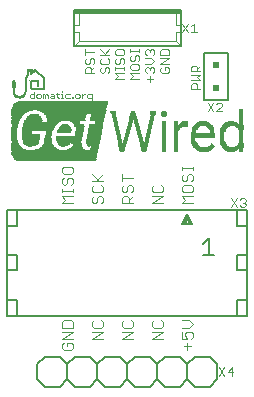
<source format=gbr>
G04 EAGLE Gerber RS-274X export*
G75*
%MOMM*%
%FSLAX34Y34*%
%LPD*%
%INSilkscreen Top*%
%IPPOS*%
%AMOC8*
5,1,8,0,0,1.08239X$1,22.5*%
G01*
%ADD10C,0.076200*%
%ADD11C,0.152400*%
%ADD12R,0.508000X0.254000*%
%ADD13R,0.381000X0.127000*%
%ADD14R,0.254000X0.254000*%
%ADD15C,0.203200*%
%ADD16C,0.050800*%
%ADD17R,9.000000X0.375000*%
%ADD18R,0.508000X0.508000*%
%ADD19C,0.127000*%
%ADD20R,0.085500X0.004500*%
%ADD21R,0.171000X0.004500*%
%ADD22R,0.229500X0.004500*%
%ADD23R,0.274500X0.004500*%
%ADD24R,0.310500X0.004500*%
%ADD25R,0.342000X0.004500*%
%ADD26R,0.369000X0.004500*%
%ADD27R,0.396000X0.004500*%
%ADD28R,0.423000X0.004500*%
%ADD29R,0.445500X0.004500*%
%ADD30R,0.468000X0.004500*%
%ADD31R,0.486000X0.004500*%
%ADD32R,0.504000X0.004500*%
%ADD33R,0.526500X0.004500*%
%ADD34R,0.544500X0.004500*%
%ADD35R,0.562500X0.004500*%
%ADD36R,0.576000X0.004500*%
%ADD37R,0.594000X0.004500*%
%ADD38R,0.612000X0.004500*%
%ADD39R,0.625500X0.004500*%
%ADD40R,0.639000X0.004500*%
%ADD41R,0.652400X0.004500*%
%ADD42R,0.670500X0.004500*%
%ADD43R,0.679500X0.004500*%
%ADD44R,0.693000X0.004500*%
%ADD45R,0.706500X0.004500*%
%ADD46R,0.715500X0.004500*%
%ADD47R,0.733600X0.004500*%
%ADD48R,0.742500X0.004500*%
%ADD49R,0.751500X0.004500*%
%ADD50R,0.760500X0.004500*%
%ADD51R,0.778400X0.004500*%
%ADD52R,0.787500X0.004500*%
%ADD53R,0.796500X0.004500*%
%ADD54R,0.346500X0.004500*%
%ADD55R,0.333000X0.004500*%
%ADD56R,0.324000X0.004500*%
%ADD57R,0.315000X0.004500*%
%ADD58R,0.306000X0.004500*%
%ADD59R,0.297000X0.004500*%
%ADD60R,0.292500X0.004500*%
%ADD61R,0.288000X0.004500*%
%ADD62R,0.283600X0.004500*%
%ADD63R,0.279000X0.004500*%
%ADD64R,0.270100X0.004500*%
%ADD65R,0.265500X0.004500*%
%ADD66R,0.261000X0.004500*%
%ADD67R,0.256500X0.004500*%
%ADD68R,0.252000X0.004500*%
%ADD69R,0.247500X0.004500*%
%ADD70R,0.243100X0.004500*%
%ADD71R,0.243000X0.004500*%
%ADD72R,0.238500X0.004500*%
%ADD73R,0.234000X0.004500*%
%ADD74R,0.225000X0.004500*%
%ADD75R,0.220500X0.004500*%
%ADD76R,0.216000X0.004500*%
%ADD77R,0.211500X0.004500*%
%ADD78R,0.207000X0.004500*%
%ADD79R,0.202500X0.004500*%
%ADD80R,0.193500X0.004500*%
%ADD81R,0.198000X0.004500*%
%ADD82R,0.193600X0.004500*%
%ADD83R,0.189000X0.004500*%
%ADD84R,0.189100X0.004500*%
%ADD85R,0.184500X0.004500*%
%ADD86R,0.184600X0.004500*%
%ADD87R,0.180000X0.004500*%
%ADD88R,0.175500X0.004500*%
%ADD89R,0.170900X0.004500*%
%ADD90R,0.166500X0.004500*%
%ADD91R,0.166400X0.004500*%
%ADD92R,0.162100X0.004500*%
%ADD93R,0.162000X0.004500*%
%ADD94R,0.157500X0.004500*%
%ADD95R,0.157600X0.004500*%
%ADD96R,0.153000X0.004500*%
%ADD97R,0.152900X0.004500*%
%ADD98R,0.148500X0.004500*%
%ADD99R,0.157400X0.004500*%
%ADD100R,1.264500X0.004500*%
%ADD101R,0.188900X0.004500*%
%ADD102R,0.193400X0.004500*%
%ADD103R,0.211600X0.004500*%
%ADD104R,0.216100X0.004500*%
%ADD105R,0.220600X0.004500*%
%ADD106R,0.225100X0.004500*%
%ADD107R,0.270000X0.004500*%
%ADD108R,0.283500X0.004500*%
%ADD109R,0.301500X0.004500*%
%ADD110R,0.314900X0.004500*%
%ADD111R,0.319400X0.004500*%
%ADD112R,0.328500X0.004500*%
%ADD113R,0.148400X0.004500*%
%ADD114R,0.724500X0.004500*%
%ADD115R,0.045000X0.004500*%
%ADD116R,0.049500X0.004500*%
%ADD117R,0.045100X0.004500*%
%ADD118R,0.040500X0.004500*%
%ADD119R,0.004500X0.004500*%
%ADD120R,0.242900X0.004500*%
%ADD121R,0.247600X0.004500*%
%ADD122R,0.247400X0.004500*%
%ADD123R,0.009000X0.004500*%
%ADD124R,0.018000X0.004500*%
%ADD125R,0.022500X0.004500*%
%ADD126R,0.027000X0.004500*%
%ADD127R,0.031500X0.004500*%
%ADD128R,0.058500X0.004500*%
%ADD129R,0.063000X0.004500*%
%ADD130R,0.067500X0.004500*%
%ADD131R,0.072000X0.004500*%
%ADD132R,0.081000X0.004500*%
%ADD133R,0.090000X0.004500*%
%ADD134R,0.099000X0.004500*%
%ADD135R,0.103500X0.004500*%
%ADD136R,0.108000X0.004500*%
%ADD137R,0.112500X0.004500*%
%ADD138R,0.121500X0.004500*%
%ADD139R,0.126000X0.004500*%
%ADD140R,0.130500X0.004500*%
%ADD141R,0.135000X0.004500*%
%ADD142R,0.144000X0.004500*%
%ADD143R,0.319500X0.004500*%
%ADD144R,0.337500X0.004500*%
%ADD145R,0.585000X0.004500*%
%ADD146R,0.571500X0.004500*%
%ADD147R,0.567000X0.004500*%
%ADD148R,0.553500X0.004500*%
%ADD149R,0.549000X0.004500*%
%ADD150R,0.544600X0.004500*%
%ADD151R,0.900000X0.004500*%
%ADD152R,0.891000X0.004500*%
%ADD153R,0.508500X0.004500*%
%ADD154R,0.360100X0.004500*%
%ADD155R,0.351000X0.004500*%
%ADD156R,0.288100X0.004500*%
%ADD157R,0.171100X0.004500*%
%ADD158R,0.139500X0.004500*%
%ADD159R,0.126100X0.004500*%
%ADD160R,0.117000X0.004500*%
%ADD161R,0.036000X0.004500*%
%ADD162R,0.013500X0.004500*%
%ADD163R,6.600000X0.005400*%
%ADD164R,6.616200X0.005409*%
%ADD165R,6.632400X0.005400*%
%ADD166R,6.648600X0.005409*%
%ADD167R,6.659400X0.005400*%
%ADD168R,6.681000X0.005413*%
%ADD169R,6.691900X0.005409*%
%ADD170R,6.702700X0.005400*%
%ADD171R,6.713500X0.005409*%
%ADD172R,6.729700X0.005400*%
%ADD173R,6.740500X0.005409*%
%ADD174R,6.751300X0.005400*%
%ADD175R,6.762100X0.005409*%
%ADD176R,6.772900X0.005400*%
%ADD177R,6.778300X0.005413*%
%ADD178R,6.794600X0.005400*%
%ADD179R,6.800000X0.005409*%
%ADD180R,6.810800X0.005400*%
%ADD181R,6.816200X0.005409*%
%ADD182R,6.832400X0.005409*%
%ADD183R,6.837800X0.005400*%
%ADD184R,6.848600X0.005409*%
%ADD185R,6.854000X0.005400*%
%ADD186R,6.864900X0.005413*%
%ADD187R,6.870300X0.005400*%
%ADD188R,6.881100X0.005409*%
%ADD189R,6.886500X0.005400*%
%ADD190R,6.897300X0.005409*%
%ADD191R,6.902700X0.005400*%
%ADD192R,6.908100X0.005409*%
%ADD193R,6.913600X0.005400*%
%ADD194R,6.919000X0.005409*%
%ADD195R,6.924400X0.005413*%
%ADD196R,6.935200X0.005400*%
%ADD197R,6.940600X0.005409*%
%ADD198R,6.946000X0.005400*%
%ADD199R,6.951400X0.005409*%
%ADD200R,6.956800X0.005400*%
%ADD201R,6.967600X0.005409*%
%ADD202R,6.973000X0.005400*%
%ADD203R,6.978400X0.005409*%
%ADD204R,6.983800X0.005400*%
%ADD205R,6.989200X0.005413*%
%ADD206R,6.994600X0.005409*%
%ADD207R,7.005400X0.005400*%
%ADD208R,7.005400X0.005409*%
%ADD209R,7.010800X0.005400*%
%ADD210R,7.021600X0.005409*%
%ADD211R,7.027000X0.005400*%
%ADD212R,7.032500X0.005409*%
%ADD213R,7.032500X0.005400*%
%ADD214R,7.043300X0.005413*%
%ADD215R,7.048700X0.005400*%
%ADD216R,7.048700X0.005409*%
%ADD217R,7.054100X0.005400*%
%ADD218R,7.059500X0.005409*%
%ADD219R,7.064900X0.005409*%
%ADD220R,7.070300X0.005400*%
%ADD221R,7.075700X0.005409*%
%ADD222R,7.075700X0.005400*%
%ADD223R,7.081100X0.005413*%
%ADD224R,7.086500X0.005400*%
%ADD225R,7.091900X0.005409*%
%ADD226R,7.097300X0.005400*%
%ADD227R,7.097300X0.005409*%
%ADD228R,7.102700X0.005400*%
%ADD229R,7.108100X0.005409*%
%ADD230R,7.113500X0.005400*%
%ADD231R,7.118900X0.005409*%
%ADD232R,7.118900X0.005413*%
%ADD233R,7.124300X0.005400*%
%ADD234R,7.124300X0.005409*%
%ADD235R,7.129700X0.005400*%
%ADD236R,7.135100X0.005409*%
%ADD237R,7.140500X0.005400*%
%ADD238R,7.140500X0.005409*%
%ADD239R,7.145900X0.005409*%
%ADD240R,7.151300X0.005400*%
%ADD241R,7.156700X0.005413*%
%ADD242R,7.156700X0.005409*%
%ADD243R,7.167500X0.005400*%
%ADD244R,7.167500X0.005409*%
%ADD245R,7.173000X0.005409*%
%ADD246R,7.178400X0.005400*%
%ADD247R,7.178400X0.005409*%
%ADD248R,7.183800X0.005400*%
%ADD249R,7.183800X0.005413*%
%ADD250R,7.189200X0.005400*%
%ADD251R,7.194600X0.005409*%
%ADD252R,7.194600X0.005400*%
%ADD253R,7.200000X0.005409*%
%ADD254R,7.200000X0.005400*%
%ADD255R,7.210800X0.005400*%
%ADD256R,7.210800X0.005413*%
%ADD257R,7.210800X0.005409*%
%ADD258R,7.216200X0.005400*%
%ADD259R,7.221600X0.005409*%
%ADD260R,7.221600X0.005400*%
%ADD261R,7.227000X0.005400*%
%ADD262R,7.227000X0.005409*%
%ADD263R,7.227000X0.005413*%
%ADD264R,7.232400X0.005400*%
%ADD265R,7.232400X0.005409*%
%ADD266R,7.237800X0.005400*%
%ADD267R,7.243300X0.005409*%
%ADD268R,7.243300X0.005400*%
%ADD269R,7.248700X0.005409*%
%ADD270R,7.254100X0.005400*%
%ADD271R,7.254100X0.005413*%
%ADD272R,7.254100X0.005409*%
%ADD273R,7.259500X0.005409*%
%ADD274R,7.259500X0.005400*%
%ADD275R,7.264900X0.005409*%
%ADD276R,7.264900X0.005400*%
%ADD277R,7.270300X0.005413*%
%ADD278R,7.270300X0.005400*%
%ADD279R,7.270300X0.005409*%
%ADD280R,7.275700X0.005409*%
%ADD281R,7.275700X0.005400*%
%ADD282R,7.275700X0.005413*%
%ADD283R,7.281100X0.005409*%
%ADD284R,7.281100X0.005400*%
%ADD285R,7.286500X0.005409*%
%ADD286R,7.286500X0.005400*%
%ADD287R,7.286500X0.005413*%
%ADD288R,7.291900X0.005400*%
%ADD289R,0.216200X0.005400*%
%ADD290R,0.183800X0.005400*%
%ADD291R,7.291900X0.005409*%
%ADD292R,0.324300X0.005409*%
%ADD293R,0.281100X0.005409*%
%ADD294R,0.400000X0.005400*%
%ADD295R,0.351300X0.005400*%
%ADD296R,0.464900X0.005409*%
%ADD297R,0.405400X0.005409*%
%ADD298R,0.518900X0.005400*%
%ADD299R,0.454100X0.005400*%
%ADD300R,7.297300X0.005409*%
%ADD301R,0.573000X0.005409*%
%ADD302R,0.497300X0.005409*%
%ADD303R,7.297300X0.005400*%
%ADD304R,0.616200X0.005400*%
%ADD305R,0.529700X0.005400*%
%ADD306R,0.659500X0.005409*%
%ADD307R,0.567600X0.005409*%
%ADD308R,0.389200X0.005400*%
%ADD309R,0.405400X0.005400*%
%ADD310R,0.702700X0.005400*%
%ADD311R,0.600000X0.005400*%
%ADD312R,0.367500X0.005400*%
%ADD313R,7.297300X0.005413*%
%ADD314R,0.389200X0.005413*%
%ADD315R,0.410800X0.005413*%
%ADD316R,0.405400X0.005413*%
%ADD317R,0.735100X0.005413*%
%ADD318R,0.632400X0.005413*%
%ADD319R,0.378300X0.005413*%
%ADD320R,7.302700X0.005409*%
%ADD321R,0.394600X0.005409*%
%ADD322R,0.410800X0.005409*%
%ADD323R,0.767600X0.005409*%
%ADD324R,0.378300X0.005409*%
%ADD325R,7.302700X0.005400*%
%ADD326R,0.410800X0.005400*%
%ADD327R,0.800000X0.005400*%
%ADD328R,0.686500X0.005400*%
%ADD329R,0.378300X0.005400*%
%ADD330R,0.400000X0.005409*%
%ADD331R,0.827000X0.005409*%
%ADD332R,0.713500X0.005409*%
%ADD333R,7.308100X0.005400*%
%ADD334R,0.854000X0.005400*%
%ADD335R,0.735100X0.005400*%
%ADD336R,7.308100X0.005409*%
%ADD337R,0.886500X0.005409*%
%ADD338R,0.762100X0.005409*%
%ADD339R,0.908100X0.005400*%
%ADD340R,0.789200X0.005400*%
%ADD341R,0.935100X0.005409*%
%ADD342R,0.810800X0.005409*%
%ADD343R,0.962200X0.005400*%
%ADD344R,0.827000X0.005400*%
%ADD345R,1.481100X0.005413*%
%ADD346R,2.621600X0.005413*%
%ADD347R,1.918900X0.005413*%
%ADD348R,0.859500X0.005413*%
%ADD349R,0.421600X0.005413*%
%ADD350R,0.416200X0.005413*%
%ADD351R,0.983800X0.005413*%
%ADD352R,0.848700X0.005413*%
%ADD353R,1.416200X0.005400*%
%ADD354R,2.475700X0.005400*%
%ADD355R,1.816200X0.005400*%
%ADD356R,0.421600X0.005400*%
%ADD357R,0.421700X0.005400*%
%ADD358R,1.005400X0.005400*%
%ADD359R,0.864900X0.005400*%
%ADD360R,1.373000X0.005409*%
%ADD361R,2.383800X0.005409*%
%ADD362R,1.740600X0.005409*%
%ADD363R,0.762200X0.005409*%
%ADD364R,0.421600X0.005409*%
%ADD365R,0.421700X0.005409*%
%ADD366R,1.027000X0.005409*%
%ADD367R,0.383700X0.005409*%
%ADD368R,1.340500X0.005400*%
%ADD369R,2.308100X0.005400*%
%ADD370R,1.686400X0.005400*%
%ADD371R,0.729700X0.005400*%
%ADD372R,0.427100X0.005400*%
%ADD373R,1.048600X0.005400*%
%ADD374R,0.902700X0.005400*%
%ADD375R,0.383700X0.005400*%
%ADD376R,1.313500X0.005409*%
%ADD377R,2.243200X0.005409*%
%ADD378R,1.643200X0.005409*%
%ADD379R,0.702700X0.005409*%
%ADD380R,0.432400X0.005409*%
%ADD381R,0.427100X0.005409*%
%ADD382R,1.070300X0.005409*%
%ADD383R,0.924300X0.005409*%
%ADD384R,1.286500X0.005409*%
%ADD385R,2.183800X0.005409*%
%ADD386R,1.600000X0.005409*%
%ADD387R,0.681100X0.005409*%
%ADD388R,0.432500X0.005409*%
%ADD389R,1.091900X0.005409*%
%ADD390R,1.264900X0.005400*%
%ADD391R,2.129800X0.005400*%
%ADD392R,1.562200X0.005400*%
%ADD393R,0.659400X0.005400*%
%ADD394R,0.432400X0.005400*%
%ADD395R,0.432500X0.005400*%
%ADD396R,1.113500X0.005400*%
%ADD397R,0.956800X0.005400*%
%ADD398R,1.243200X0.005409*%
%ADD399R,2.086500X0.005409*%
%ADD400R,1.529700X0.005409*%
%ADD401R,0.643200X0.005409*%
%ADD402R,0.437800X0.005409*%
%ADD403R,0.437900X0.005409*%
%ADD404R,1.129700X0.005409*%
%ADD405R,0.973000X0.005409*%
%ADD406R,1.221600X0.005400*%
%ADD407R,2.048600X0.005400*%
%ADD408R,1.502700X0.005400*%
%ADD409R,0.637800X0.005400*%
%ADD410R,0.437800X0.005400*%
%ADD411R,0.437900X0.005400*%
%ADD412R,1.146000X0.005400*%
%ADD413R,0.989200X0.005400*%
%ADD414R,1.205400X0.005413*%
%ADD415R,2.000000X0.005413*%
%ADD416R,1.475700X0.005413*%
%ADD417R,0.443200X0.005413*%
%ADD418R,0.437900X0.005413*%
%ADD419R,1.167600X0.005413*%
%ADD420R,1.000000X0.005413*%
%ADD421R,0.383700X0.005413*%
%ADD422R,1.183800X0.005400*%
%ADD423R,1.967600X0.005400*%
%ADD424R,1.443300X0.005400*%
%ADD425R,0.632400X0.005400*%
%ADD426R,0.443200X0.005400*%
%ADD427R,0.443300X0.005400*%
%ADD428R,1.178400X0.005400*%
%ADD429R,1.021600X0.005400*%
%ADD430R,1.167600X0.005409*%
%ADD431R,1.929700X0.005409*%
%ADD432R,1.421600X0.005409*%
%ADD433R,0.637800X0.005409*%
%ADD434R,0.448600X0.005409*%
%ADD435R,0.448700X0.005409*%
%ADD436R,1.200000X0.005409*%
%ADD437R,1.032400X0.005409*%
%ADD438R,1.156800X0.005400*%
%ADD439R,1.897300X0.005400*%
%ADD440R,1.400000X0.005400*%
%ADD441R,0.448600X0.005400*%
%ADD442R,0.448700X0.005400*%
%ADD443R,1.043200X0.005400*%
%ADD444R,1.140500X0.005409*%
%ADD445R,1.864900X0.005409*%
%ADD446R,1.372900X0.005409*%
%ADD447R,0.454100X0.005409*%
%ADD448R,1.232400X0.005409*%
%ADD449R,1.064900X0.005409*%
%ADD450R,1.124300X0.005400*%
%ADD451R,1.837900X0.005400*%
%ADD452R,1.356700X0.005400*%
%ADD453R,0.459500X0.005400*%
%ADD454R,1.254000X0.005400*%
%ADD455R,1.075700X0.005400*%
%ADD456R,1.113500X0.005409*%
%ADD457R,1.805400X0.005409*%
%ADD458R,1.329700X0.005409*%
%ADD459R,0.459500X0.005409*%
%ADD460R,1.264900X0.005409*%
%ADD461R,1.086500X0.005409*%
%ADD462R,0.389100X0.005409*%
%ADD463R,1.097300X0.005400*%
%ADD464R,1.778400X0.005400*%
%ADD465R,1.313500X0.005400*%
%ADD466R,0.643200X0.005400*%
%ADD467R,1.275700X0.005400*%
%ADD468R,0.389100X0.005400*%
%ADD469R,1.751300X0.005409*%
%ADD470R,1.291900X0.005409*%
%ADD471R,1.297300X0.005409*%
%ADD472R,1.075700X0.005413*%
%ADD473R,1.724300X0.005413*%
%ADD474R,1.270300X0.005413*%
%ADD475R,0.643200X0.005413*%
%ADD476R,0.470300X0.005413*%
%ADD477R,1.308100X0.005413*%
%ADD478R,1.129700X0.005413*%
%ADD479R,0.389100X0.005413*%
%ADD480R,1.064900X0.005400*%
%ADD481R,1.697300X0.005400*%
%ADD482R,1.254100X0.005400*%
%ADD483R,0.470300X0.005400*%
%ADD484R,1.324300X0.005400*%
%ADD485R,1.140500X0.005400*%
%ADD486R,1.054100X0.005409*%
%ADD487R,1.670300X0.005409*%
%ADD488R,1.237900X0.005409*%
%ADD489R,0.470300X0.005409*%
%ADD490R,1.340500X0.005409*%
%ADD491R,1.151300X0.005409*%
%ADD492R,1.648700X0.005400*%
%ADD493R,0.481100X0.005400*%
%ADD494R,0.475700X0.005400*%
%ADD495R,1.351400X0.005400*%
%ADD496R,1.162200X0.005400*%
%ADD497R,1.627100X0.005409*%
%ADD498R,1.205400X0.005409*%
%ADD499R,0.481100X0.005409*%
%ADD500R,1.367600X0.005409*%
%ADD501R,1.173000X0.005409*%
%ADD502R,1.605400X0.005400*%
%ADD503R,1.189200X0.005400*%
%ADD504R,1.383800X0.005400*%
%ADD505R,1.010800X0.005409*%
%ADD506R,1.578300X0.005409*%
%ADD507R,1.394600X0.005409*%
%ADD508R,1.194600X0.005409*%
%ADD509R,1.000000X0.005400*%
%ADD510R,1.562100X0.005400*%
%ADD511R,0.486500X0.005400*%
%ADD512R,1.405400X0.005400*%
%ADD513R,1.205400X0.005400*%
%ADD514R,0.989200X0.005409*%
%ADD515R,1.540500X0.005409*%
%ADD516R,1.145900X0.005409*%
%ADD517R,0.491900X0.005409*%
%ADD518R,0.486500X0.005409*%
%ADD519R,1.416200X0.005409*%
%ADD520R,1.216200X0.005409*%
%ADD521R,0.983800X0.005400*%
%ADD522R,1.518900X0.005400*%
%ADD523R,1.129700X0.005400*%
%ADD524R,0.491900X0.005400*%
%ADD525R,1.432400X0.005400*%
%ADD526R,1.227000X0.005400*%
%ADD527R,0.973000X0.005413*%
%ADD528R,1.497300X0.005413*%
%ADD529R,1.118900X0.005413*%
%ADD530R,0.648600X0.005413*%
%ADD531R,0.497300X0.005413*%
%ADD532R,0.491900X0.005413*%
%ADD533R,1.443200X0.005413*%
%ADD534R,1.237800X0.005413*%
%ADD535R,0.394500X0.005413*%
%ADD536R,0.962200X0.005409*%
%ADD537R,1.481100X0.005409*%
%ADD538R,1.108100X0.005409*%
%ADD539R,0.648600X0.005409*%
%ADD540R,1.454100X0.005409*%
%ADD541R,1.248700X0.005409*%
%ADD542R,0.394500X0.005409*%
%ADD543R,1.459500X0.005400*%
%ADD544R,1.091900X0.005400*%
%ADD545R,0.502700X0.005400*%
%ADD546R,0.497300X0.005400*%
%ADD547R,1.470300X0.005400*%
%ADD548R,1.259500X0.005400*%
%ADD549R,0.394500X0.005400*%
%ADD550R,0.945900X0.005409*%
%ADD551R,1.443300X0.005409*%
%ADD552R,1.081100X0.005409*%
%ADD553R,0.502700X0.005409*%
%ADD554R,1.270300X0.005409*%
%ADD555R,0.940500X0.005400*%
%ADD556R,1.427000X0.005400*%
%ADD557R,1.070200X0.005400*%
%ADD558R,0.648600X0.005400*%
%ADD559R,0.508100X0.005400*%
%ADD560R,1.491900X0.005400*%
%ADD561R,1.281100X0.005400*%
%ADD562R,0.929700X0.005409*%
%ADD563R,1.405400X0.005409*%
%ADD564R,1.054000X0.005409*%
%ADD565R,0.508100X0.005409*%
%ADD566R,1.502700X0.005409*%
%ADD567R,0.924300X0.005400*%
%ADD568R,1.389200X0.005400*%
%ADD569R,0.513500X0.005400*%
%ADD570R,1.513500X0.005400*%
%ADD571R,1.302700X0.005400*%
%ADD572R,0.913500X0.005409*%
%ADD573R,1.378400X0.005409*%
%ADD574R,0.518900X0.005409*%
%ADD575R,0.513500X0.005409*%
%ADD576R,1.524300X0.005409*%
%ADD577R,1.308100X0.005409*%
%ADD578R,1.362200X0.005400*%
%ADD579R,0.654000X0.005400*%
%ADD580R,1.535100X0.005400*%
%ADD581R,0.902700X0.005413*%
%ADD582R,1.340500X0.005413*%
%ADD583R,1.010800X0.005413*%
%ADD584R,0.654000X0.005413*%
%ADD585R,0.518900X0.005413*%
%ADD586R,1.546000X0.005413*%
%ADD587R,1.324300X0.005413*%
%ADD588R,0.891900X0.005400*%
%ADD589R,0.524300X0.005400*%
%ADD590R,1.556800X0.005400*%
%ADD591R,1.740500X0.005400*%
%ADD592R,0.654000X0.005409*%
%ADD593R,0.529700X0.005409*%
%ADD594R,0.524300X0.005409*%
%ADD595R,1.567600X0.005409*%
%ADD596R,1.745900X0.005409*%
%ADD597R,0.881100X0.005400*%
%ADD598R,1.297300X0.005400*%
%ADD599R,0.973000X0.005400*%
%ADD600R,1.573000X0.005400*%
%ADD601R,1.751300X0.005400*%
%ADD602R,0.870300X0.005409*%
%ADD603R,1.281100X0.005409*%
%ADD604R,0.967600X0.005409*%
%ADD605R,0.654100X0.005409*%
%ADD606R,1.583800X0.005409*%
%ADD607R,1.756700X0.005409*%
%ADD608R,0.864900X0.005409*%
%ADD609R,1.270200X0.005409*%
%ADD610R,0.956800X0.005409*%
%ADD611R,0.535200X0.005409*%
%ADD612R,1.594600X0.005409*%
%ADD613R,0.859500X0.005400*%
%ADD614R,0.951400X0.005400*%
%ADD615R,0.654100X0.005400*%
%ADD616R,0.540600X0.005400*%
%ADD617R,0.540500X0.005400*%
%ADD618R,1.762100X0.005400*%
%ADD619R,0.854100X0.005409*%
%ADD620R,0.935200X0.005409*%
%ADD621R,0.540600X0.005409*%
%ADD622R,0.540500X0.005409*%
%ADD623R,1.616200X0.005409*%
%ADD624R,1.767500X0.005409*%
%ADD625R,0.848600X0.005400*%
%ADD626R,0.929700X0.005400*%
%ADD627R,0.659500X0.005400*%
%ADD628R,0.745900X0.005400*%
%ADD629R,0.691900X0.005400*%
%ADD630R,1.772900X0.005400*%
%ADD631R,0.837800X0.005413*%
%ADD632R,1.216200X0.005413*%
%ADD633R,0.918900X0.005413*%
%ADD634R,0.659500X0.005413*%
%ADD635R,0.546000X0.005413*%
%ADD636R,0.540500X0.005413*%
%ADD637R,0.713500X0.005413*%
%ADD638R,0.654100X0.005413*%
%ADD639R,1.778300X0.005413*%
%ADD640R,0.832400X0.005400*%
%ADD641R,1.200000X0.005400*%
%ADD642R,0.913500X0.005400*%
%ADD643R,0.551400X0.005400*%
%ADD644R,0.545900X0.005400*%
%ADD645R,0.691800X0.005400*%
%ADD646R,0.627000X0.005400*%
%ADD647R,1.189200X0.005409*%
%ADD648R,0.902700X0.005409*%
%ADD649R,0.551400X0.005409*%
%ADD650R,0.551300X0.005409*%
%ADD651R,0.670300X0.005409*%
%ADD652R,0.605400X0.005409*%
%ADD653R,0.691900X0.005409*%
%ADD654R,0.875600X0.005409*%
%ADD655R,0.821600X0.005400*%
%ADD656R,0.664900X0.005400*%
%ADD657R,0.556800X0.005400*%
%ADD658R,0.551300X0.005400*%
%ADD659R,0.589200X0.005400*%
%ADD660R,0.664800X0.005400*%
%ADD661R,0.816200X0.005409*%
%ADD662R,1.162200X0.005409*%
%ADD663R,0.664900X0.005409*%
%ADD664R,0.556800X0.005409*%
%ADD665R,0.556700X0.005409*%
%ADD666R,0.637900X0.005409*%
%ADD667R,0.821600X0.005409*%
%ADD668R,0.810800X0.005400*%
%ADD669R,1.151400X0.005400*%
%ADD670R,0.875700X0.005400*%
%ADD671R,0.562200X0.005400*%
%ADD672R,0.556700X0.005400*%
%ADD673R,0.627100X0.005400*%
%ADD674R,0.562100X0.005400*%
%ADD675R,0.805400X0.005409*%
%ADD676R,1.140600X0.005409*%
%ADD677R,0.562200X0.005409*%
%ADD678R,0.562100X0.005409*%
%ADD679R,0.616200X0.005409*%
%ADD680R,0.616300X0.005409*%
%ADD681R,0.783700X0.005409*%
%ADD682R,1.124400X0.005400*%
%ADD683R,0.567600X0.005400*%
%ADD684R,0.610800X0.005400*%
%ADD685R,0.605400X0.005400*%
%ADD686R,0.767500X0.005400*%
%ADD687R,0.794600X0.005409*%
%ADD688R,1.113600X0.005409*%
%ADD689R,0.600000X0.005409*%
%ADD690R,0.589200X0.005409*%
%ADD691R,0.751300X0.005409*%
%ADD692R,0.789200X0.005413*%
%ADD693R,1.102800X0.005413*%
%ADD694R,0.664900X0.005413*%
%ADD695R,0.573000X0.005413*%
%ADD696R,0.567600X0.005413*%
%ADD697R,0.589200X0.005413*%
%ADD698R,0.524300X0.005413*%
%ADD699R,0.583800X0.005413*%
%ADD700R,0.783800X0.005400*%
%ADD701R,1.091800X0.005400*%
%ADD702R,0.837900X0.005400*%
%ADD703R,0.578400X0.005400*%
%ADD704R,0.573000X0.005400*%
%ADD705R,0.583800X0.005400*%
%ADD706R,0.724300X0.005400*%
%ADD707R,0.778400X0.005409*%
%ADD708R,1.081000X0.005409*%
%ADD709R,0.832500X0.005409*%
%ADD710R,0.578400X0.005409*%
%ADD711R,0.773000X0.005400*%
%ADD712R,0.827100X0.005400*%
%ADD713R,0.697300X0.005400*%
%ADD714R,1.059400X0.005409*%
%ADD715R,0.497200X0.005409*%
%ADD716R,0.686400X0.005409*%
%ADD717R,0.762200X0.005400*%
%ADD718R,0.670300X0.005400*%
%ADD719R,0.546000X0.005400*%
%ADD720R,0.675600X0.005400*%
%ADD721R,0.756800X0.005409*%
%ADD722R,1.037800X0.005409*%
%ADD723R,0.670200X0.005409*%
%ADD724R,0.751300X0.005400*%
%ADD725R,1.027000X0.005400*%
%ADD726R,0.794600X0.005400*%
%ADD727R,0.535100X0.005400*%
%ADD728R,0.745900X0.005409*%
%ADD729R,1.021600X0.005409*%
%ADD730R,0.789100X0.005409*%
%ADD731R,0.594600X0.005409*%
%ADD732R,0.545900X0.005409*%
%ADD733R,0.475700X0.005409*%
%ADD734R,1.010800X0.005400*%
%ADD735R,0.783700X0.005400*%
%ADD736R,0.740500X0.005413*%
%ADD737R,0.772900X0.005413*%
%ADD738R,0.670300X0.005413*%
%ADD739R,0.600000X0.005413*%
%ADD740R,0.535100X0.005413*%
%ADD741R,0.464900X0.005413*%
%ADD742R,0.735100X0.005409*%
%ADD743R,0.146000X0.005409*%
%ADD744R,0.767500X0.005409*%
%ADD745R,0.627000X0.005409*%
%ADD746R,0.227000X0.005400*%
%ADD747R,0.762100X0.005400*%
%ADD748R,0.724300X0.005409*%
%ADD749R,0.756700X0.005409*%
%ADD750R,0.610800X0.005409*%
%ADD751R,0.718900X0.005400*%
%ADD752R,0.329700X0.005400*%
%ADD753R,0.075700X0.005400*%
%ADD754R,0.718900X0.005409*%
%ADD755R,0.324400X0.005409*%
%ADD756R,0.951400X0.005409*%
%ADD757R,0.373000X0.005409*%
%ADD758R,0.156700X0.005409*%
%ADD759R,0.594500X0.005409*%
%ADD760R,0.713500X0.005400*%
%ADD761R,0.394600X0.005400*%
%ADD762R,0.946000X0.005400*%
%ADD763R,0.740500X0.005400*%
%ADD764R,0.675700X0.005400*%
%ADD765R,0.589100X0.005400*%
%ADD766R,0.708100X0.005409*%
%ADD767R,0.454000X0.005409*%
%ADD768R,0.264900X0.005409*%
%ADD769R,0.675700X0.005409*%
%ADD770R,0.621600X0.005409*%
%ADD771R,0.583700X0.005409*%
%ADD772R,0.464800X0.005400*%
%ADD773R,0.978400X0.005400*%
%ADD774R,0.621600X0.005400*%
%ADD775R,0.508200X0.005400*%
%ADD776R,0.578300X0.005400*%
%ADD777R,0.702700X0.005413*%
%ADD778R,0.540600X0.005413*%
%ADD779R,0.718900X0.005413*%
%ADD780R,0.994600X0.005413*%
%ADD781R,0.627000X0.005413*%
%ADD782R,0.621600X0.005413*%
%ADD783R,0.508200X0.005413*%
%ADD784R,0.383800X0.005413*%
%ADD785R,0.486500X0.005413*%
%ADD786R,0.572900X0.005413*%
%ADD787R,0.524400X0.005400*%
%ADD788R,0.897300X0.005409*%
%ADD789R,0.546000X0.005409*%
%ADD790R,1.005400X0.005409*%
%ADD791R,0.632400X0.005409*%
%ADD792R,0.351300X0.005409*%
%ADD793R,0.708100X0.005400*%
%ADD794R,1.016200X0.005400*%
%ADD795R,0.340500X0.005400*%
%ADD796R,0.481000X0.005400*%
%ADD797R,0.686500X0.005409*%
%ADD798R,0.329700X0.005409*%
%ADD799R,0.481000X0.005409*%
%ADD800R,0.881100X0.005409*%
%ADD801R,0.697300X0.005409*%
%ADD802R,0.313500X0.005409*%
%ADD803R,0.475600X0.005409*%
%ADD804R,0.870300X0.005400*%
%ADD805R,1.032400X0.005400*%
%ADD806R,0.302700X0.005400*%
%ADD807R,0.475600X0.005400*%
%ADD808R,0.859400X0.005409*%
%ADD809R,0.643300X0.005409*%
%ADD810R,0.291900X0.005409*%
%ADD811R,0.470200X0.005409*%
%ADD812R,0.681100X0.005400*%
%ADD813R,0.643300X0.005400*%
%ADD814R,0.275700X0.005400*%
%ADD815R,0.810800X0.005413*%
%ADD816R,0.848600X0.005413*%
%ADD817R,0.681000X0.005413*%
%ADD818R,0.681100X0.005413*%
%ADD819R,1.043200X0.005413*%
%ADD820R,0.648700X0.005413*%
%ADD821R,0.259500X0.005413*%
%ADD822R,0.843200X0.005400*%
%ADD823R,1.054100X0.005400*%
%ADD824R,0.648700X0.005400*%
%ADD825R,0.248700X0.005400*%
%ADD826R,0.464900X0.005400*%
%ADD827R,0.859500X0.005409*%
%ADD828R,0.832400X0.005409*%
%ADD829R,0.719000X0.005409*%
%ADD830R,0.659400X0.005409*%
%ADD831R,0.648700X0.005409*%
%ADD832R,0.237900X0.005409*%
%ADD833R,0.729800X0.005400*%
%ADD834R,1.059500X0.005400*%
%ADD835R,0.227100X0.005400*%
%ADD836R,0.746000X0.005409*%
%ADD837R,0.664800X0.005409*%
%ADD838R,1.059500X0.005409*%
%ADD839R,0.210800X0.005409*%
%ADD840R,0.767600X0.005400*%
%ADD841R,0.200000X0.005400*%
%ADD842R,0.189200X0.005409*%
%ADD843R,0.951300X0.005400*%
%ADD844R,1.070300X0.005400*%
%ADD845R,0.670200X0.005400*%
%ADD846R,0.178300X0.005400*%
%ADD847R,0.491800X0.005400*%
%ADD848R,0.967500X0.005409*%
%ADD849R,1.075700X0.005409*%
%ADD850R,0.675600X0.005409*%
%ADD851R,0.162100X0.005409*%
%ADD852R,0.486400X0.005409*%
%ADD853R,0.637800X0.005413*%
%ADD854R,0.983700X0.005413*%
%ADD855R,0.821600X0.005413*%
%ADD856R,0.675700X0.005413*%
%ADD857R,0.675600X0.005413*%
%ADD858R,0.151300X0.005413*%
%ADD859R,0.454100X0.005413*%
%ADD860R,0.481000X0.005413*%
%ADD861R,1.005500X0.005400*%
%ADD862R,0.145900X0.005400*%
%ADD863R,1.016300X0.005409*%
%ADD864R,0.783800X0.005409*%
%ADD865R,0.848600X0.005409*%
%ADD866R,0.459400X0.005409*%
%ADD867R,0.135100X0.005409*%
%ADD868R,1.032500X0.005400*%
%ADD869R,0.859400X0.005400*%
%ADD870R,1.086500X0.005400*%
%ADD871R,0.118900X0.005400*%
%ADD872R,0.470200X0.005400*%
%ADD873R,1.048700X0.005409*%
%ADD874R,0.773000X0.005409*%
%ADD875R,0.870200X0.005409*%
%ADD876R,0.108100X0.005409*%
%ADD877R,0.464800X0.005409*%
%ADD878R,0.459400X0.005400*%
%ADD879R,0.097300X0.005400*%
%ADD880R,0.891900X0.005409*%
%ADD881R,0.086500X0.005409*%
%ADD882R,0.070300X0.005400*%
%ADD883R,0.454000X0.005400*%
%ADD884R,0.064900X0.005409*%
%ADD885R,1.118900X0.005400*%
%ADD886R,0.054100X0.005400*%
%ADD887R,0.605400X0.005413*%
%ADD888R,0.762200X0.005413*%
%ADD889R,0.940600X0.005413*%
%ADD890R,1.097300X0.005413*%
%ADD891R,0.708100X0.005413*%
%ADD892R,0.697300X0.005413*%
%ADD893R,0.454000X0.005413*%
%ADD894R,0.043300X0.005413*%
%ADD895R,0.437800X0.005413*%
%ADD896R,0.448600X0.005413*%
%ADD897R,0.751400X0.005409*%
%ADD898R,0.946000X0.005409*%
%ADD899R,1.102700X0.005409*%
%ADD900R,0.335100X0.005409*%
%ADD901R,0.356800X0.005409*%
%ADD902R,0.027100X0.005409*%
%ADD903R,0.443200X0.005409*%
%ADD904R,1.151300X0.005400*%
%ADD905R,0.751400X0.005400*%
%ADD906R,1.102700X0.005400*%
%ADD907R,0.362200X0.005400*%
%ADD908R,0.335100X0.005400*%
%ADD909R,0.356800X0.005400*%
%ADD910R,0.016200X0.005400*%
%ADD911R,1.162100X0.005409*%
%ADD912R,0.345900X0.005409*%
%ADD913R,0.340500X0.005409*%
%ADD914R,0.005400X0.005409*%
%ADD915R,0.594600X0.005400*%
%ADD916R,0.746000X0.005400*%
%ADD917R,0.351400X0.005400*%
%ADD918R,0.740600X0.005409*%
%ADD919R,0.362200X0.005409*%
%ADD920R,0.740600X0.005400*%
%ADD921R,0.427000X0.005400*%
%ADD922R,0.583800X0.005409*%
%ADD923R,1.210800X0.005409*%
%ADD924R,0.735200X0.005409*%
%ADD925R,0.346000X0.005409*%
%ADD926R,1.108100X0.005400*%
%ADD927R,0.340600X0.005400*%
%ADD928R,0.578400X0.005413*%
%ADD929R,1.232400X0.005413*%
%ADD930R,0.729800X0.005413*%
%ADD931R,1.027000X0.005413*%
%ADD932R,0.794600X0.005413*%
%ADD933R,1.108100X0.005413*%
%ADD934R,0.362200X0.005413*%
%ADD935R,0.340600X0.005413*%
%ADD936R,0.335100X0.005413*%
%ADD937R,0.427000X0.005413*%
%ADD938R,1.243200X0.005400*%
%ADD939R,0.724400X0.005400*%
%ADD940R,1.037800X0.005400*%
%ADD941R,0.346000X0.005400*%
%ADD942R,0.416200X0.005400*%
%ADD943R,0.724400X0.005409*%
%ADD944R,1.043300X0.005409*%
%ADD945R,0.427000X0.005409*%
%ADD946R,1.259500X0.005409*%
%ADD947R,0.367600X0.005409*%
%ADD948R,0.340600X0.005409*%
%ADD949R,0.713600X0.005409*%
%ADD950R,1.270300X0.005400*%
%ADD951R,0.713600X0.005400*%
%ADD952R,1.275700X0.005409*%
%ADD953R,0.708200X0.005409*%
%ADD954R,0.837800X0.005409*%
%ADD955R,0.708200X0.005400*%
%ADD956R,0.367600X0.005400*%
%ADD957R,0.556800X0.005413*%
%ADD958R,1.281100X0.005413*%
%ADD959R,0.708200X0.005413*%
%ADD960R,1.102700X0.005413*%
%ADD961R,0.854000X0.005413*%
%ADD962R,1.113500X0.005413*%
%ADD963R,0.367600X0.005413*%
%ADD964R,0.346000X0.005413*%
%ADD965R,0.340500X0.005413*%
%ADD966R,0.427100X0.005413*%
%ADD967R,1.291900X0.005400*%
%ADD968R,0.702800X0.005400*%
%ADD969R,1.118900X0.005409*%
%ADD970R,0.691800X0.005409*%
%ADD971R,1.135100X0.005409*%
%ADD972R,1.145900X0.005400*%
%ADD973R,0.886500X0.005400*%
%ADD974R,2.048600X0.005409*%
%ADD975R,0.351400X0.005409*%
%ADD976R,0.373000X0.005400*%
%ADD977R,1.318900X0.005409*%
%ADD978R,2.059400X0.005409*%
%ADD979R,1.119000X0.005409*%
%ADD980R,0.416200X0.005409*%
%ADD981R,1.318900X0.005413*%
%ADD982R,2.059400X0.005413*%
%ADD983R,1.119000X0.005413*%
%ADD984R,0.373000X0.005413*%
%ADD985R,0.681000X0.005400*%
%ADD986R,2.064800X0.005400*%
%ADD987R,1.119000X0.005400*%
%ADD988R,0.535100X0.005409*%
%ADD989R,1.324300X0.005409*%
%ADD990R,2.064800X0.005409*%
%ADD991R,1.335100X0.005400*%
%ADD992R,2.070200X0.005400*%
%ADD993R,2.070200X0.005409*%
%ADD994R,0.367500X0.005409*%
%ADD995R,2.075600X0.005400*%
%ADD996R,2.081000X0.005409*%
%ADD997R,1.345900X0.005400*%
%ADD998R,2.081000X0.005400*%
%ADD999R,0.378400X0.005400*%
%ADD1000R,0.372900X0.005400*%
%ADD1001R,1.345900X0.005409*%
%ADD1002R,0.372900X0.005409*%
%ADD1003R,0.416300X0.005409*%
%ADD1004R,2.086500X0.005400*%
%ADD1005R,0.416300X0.005400*%
%ADD1006R,1.356700X0.005413*%
%ADD1007R,0.659400X0.005413*%
%ADD1008R,2.086500X0.005413*%
%ADD1009R,0.351400X0.005413*%
%ADD1010R,0.367500X0.005413*%
%ADD1011R,0.416300X0.005413*%
%ADD1012R,1.362100X0.005409*%
%ADD1013R,2.091900X0.005409*%
%ADD1014R,0.378400X0.005409*%
%ADD1015R,1.362100X0.005400*%
%ADD1016R,2.097300X0.005400*%
%ADD1017R,0.410900X0.005400*%
%ADD1018R,1.367500X0.005409*%
%ADD1019R,2.097300X0.005409*%
%ADD1020R,1.124400X0.005409*%
%ADD1021R,1.372900X0.005400*%
%ADD1022R,2.102700X0.005409*%
%ADD1023R,0.356700X0.005409*%
%ADD1024R,0.410900X0.005409*%
%ADD1025R,1.378400X0.005400*%
%ADD1026R,2.102700X0.005400*%
%ADD1027R,2.113500X0.005400*%
%ADD1028R,0.356700X0.005400*%
%ADD1029R,0.502700X0.005413*%
%ADD1030R,1.383800X0.005413*%
%ADD1031R,2.113500X0.005413*%
%ADD1032R,1.124400X0.005413*%
%ADD1033R,0.356700X0.005413*%
%ADD1034R,0.372900X0.005413*%
%ADD1035R,1.394600X0.005400*%
%ADD1036R,0.383800X0.005400*%
%ADD1037R,2.113500X0.005409*%
%ADD1038R,0.383800X0.005409*%
%ADD1039R,2.118900X0.005400*%
%ADD1040R,1.400000X0.005409*%
%ADD1041R,2.118900X0.005409*%
%ADD1042R,1.124300X0.005409*%
%ADD1043R,2.124300X0.005409*%
%ADD1044R,2.124300X0.005400*%
%ADD1045R,1.410800X0.005409*%
%ADD1046R,2.129700X0.005409*%
%ADD1047R,1.410800X0.005400*%
%ADD1048R,2.129700X0.005400*%
%ADD1049R,1.410800X0.005413*%
%ADD1050R,2.129700X0.005413*%
%ADD1051R,0.351300X0.005413*%
%ADD1052R,2.135200X0.005409*%
%ADD1053R,1.421600X0.005400*%
%ADD1054R,2.140600X0.005400*%
%ADD1055R,1.427000X0.005409*%
%ADD1056R,2.140600X0.005409*%
%ADD1057R,0.362100X0.005409*%
%ADD1058R,0.362100X0.005400*%
%ADD1059R,1.432400X0.005409*%
%ADD1060R,2.146000X0.005409*%
%ADD1061R,0.475700X0.005413*%
%ADD1062R,1.437800X0.005413*%
%ADD1063R,0.616200X0.005413*%
%ADD1064R,2.146000X0.005413*%
%ADD1065R,1.443200X0.005400*%
%ADD1066R,2.151400X0.005400*%
%ADD1067R,1.443200X0.005409*%
%ADD1068R,2.151400X0.005409*%
%ADD1069R,0.389200X0.005409*%
%ADD1070R,1.454100X0.005400*%
%ADD1071R,2.156800X0.005409*%
%ADD1072R,2.156800X0.005400*%
%ADD1073R,1.459500X0.005413*%
%ADD1074R,2.162200X0.005413*%
%ADD1075R,0.394600X0.005413*%
%ADD1076R,1.464900X0.005409*%
%ADD1077R,2.162200X0.005409*%
%ADD1078R,1.464900X0.005400*%
%ADD1079R,2.167600X0.005400*%
%ADD1080R,2.167600X0.005409*%
%ADD1081R,1.470300X0.005409*%
%ADD1082R,1.475700X0.005400*%
%ADD1083R,1.475700X0.005409*%
%ADD1084R,2.173000X0.005400*%
%ADD1085R,0.459500X0.005413*%
%ADD1086R,0.594600X0.005413*%
%ADD1087R,2.173000X0.005413*%
%ADD1088R,0.400000X0.005413*%
%ADD1089R,1.481100X0.005400*%
%ADD1090R,2.173000X0.005409*%
%ADD1091R,1.486500X0.005400*%
%ADD1092R,1.486500X0.005409*%
%ADD1093R,1.491900X0.005409*%
%ADD1094R,2.178400X0.005409*%
%ADD1095R,2.178400X0.005400*%
%ADD1096R,1.135100X0.005400*%
%ADD1097R,1.497300X0.005400*%
%ADD1098R,2.178400X0.005413*%
%ADD1099R,0.356800X0.005413*%
%ADD1100R,1.497300X0.005409*%
%ADD1101R,2.183800X0.005400*%
%ADD1102R,2.054000X0.005409*%
%ADD1103R,1.508100X0.005400*%
%ADD1104R,2.054000X0.005400*%
%ADD1105R,1.508100X0.005409*%
%ADD1106R,1.508100X0.005413*%
%ADD1107R,2.189200X0.005413*%
%ADD1108R,1.135100X0.005413*%
%ADD1109R,2.054000X0.005413*%
%ADD1110R,2.189200X0.005400*%
%ADD1111R,1.518900X0.005409*%
%ADD1112R,2.189200X0.005409*%
%ADD1113R,1.524300X0.005400*%
%ADD1114R,1.524300X0.005413*%
%ADD1115R,1.529700X0.005400*%
%ADD1116R,1.535100X0.005409*%
%ADD1117R,1.140600X0.005400*%
%ADD1118R,1.540500X0.005400*%
%ADD1119R,0.432400X0.005413*%
%ADD1120R,1.540500X0.005413*%
%ADD1121R,1.140600X0.005413*%
%ADD1122R,0.362100X0.005413*%
%ADD1123R,1.135200X0.005400*%
%ADD1124R,1.135200X0.005409*%
%ADD1125R,1.545900X0.005409*%
%ADD1126R,1.545900X0.005400*%
%ADD1127R,1.545900X0.005413*%
%ADD1128R,1.551300X0.005400*%
%ADD1129R,1.551300X0.005409*%
%ADD1130R,1.556700X0.005400*%
%ADD1131R,1.556700X0.005409*%
%ADD1132R,1.562100X0.005409*%
%ADD1133R,1.146000X0.005409*%
%ADD1134R,1.562100X0.005413*%
%ADD1135R,0.610800X0.005413*%
%ADD1136R,1.146000X0.005413*%
%ADD1137R,2.048600X0.005413*%
%ADD1138R,1.567500X0.005409*%
%ADD1139R,1.567500X0.005400*%
%ADD1140R,2.043200X0.005400*%
%ADD1141R,0.562100X0.005413*%
%ADD1142R,0.405500X0.005413*%
%ADD1143R,2.037800X0.005413*%
%ADD1144R,0.405500X0.005409*%
%ADD1145R,2.037800X0.005409*%
%ADD1146R,2.037800X0.005400*%
%ADD1147R,0.837800X0.005400*%
%ADD1148R,1.151400X0.005413*%
%ADD1149R,2.032400X0.005400*%
%ADD1150R,0.843200X0.005409*%
%ADD1151R,1.145900X0.005413*%
%ADD1152R,0.621700X0.005409*%
%ADD1153R,0.567500X0.005400*%
%ADD1154R,0.621700X0.005400*%
%ADD1155R,1.156700X0.005409*%
%ADD1156R,0.567500X0.005413*%
%ADD1157R,0.621700X0.005413*%
%ADD1158R,1.156700X0.005413*%
%ADD1159R,0.854000X0.005409*%
%ADD1160R,0.567500X0.005409*%
%ADD1161R,0.627100X0.005409*%
%ADD1162R,1.172900X0.005400*%
%ADD1163R,1.172900X0.005409*%
%ADD1164R,1.167500X0.005400*%
%ADD1165R,0.632500X0.005400*%
%ADD1166R,0.632500X0.005409*%
%ADD1167R,1.156700X0.005400*%
%ADD1168R,1.172900X0.005413*%
%ADD1169R,0.632500X0.005413*%
%ADD1170R,0.421700X0.005413*%
%ADD1171R,1.167500X0.005409*%
%ADD1172R,1.162100X0.005400*%
%ADD1173R,0.637900X0.005400*%
%ADD1174R,0.859400X0.005413*%
%ADD1175R,0.637900X0.005413*%
%ADD1176R,1.151300X0.005413*%
%ADD1177R,1.140500X0.005413*%
%ADD1178R,1.156800X0.005409*%
%ADD1179R,1.156800X0.005413*%
%ADD1180R,2.610800X0.005409*%
%ADD1181R,2.616200X0.005400*%
%ADD1182R,2.616200X0.005409*%
%ADD1183R,1.162200X0.005413*%
%ADD1184R,2.621600X0.005409*%
%ADD1185R,1.097300X0.005409*%
%ADD1186R,2.627000X0.005400*%
%ADD1187R,0.405500X0.005400*%
%ADD1188R,2.627000X0.005409*%
%ADD1189R,2.621600X0.005400*%
%ADD1190R,1.081000X0.005400*%
%ADD1191R,1.075600X0.005400*%
%ADD1192R,2.632400X0.005409*%
%ADD1193R,1.075600X0.005409*%
%ADD1194R,2.632400X0.005400*%
%ADD1195R,1.167600X0.005400*%
%ADD1196R,2.632400X0.005413*%
%ADD1197R,1.070200X0.005413*%
%ADD1198R,2.637800X0.005400*%
%ADD1199R,1.059400X0.005400*%
%ADD1200R,2.637800X0.005409*%
%ADD1201R,1.054000X0.005400*%
%ADD1202R,1.048600X0.005409*%
%ADD1203R,2.643300X0.005409*%
%ADD1204R,2.643300X0.005400*%
%ADD1205R,2.648700X0.005409*%
%ADD1206R,2.648700X0.005400*%
%ADD1207R,2.643300X0.005413*%
%ADD1208R,1.032400X0.005413*%
%ADD1209R,0.486400X0.005413*%
%ADD1210R,0.448700X0.005413*%
%ADD1211R,0.464800X0.005413*%
%ADD1212R,1.016200X0.005409*%
%ADD1213R,2.654100X0.005400*%
%ADD1214R,2.654100X0.005409*%
%ADD1215R,2.659500X0.005400*%
%ADD1216R,0.486400X0.005400*%
%ADD1217R,2.659500X0.005409*%
%ADD1218R,1.000000X0.005409*%
%ADD1219R,0.994600X0.005400*%
%ADD1220R,2.664900X0.005413*%
%ADD1221R,0.529700X0.005413*%
%ADD1222R,2.664900X0.005400*%
%ADD1223R,2.670300X0.005409*%
%ADD1224R,0.443300X0.005409*%
%ADD1225R,0.967600X0.005400*%
%ADD1226R,2.670300X0.005400*%
%ADD1227R,2.675700X0.005409*%
%ADD1228R,0.729700X0.005409*%
%ADD1229R,2.681100X0.005400*%
%ADD1230R,2.681100X0.005409*%
%ADD1231R,0.940500X0.005409*%
%ADD1232R,0.572900X0.005409*%
%ADD1233R,0.935100X0.005400*%
%ADD1234R,0.583700X0.005400*%
%ADD1235R,2.681100X0.005413*%
%ADD1236R,0.924300X0.005413*%
%ADD1237R,1.173000X0.005413*%
%ADD1238R,0.589100X0.005413*%
%ADD1239R,0.551300X0.005413*%
%ADD1240R,2.686500X0.005409*%
%ADD1241R,0.918900X0.005409*%
%ADD1242R,0.740500X0.005409*%
%ADD1243R,2.686500X0.005400*%
%ADD1244R,2.691900X0.005409*%
%ADD1245R,0.908100X0.005409*%
%ADD1246R,0.897300X0.005400*%
%ADD1247R,1.173000X0.005400*%
%ADD1248R,2.697300X0.005400*%
%ADD1249R,0.756700X0.005400*%
%ADD1250R,2.697300X0.005409*%
%ADD1251R,2.702700X0.005400*%
%ADD1252R,0.513500X0.005413*%
%ADD1253R,2.697300X0.005413*%
%ADD1254R,0.864900X0.005413*%
%ADD1255R,0.762100X0.005413*%
%ADD1256R,0.670200X0.005413*%
%ADD1257R,0.481100X0.005413*%
%ADD1258R,0.854100X0.005400*%
%ADD1259R,2.708200X0.005409*%
%ADD1260R,0.843300X0.005409*%
%ADD1261R,2.708200X0.005400*%
%ADD1262R,0.772900X0.005400*%
%ADD1263R,2.713600X0.005409*%
%ADD1264R,0.772900X0.005409*%
%ADD1265R,2.713600X0.005400*%
%ADD1266R,0.816200X0.005400*%
%ADD1267R,2.719000X0.005409*%
%ADD1268R,0.778300X0.005409*%
%ADD1269R,2.719000X0.005400*%
%ADD1270R,0.789100X0.005400*%
%ADD1271R,2.718900X0.005413*%
%ADD1272R,0.789100X0.005413*%
%ADD1273R,0.816200X0.005413*%
%ADD1274R,0.010800X0.005413*%
%ADD1275R,0.508100X0.005413*%
%ADD1276R,0.562200X0.005413*%
%ADD1277R,0.691800X0.005413*%
%ADD1278R,2.724300X0.005400*%
%ADD1279R,0.778400X0.005400*%
%ADD1280R,1.178300X0.005400*%
%ADD1281R,0.048600X0.005400*%
%ADD1282R,2.724300X0.005409*%
%ADD1283R,1.178300X0.005409*%
%ADD1284R,0.113500X0.005409*%
%ADD1285R,0.524400X0.005409*%
%ADD1286R,2.729700X0.005400*%
%ADD1287R,0.529800X0.005400*%
%ADD1288R,2.735100X0.005409*%
%ADD1289R,2.740500X0.005400*%
%ADD1290R,0.805400X0.005400*%
%ADD1291R,2.745900X0.005409*%
%ADD1292R,2.740500X0.005413*%
%ADD1293R,0.686500X0.005413*%
%ADD1294R,1.167500X0.005413*%
%ADD1295R,0.578300X0.005413*%
%ADD1296R,0.832400X0.005413*%
%ADD1297R,2.745900X0.005400*%
%ADD1298R,2.751300X0.005409*%
%ADD1299R,0.821700X0.005409*%
%ADD1300R,2.751300X0.005400*%
%ADD1301R,0.821700X0.005400*%
%ADD1302R,1.783700X0.005400*%
%ADD1303R,0.827100X0.005409*%
%ADD1304R,1.778300X0.005409*%
%ADD1305R,2.756700X0.005400*%
%ADD1306R,0.735200X0.005400*%
%ADD1307R,2.762100X0.005409*%
%ADD1308R,0.610900X0.005409*%
%ADD1309R,1.772900X0.005409*%
%ADD1310R,2.762100X0.005400*%
%ADD1311R,0.832500X0.005400*%
%ADD1312R,1.767500X0.005400*%
%ADD1313R,0.578300X0.005409*%
%ADD1314R,1.762100X0.005409*%
%ADD1315R,2.767500X0.005400*%
%ADD1316R,0.843300X0.005400*%
%ADD1317R,1.756700X0.005400*%
%ADD1318R,0.545900X0.005413*%
%ADD1319R,2.772900X0.005413*%
%ADD1320R,1.178300X0.005413*%
%ADD1321R,0.410900X0.005413*%
%ADD1322R,0.745900X0.005413*%
%ADD1323R,1.448700X0.005413*%
%ADD1324R,1.751300X0.005413*%
%ADD1325R,2.772900X0.005409*%
%ADD1326R,0.848700X0.005409*%
%ADD1327R,1.183800X0.005409*%
%ADD1328R,1.437800X0.005409*%
%ADD1329R,2.773000X0.005400*%
%ADD1330R,1.745900X0.005400*%
%ADD1331R,2.778400X0.005409*%
%ADD1332R,1.178400X0.005409*%
%ADD1333R,1.740500X0.005409*%
%ADD1334R,2.783800X0.005400*%
%ADD1335R,1.735100X0.005400*%
%ADD1336R,2.783800X0.005409*%
%ADD1337R,2.789200X0.005400*%
%ADD1338R,2.789200X0.005409*%
%ADD1339R,0.875700X0.005409*%
%ADD1340R,2.794600X0.005400*%
%ADD1341R,1.367600X0.005400*%
%ADD1342R,2.794600X0.005413*%
%ADD1343R,0.756800X0.005413*%
%ADD1344R,1.351300X0.005413*%
%ADD1345R,2.800000X0.005400*%
%ADD1346R,0.308100X0.005400*%
%ADD1347R,2.805400X0.005409*%
%ADD1348R,2.805400X0.005400*%
%ADD1349R,1.318900X0.005400*%
%ADD1350R,1.237900X0.005400*%
%ADD1351R,2.810800X0.005409*%
%ADD1352R,0.140500X0.005409*%
%ADD1353R,1.227000X0.005409*%
%ADD1354R,2.810800X0.005400*%
%ADD1355R,1.286500X0.005400*%
%ADD1356R,2.816200X0.005409*%
%ADD1357R,2.821600X0.005400*%
%ADD1358R,2.821600X0.005413*%
%ADD1359R,0.491800X0.005413*%
%ADD1360R,0.740600X0.005413*%
%ADD1361R,1.248700X0.005413*%
%ADD1362R,2.827000X0.005400*%
%ADD1363R,0.497200X0.005400*%
%ADD1364R,2.832400X0.005409*%
%ADD1365R,2.832400X0.005400*%
%ADD1366R,2.837900X0.005409*%
%ADD1367R,2.843300X0.005400*%
%ADD1368R,2.843300X0.005409*%
%ADD1369R,2.848700X0.005400*%
%ADD1370R,1.081100X0.005400*%
%ADD1371R,2.854100X0.005409*%
%ADD1372R,0.529800X0.005409*%
%ADD1373R,2.854100X0.005413*%
%ADD1374R,0.535200X0.005413*%
%ADD1375R,0.746000X0.005413*%
%ADD1376R,1.124300X0.005413*%
%ADD1377R,1.059500X0.005413*%
%ADD1378R,2.859500X0.005400*%
%ADD1379R,1.043300X0.005400*%
%ADD1380R,2.864900X0.005409*%
%ADD1381R,2.870300X0.005400*%
%ADD1382R,2.875700X0.005409*%
%ADD1383R,0.994600X0.005409*%
%ADD1384R,2.881100X0.005400*%
%ADD1385R,1.037900X0.005400*%
%ADD1386R,2.881100X0.005409*%
%ADD1387R,1.021700X0.005409*%
%ADD1388R,2.886500X0.005400*%
%ADD1389R,2.891900X0.005409*%
%ADD1390R,0.983800X0.005409*%
%ADD1391R,2.897300X0.005400*%
%ADD1392R,0.572900X0.005400*%
%ADD1393R,0.967500X0.005400*%
%ADD1394R,2.902700X0.005413*%
%ADD1395R,0.945900X0.005413*%
%ADD1396R,0.897300X0.005413*%
%ADD1397R,2.902700X0.005409*%
%ADD1398R,2.908200X0.005400*%
%ADD1399R,2.919000X0.005409*%
%ADD1400R,0.837900X0.005409*%
%ADD1401R,2.918900X0.005400*%
%ADD1402R,0.616300X0.005400*%
%ADD1403R,2.924300X0.005409*%
%ADD1404R,2.929700X0.005400*%
%ADD1405R,0.816300X0.005400*%
%ADD1406R,2.935100X0.005409*%
%ADD1407R,2.940500X0.005400*%
%ADD1408R,2.945900X0.005413*%
%ADD1409R,0.751300X0.005413*%
%ADD1410R,2.951300X0.005400*%
%ADD1411R,1.021700X0.005400*%
%ADD1412R,1.032500X0.005409*%
%ADD1413R,0.345900X0.005400*%
%ADD1414R,1.048700X0.005413*%
%ADD1415R,0.724300X0.005413*%
%ADD1416R,0.308100X0.005413*%
%ADD1417R,0.378400X0.005413*%
%ADD1418R,0.264900X0.005400*%
%ADD1419R,0.318900X0.005400*%
%ADD1420R,0.205400X0.005409*%
%ADD1421R,0.254100X0.005409*%
%ADD1422R,0.243300X0.005409*%
%ADD1423R,0.102700X0.005400*%
%ADD1424R,1.513500X0.005409*%
%ADD1425R,1.129800X0.005400*%
%ADD1426R,1.194600X0.005400*%
%ADD1427R,1.227100X0.005400*%
%ADD1428R,1.243300X0.005409*%
%ADD1429R,1.400000X0.005413*%
%ADD1430R,1.200000X0.005413*%
%ADD1431R,1.340600X0.005409*%
%ADD1432R,1.448600X0.005400*%
%ADD1433R,1.448700X0.005409*%
%ADD1434R,1.432500X0.005400*%
%ADD1435R,1.437900X0.005409*%
%ADD1436R,1.572900X0.005409*%
%ADD1437R,3.216200X0.005400*%
%ADD1438R,3.221600X0.005409*%
%ADD1439R,3.221600X0.005400*%
%ADD1440R,1.421600X0.005413*%
%ADD1441R,3.221600X0.005413*%
%ADD1442R,1.194600X0.005413*%
%ADD1443R,3.227000X0.005400*%
%ADD1444R,3.227000X0.005409*%
%ADD1445R,3.232400X0.005409*%
%ADD1446R,1.194500X0.005409*%
%ADD1447R,3.237800X0.005400*%
%ADD1448R,1.383800X0.005409*%
%ADD1449R,3.237800X0.005409*%
%ADD1450R,0.729700X0.005413*%
%ADD1451R,1.378400X0.005413*%
%ADD1452R,3.237800X0.005413*%
%ADD1453R,3.243200X0.005400*%
%ADD1454R,1.362200X0.005409*%
%ADD1455R,3.248600X0.005409*%
%ADD1456R,3.248600X0.005400*%
%ADD1457R,1.351400X0.005409*%
%ADD1458R,1.346000X0.005400*%
%ADD1459R,1.346000X0.005409*%
%ADD1460R,3.254000X0.005409*%
%ADD1461R,1.335200X0.005400*%
%ADD1462R,3.259500X0.005400*%
%ADD1463R,1.329800X0.005409*%
%ADD1464R,3.259500X0.005409*%
%ADD1465R,3.259500X0.005413*%
%ADD1466R,3.264900X0.005400*%
%ADD1467R,3.264900X0.005409*%
%ADD1468R,3.270300X0.005400*%
%ADD1469R,3.275700X0.005409*%
%ADD1470R,3.275700X0.005400*%
%ADD1471R,1.286400X0.005409*%
%ADD1472R,1.275600X0.005400*%
%ADD1473R,3.281100X0.005409*%
%ADD1474R,1.264800X0.005400*%
%ADD1475R,3.286500X0.005400*%
%ADD1476R,1.259400X0.005413*%
%ADD1477R,3.286500X0.005413*%
%ADD1478R,0.789200X0.005409*%
%ADD1479R,1.254000X0.005409*%
%ADD1480R,3.291900X0.005409*%
%ADD1481R,3.291900X0.005400*%
%ADD1482R,0.800000X0.005409*%
%ADD1483R,3.297300X0.005400*%
%ADD1484R,3.302700X0.005409*%
%ADD1485R,1.210800X0.005400*%
%ADD1486R,3.302700X0.005400*%
%ADD1487R,3.308100X0.005409*%
%ADD1488R,3.308100X0.005400*%
%ADD1489R,1.189200X0.005413*%
%ADD1490R,3.308100X0.005413*%
%ADD1491R,3.313500X0.005400*%
%ADD1492R,3.318900X0.005409*%
%ADD1493R,3.324400X0.005400*%
%ADD1494R,1.151400X0.005409*%
%ADD1495R,3.324400X0.005409*%
%ADD1496R,3.329800X0.005400*%
%ADD1497R,3.329800X0.005409*%
%ADD1498R,3.335200X0.005400*%
%ADD1499R,3.340600X0.005413*%
%ADD1500R,3.340600X0.005400*%
%ADD1501R,0.091900X0.005400*%
%ADD1502R,3.346000X0.005409*%
%ADD1503R,0.151400X0.005409*%
%ADD1504R,3.346000X0.005400*%
%ADD1505R,0.189200X0.005400*%
%ADD1506R,3.351400X0.005409*%
%ADD1507R,0.221600X0.005409*%
%ADD1508R,3.356800X0.005400*%
%ADD1509R,0.243200X0.005400*%
%ADD1510R,3.362200X0.005409*%
%ADD1511R,0.264800X0.005409*%
%ADD1512R,3.362200X0.005400*%
%ADD1513R,0.281100X0.005400*%
%ADD1514R,0.302700X0.005409*%
%ADD1515R,0.886500X0.005413*%
%ADD1516R,1.005400X0.005413*%
%ADD1517R,3.367600X0.005413*%
%ADD1518R,1.210800X0.005413*%
%ADD1519R,0.313500X0.005413*%
%ADD1520R,3.367600X0.005400*%
%ADD1521R,0.329800X0.005400*%
%ADD1522R,0.978400X0.005409*%
%ADD1523R,3.378400X0.005409*%
%ADD1524R,3.378400X0.005400*%
%ADD1525R,0.951300X0.005409*%
%ADD1526R,3.383800X0.005409*%
%ADD1527R,3.383800X0.005400*%
%ADD1528R,3.389200X0.005409*%
%ADD1529R,3.394600X0.005400*%
%ADD1530R,3.400000X0.005409*%
%ADD1531R,3.405400X0.005400*%
%ADD1532R,0.929700X0.005413*%
%ADD1533R,3.405400X0.005413*%
%ADD1534R,3.410800X0.005409*%
%ADD1535R,3.410800X0.005400*%
%ADD1536R,3.421600X0.005409*%
%ADD1537R,0.945900X0.005400*%
%ADD1538R,3.421600X0.005400*%
%ADD1539R,3.427000X0.005409*%
%ADD1540R,3.427000X0.005400*%
%ADD1541R,3.432400X0.005409*%
%ADD1542R,3.437800X0.005400*%
%ADD1543R,1.216200X0.005400*%
%ADD1544R,0.967600X0.005413*%
%ADD1545R,3.443200X0.005413*%
%ADD1546R,3.448600X0.005400*%
%ADD1547R,3.454000X0.005409*%
%ADD1548R,3.454000X0.005400*%
%ADD1549R,3.459500X0.005409*%
%ADD1550R,3.464900X0.005409*%
%ADD1551R,3.470300X0.005400*%
%ADD1552R,3.475700X0.005409*%
%ADD1553R,3.481100X0.005400*%
%ADD1554R,1.016200X0.005413*%
%ADD1555R,3.481100X0.005413*%
%ADD1556R,0.475600X0.005413*%
%ADD1557R,3.486500X0.005400*%
%ADD1558R,3.491900X0.005409*%
%ADD1559R,0.270300X0.005400*%
%ADD1560R,3.502700X0.005400*%
%ADD1561R,0.178300X0.005409*%
%ADD1562R,3.502700X0.005409*%
%ADD1563R,3.508100X0.005400*%
%ADD1564R,3.513500X0.005409*%
%ADD1565R,3.518900X0.005400*%
%ADD1566R,3.518900X0.005409*%
%ADD1567R,1.064900X0.005413*%
%ADD1568R,3.529700X0.005413*%
%ADD1569R,0.459400X0.005413*%
%ADD1570R,3.535100X0.005400*%
%ADD1571R,3.540500X0.005409*%
%ADD1572R,3.545900X0.005400*%
%ADD1573R,3.551300X0.005409*%
%ADD1574R,3.562100X0.005400*%
%ADD1575R,1.216300X0.005400*%
%ADD1576R,3.562100X0.005409*%
%ADD1577R,1.216300X0.005409*%
%ADD1578R,3.567500X0.005400*%
%ADD1579R,1.221700X0.005400*%
%ADD1580R,5.200000X0.005409*%
%ADD1581R,5.205500X0.005400*%
%ADD1582R,5.216300X0.005413*%
%ADD1583R,5.221700X0.005409*%
%ADD1584R,5.227100X0.005400*%
%ADD1585R,5.232500X0.005409*%
%ADD1586R,5.237900X0.005400*%
%ADD1587R,5.248700X0.005409*%
%ADD1588R,5.254100X0.005400*%
%ADD1589R,5.259500X0.005409*%
%ADD1590R,5.264900X0.005400*%
%ADD1591R,5.281100X0.005413*%
%ADD1592R,5.286500X0.005400*%
%ADD1593R,5.291900X0.005409*%
%ADD1594R,5.297300X0.005400*%
%ADD1595R,1.221600X0.005409*%
%ADD1596R,5.302700X0.005409*%
%ADD1597R,5.308100X0.005409*%
%ADD1598R,1.237800X0.005400*%
%ADD1599R,5.324300X0.005400*%
%ADD1600R,5.329800X0.005409*%
%ADD1601R,5.335200X0.005400*%
%ADD1602R,1.259500X0.005413*%
%ADD1603R,5.346000X0.005413*%
%ADD1604R,5.351400X0.005400*%
%ADD1605R,5.362200X0.005409*%
%ADD1606R,5.373000X0.005400*%
%ADD1607R,5.378400X0.005409*%
%ADD1608R,1.308100X0.005400*%
%ADD1609R,5.389200X0.005400*%
%ADD1610R,5.394600X0.005409*%
%ADD1611R,0.318900X0.005409*%
%ADD1612R,5.405400X0.005400*%
%ADD1613R,1.335100X0.005409*%
%ADD1614R,5.410800X0.005409*%
%ADD1615R,1.345900X0.005413*%
%ADD1616R,5.421600X0.005413*%
%ADD1617R,0.270200X0.005413*%
%ADD1618R,1.356800X0.005400*%
%ADD1619R,5.437900X0.005400*%
%ADD1620R,0.254000X0.005400*%
%ADD1621R,5.443300X0.005409*%
%ADD1622R,0.232400X0.005409*%
%ADD1623R,5.454100X0.005400*%
%ADD1624R,0.205400X0.005400*%
%ADD1625R,1.389200X0.005409*%
%ADD1626R,5.470300X0.005409*%
%ADD1627R,0.173000X0.005409*%
%ADD1628R,5.481100X0.005400*%
%ADD1629R,0.129800X0.005400*%
%ADD1630R,5.491900X0.005409*%
%ADD1631R,0.048600X0.005409*%
%ADD1632R,5.508100X0.005400*%
%ADD1633R,5.518900X0.005409*%
%ADD1634R,5.529700X0.005400*%
%ADD1635R,1.464900X0.005413*%
%ADD1636R,5.540500X0.005413*%
%ADD1637R,5.556800X0.005409*%
%ADD1638R,5.573000X0.005400*%
%ADD1639R,5.589200X0.005409*%
%ADD1640R,5.600000X0.005400*%
%ADD1641R,5.616200X0.005409*%
%ADD1642R,5.632400X0.005400*%
%ADD1643R,1.573000X0.005409*%
%ADD1644R,5.654000X0.005409*%
%ADD1645R,1.594600X0.005400*%
%ADD1646R,5.670300X0.005400*%
%ADD1647R,1.610800X0.005413*%
%ADD1648R,5.691900X0.005413*%
%ADD1649R,1.632400X0.005400*%
%ADD1650R,5.713500X0.005400*%
%ADD1651R,1.659500X0.005409*%
%ADD1652R,5.740500X0.005409*%
%ADD1653R,1.681100X0.005400*%
%ADD1654R,5.762100X0.005400*%
%ADD1655R,1.713500X0.005409*%
%ADD1656R,5.789200X0.005409*%
%ADD1657R,5.821600X0.005409*%
%ADD1658R,1.783800X0.005400*%
%ADD1659R,5.859400X0.005400*%
%ADD1660R,1.832400X0.005409*%
%ADD1661R,5.902700X0.005409*%
%ADD1662R,1.913500X0.005400*%
%ADD1663R,5.989200X0.005400*%
%ADD1664R,8.021600X0.005413*%
%ADD1665R,8.021600X0.005400*%
%ADD1666R,8.021600X0.005409*%
%ADD1667R,8.027000X0.005409*%
%ADD1668R,8.027000X0.005400*%
%ADD1669R,8.027000X0.005413*%
%ADD1670R,8.021700X0.005413*%
%ADD1671R,8.021700X0.005400*%
%ADD1672R,8.021700X0.005409*%
%ADD1673R,8.016300X0.005400*%
%ADD1674R,8.016300X0.005409*%
%ADD1675R,8.010900X0.005413*%
%ADD1676R,8.010900X0.005400*%
%ADD1677R,8.010900X0.005409*%
%ADD1678R,8.010800X0.005400*%
%ADD1679R,8.010800X0.005409*%
%ADD1680R,8.005400X0.005409*%
%ADD1681R,8.005400X0.005413*%
%ADD1682R,8.005400X0.005400*%
%ADD1683R,8.000000X0.005409*%
%ADD1684R,8.000000X0.005400*%
%ADD1685R,7.994600X0.005409*%
%ADD1686R,7.994600X0.005400*%
%ADD1687R,7.989200X0.005413*%
%ADD1688R,7.989200X0.005400*%
%ADD1689R,7.983800X0.005409*%
%ADD1690R,7.983800X0.005400*%
%ADD1691R,7.978400X0.005409*%
%ADD1692R,7.973000X0.005400*%
%ADD1693R,7.973000X0.005413*%
%ADD1694R,7.967600X0.005400*%
%ADD1695R,7.967600X0.005409*%
%ADD1696R,7.962200X0.005409*%
%ADD1697R,7.956800X0.005400*%
%ADD1698R,7.956800X0.005409*%
%ADD1699R,7.951400X0.005400*%
%ADD1700R,7.951400X0.005413*%
%ADD1701R,7.945900X0.005400*%
%ADD1702R,7.940500X0.005409*%
%ADD1703R,7.935100X0.005400*%
%ADD1704R,7.929700X0.005409*%
%ADD1705R,7.924300X0.005400*%
%ADD1706R,7.924300X0.005409*%
%ADD1707R,7.918900X0.005413*%
%ADD1708R,7.913500X0.005400*%
%ADD1709R,7.908100X0.005409*%
%ADD1710R,7.908100X0.005400*%
%ADD1711R,7.902700X0.005400*%
%ADD1712R,7.902700X0.005409*%
%ADD1713R,7.897300X0.005400*%
%ADD1714R,7.891900X0.005409*%
%ADD1715R,7.886500X0.005400*%
%ADD1716R,7.875700X0.005413*%
%ADD1717R,7.870200X0.005409*%
%ADD1718R,7.864800X0.005400*%
%ADD1719R,7.859400X0.005409*%
%ADD1720R,7.859400X0.005400*%
%ADD1721R,7.854000X0.005409*%
%ADD1722R,7.848600X0.005400*%
%ADD1723R,7.837800X0.005409*%
%ADD1724R,7.832400X0.005400*%
%ADD1725R,7.832400X0.005413*%
%ADD1726R,7.821600X0.005400*%
%ADD1727R,7.816200X0.005409*%
%ADD1728R,7.805400X0.005400*%
%ADD1729R,7.800000X0.005409*%
%ADD1730R,7.794600X0.005409*%
%ADD1731R,7.789200X0.005400*%
%ADD1732R,7.778300X0.005409*%
%ADD1733R,7.772900X0.005400*%
%ADD1734R,7.767500X0.005413*%
%ADD1735R,7.756700X0.005400*%
%ADD1736R,7.745900X0.005409*%
%ADD1737R,7.740500X0.005400*%
%ADD1738R,7.729700X0.005409*%
%ADD1739R,7.718900X0.005400*%
%ADD1740R,7.708100X0.005409*%
%ADD1741R,7.697200X0.005400*%
%ADD1742R,7.681000X0.005409*%
%ADD1743R,7.675700X0.005413*%
%ADD1744R,7.659500X0.005400*%
%ADD1745R,7.643300X0.005409*%
%ADD1746R,7.627100X0.005400*%
%ADD1747R,7.610900X0.005409*%


D10*
X115033Y272939D02*
X107661Y272939D01*
X110118Y275397D01*
X107661Y277854D01*
X115033Y277854D01*
X107661Y281652D02*
X107661Y284109D01*
X107661Y281652D02*
X108889Y280423D01*
X113804Y280423D01*
X115033Y281652D01*
X115033Y284109D01*
X113804Y285338D01*
X108889Y285338D01*
X107661Y284109D01*
X107661Y291594D02*
X108889Y292822D01*
X107661Y291594D02*
X107661Y289136D01*
X108889Y287907D01*
X110118Y287907D01*
X111347Y289136D01*
X111347Y291594D01*
X112576Y292822D01*
X113804Y292822D01*
X115033Y291594D01*
X115033Y289136D01*
X113804Y287907D01*
X115033Y295392D02*
X115033Y297849D01*
X115033Y296620D02*
X107661Y296620D01*
X107661Y295392D02*
X107661Y297849D01*
X159247Y264155D02*
X166619Y264155D01*
X159247Y264155D02*
X159247Y267841D01*
X160475Y269070D01*
X162933Y269070D01*
X164162Y267841D01*
X164162Y264155D01*
X166619Y271639D02*
X159247Y271639D01*
X164162Y274096D02*
X166619Y271639D01*
X164162Y274096D02*
X166619Y276554D01*
X159247Y276554D01*
X159247Y279123D02*
X166619Y279123D01*
X159247Y279123D02*
X159247Y282809D01*
X160475Y284038D01*
X162933Y284038D01*
X164162Y282809D01*
X164162Y279123D01*
X164162Y281580D02*
X166619Y284038D01*
X109699Y52671D02*
X100293Y52671D01*
X109699Y58941D01*
X100293Y58941D01*
X100293Y66729D02*
X101861Y68297D01*
X100293Y66729D02*
X100293Y63593D01*
X101861Y62026D01*
X108131Y62026D01*
X109699Y63593D01*
X109699Y66729D01*
X108131Y68297D01*
X109699Y167381D02*
X100293Y167381D01*
X100293Y172084D01*
X101861Y173652D01*
X104996Y173652D01*
X106564Y172084D01*
X106564Y167381D01*
X106564Y170516D02*
X109699Y173652D01*
X101861Y183007D02*
X100293Y181439D01*
X100293Y178304D01*
X101861Y176736D01*
X103428Y176736D01*
X104996Y178304D01*
X104996Y181439D01*
X106564Y183007D01*
X108131Y183007D01*
X109699Y181439D01*
X109699Y178304D01*
X108131Y176736D01*
X109699Y189227D02*
X100293Y189227D01*
X100293Y192362D02*
X100293Y186091D01*
X124047Y270444D02*
X124047Y275359D01*
X126504Y272902D02*
X121589Y272902D01*
X121589Y277929D02*
X120361Y279157D01*
X120361Y281615D01*
X121589Y282843D01*
X122818Y282843D01*
X124047Y281615D01*
X124047Y280386D01*
X124047Y281615D02*
X125276Y282843D01*
X126504Y282843D01*
X127733Y281615D01*
X127733Y279157D01*
X126504Y277929D01*
X125276Y285413D02*
X120361Y285413D01*
X125276Y285413D02*
X127733Y287870D01*
X125276Y290328D01*
X120361Y290328D01*
X121589Y292897D02*
X120361Y294126D01*
X120361Y296583D01*
X121589Y297812D01*
X122818Y297812D01*
X124047Y296583D01*
X124047Y295354D01*
X124047Y296583D02*
X125276Y297812D01*
X126504Y297812D01*
X127733Y296583D01*
X127733Y294126D01*
X126504Y292897D01*
X134289Y282843D02*
X133061Y281615D01*
X133061Y279157D01*
X134289Y277929D01*
X139204Y277929D01*
X140433Y279157D01*
X140433Y281615D01*
X139204Y282843D01*
X136747Y282843D01*
X136747Y280386D01*
X140433Y285413D02*
X133061Y285413D01*
X140433Y290328D01*
X133061Y290328D01*
X133061Y292897D02*
X140433Y292897D01*
X140433Y296583D01*
X139204Y297812D01*
X134289Y297812D01*
X133061Y296583D01*
X133061Y292897D01*
X102333Y272939D02*
X94961Y272939D01*
X97418Y275397D01*
X94961Y277854D01*
X102333Y277854D01*
X102333Y280423D02*
X102333Y282881D01*
X102333Y281652D02*
X94961Y281652D01*
X94961Y280423D02*
X94961Y282881D01*
X94961Y289099D02*
X96189Y290328D01*
X94961Y289099D02*
X94961Y286641D01*
X96189Y285413D01*
X97418Y285413D01*
X98647Y286641D01*
X98647Y289099D01*
X99876Y290328D01*
X101104Y290328D01*
X102333Y289099D01*
X102333Y286641D01*
X101104Y285413D01*
X94961Y294126D02*
X94961Y296583D01*
X94961Y294126D02*
X96189Y292897D01*
X101104Y292897D01*
X102333Y294126D01*
X102333Y296583D01*
X101104Y297812D01*
X96189Y297812D01*
X94961Y296583D01*
X83489Y282843D02*
X82261Y281615D01*
X82261Y279157D01*
X83489Y277929D01*
X84718Y277929D01*
X85947Y279157D01*
X85947Y281615D01*
X87176Y282843D01*
X88404Y282843D01*
X89633Y281615D01*
X89633Y279157D01*
X88404Y277929D01*
X82261Y289099D02*
X83489Y290328D01*
X82261Y289099D02*
X82261Y286641D01*
X83489Y285413D01*
X88404Y285413D01*
X89633Y286641D01*
X89633Y289099D01*
X88404Y290328D01*
X89633Y292897D02*
X82261Y292897D01*
X87176Y292897D02*
X82261Y297812D01*
X85947Y294126D02*
X89633Y297812D01*
X76933Y277929D02*
X69561Y277929D01*
X69561Y281615D01*
X70789Y282843D01*
X73247Y282843D01*
X74476Y281615D01*
X74476Y277929D01*
X74476Y280386D02*
X76933Y282843D01*
X69561Y289099D02*
X70789Y290328D01*
X69561Y289099D02*
X69561Y286641D01*
X70789Y285413D01*
X72018Y285413D01*
X73247Y286641D01*
X73247Y289099D01*
X74476Y290328D01*
X75704Y290328D01*
X76933Y289099D01*
X76933Y286641D01*
X75704Y285413D01*
X76933Y295354D02*
X69561Y295354D01*
X69561Y292897D02*
X69561Y297812D01*
X125693Y167381D02*
X135099Y167381D01*
X135099Y173652D02*
X125693Y167381D01*
X125693Y173652D02*
X135099Y173652D01*
X127261Y183007D02*
X125693Y181439D01*
X125693Y178304D01*
X127261Y176736D01*
X133531Y176736D01*
X135099Y178304D01*
X135099Y181439D01*
X133531Y183007D01*
X151093Y167381D02*
X160499Y167381D01*
X154228Y170516D02*
X151093Y167381D01*
X154228Y170516D02*
X151093Y173652D01*
X160499Y173652D01*
X151093Y178304D02*
X151093Y181439D01*
X151093Y178304D02*
X152661Y176736D01*
X158931Y176736D01*
X160499Y178304D01*
X160499Y181439D01*
X158931Y183007D01*
X152661Y183007D01*
X151093Y181439D01*
X151093Y190794D02*
X152661Y192362D01*
X151093Y190794D02*
X151093Y187659D01*
X152661Y186091D01*
X154228Y186091D01*
X155796Y187659D01*
X155796Y190794D01*
X157364Y192362D01*
X158931Y192362D01*
X160499Y190794D01*
X160499Y187659D01*
X158931Y186091D01*
X160499Y195447D02*
X160499Y198582D01*
X160499Y197014D02*
X151093Y197014D01*
X151093Y195447D02*
X151093Y198582D01*
X76461Y173652D02*
X74893Y172084D01*
X74893Y168949D01*
X76461Y167381D01*
X78028Y167381D01*
X79596Y168949D01*
X79596Y172084D01*
X81164Y173652D01*
X82731Y173652D01*
X84299Y172084D01*
X84299Y168949D01*
X82731Y167381D01*
X74893Y181439D02*
X76461Y183007D01*
X74893Y181439D02*
X74893Y178304D01*
X76461Y176736D01*
X82731Y176736D01*
X84299Y178304D01*
X84299Y181439D01*
X82731Y183007D01*
X84299Y186091D02*
X74893Y186091D01*
X81164Y186091D02*
X74893Y192362D01*
X79596Y187659D02*
X84299Y192362D01*
X58899Y167381D02*
X49493Y167381D01*
X52628Y170516D01*
X49493Y173652D01*
X58899Y173652D01*
X58899Y176736D02*
X58899Y179872D01*
X58899Y178304D02*
X49493Y178304D01*
X49493Y176736D02*
X49493Y179872D01*
X49493Y187676D02*
X51061Y189244D01*
X49493Y187676D02*
X49493Y184541D01*
X51061Y182973D01*
X52628Y182973D01*
X54196Y184541D01*
X54196Y187676D01*
X55764Y189244D01*
X57331Y189244D01*
X58899Y187676D01*
X58899Y184541D01*
X57331Y182973D01*
X49493Y193896D02*
X49493Y197031D01*
X49493Y193896D02*
X51061Y192328D01*
X57331Y192328D01*
X58899Y193896D01*
X58899Y197031D01*
X57331Y198599D01*
X51061Y198599D01*
X49493Y197031D01*
X125693Y52671D02*
X135099Y52671D01*
X135099Y58941D02*
X125693Y52671D01*
X125693Y58941D02*
X135099Y58941D01*
X127261Y68297D02*
X125693Y66729D01*
X125693Y63593D01*
X127261Y62026D01*
X133531Y62026D01*
X135099Y63593D01*
X135099Y66729D01*
X133531Y68297D01*
X84299Y52671D02*
X74893Y52671D01*
X84299Y58941D01*
X74893Y58941D01*
X74893Y66729D02*
X76461Y68297D01*
X74893Y66729D02*
X74893Y63593D01*
X76461Y62026D01*
X82731Y62026D01*
X84299Y63593D01*
X84299Y66729D01*
X82731Y68297D01*
X51061Y49586D02*
X49493Y48018D01*
X49493Y44883D01*
X51061Y43315D01*
X57331Y43315D01*
X58899Y44883D01*
X58899Y48018D01*
X57331Y49586D01*
X54196Y49586D01*
X54196Y46451D01*
X58899Y52671D02*
X49493Y52671D01*
X58899Y58941D01*
X49493Y58941D01*
X49493Y62026D02*
X58899Y62026D01*
X58899Y66729D01*
X57331Y68297D01*
X51061Y68297D01*
X49493Y66729D01*
X49493Y62026D01*
X155796Y49586D02*
X155796Y43315D01*
X152661Y46451D02*
X158931Y46451D01*
X151093Y52671D02*
X151093Y58941D01*
X151093Y52671D02*
X155796Y52671D01*
X154228Y55806D01*
X154228Y57374D01*
X155796Y58941D01*
X158931Y58941D01*
X160499Y57374D01*
X160499Y54238D01*
X158931Y52671D01*
X157364Y62026D02*
X151093Y62026D01*
X157364Y62026D02*
X160499Y65161D01*
X157364Y68297D01*
X151093Y68297D01*
D11*
X151482Y150368D02*
X160118Y150368D01*
X151482Y150368D02*
X155800Y158750D01*
X160118Y150368D01*
X155800Y156210D02*
X155800Y158750D01*
X198010Y162052D02*
X11990Y162052D01*
X11990Y72202D02*
X198010Y72202D01*
X206646Y72202D02*
X206646Y85410D01*
X206646Y162052D02*
X198010Y162052D01*
X3100Y162052D02*
X3100Y148590D01*
X3100Y72202D02*
X11990Y72202D01*
X198010Y148590D02*
X198010Y162052D01*
X198010Y148590D02*
X206646Y148590D01*
X206646Y123350D02*
X198010Y123350D01*
X206646Y148590D02*
X206646Y162052D01*
X206646Y148590D02*
X206646Y123350D01*
X206646Y85410D02*
X198010Y85410D01*
X198010Y72202D01*
X206646Y85410D02*
X206646Y110650D01*
X198010Y110650D01*
X206646Y110650D02*
X206646Y123350D01*
X198010Y123350D02*
X198010Y110650D01*
X11990Y148590D02*
X11990Y162052D01*
X3100Y162052D01*
X3100Y148590D02*
X11990Y148590D01*
X11990Y123350D02*
X3100Y123350D01*
X11990Y123350D02*
X11990Y110650D01*
X3100Y110650D01*
X3100Y85410D02*
X11990Y85410D01*
X11990Y72202D01*
X3100Y110650D02*
X3100Y123350D01*
X3100Y148590D01*
X3100Y110650D02*
X3100Y85410D01*
X3100Y72202D01*
X198010Y72202D02*
X206646Y72202D01*
X169262Y133264D02*
X173838Y137840D01*
X173838Y124112D01*
X169262Y124112D02*
X178414Y124112D01*
D12*
X155800Y153416D03*
D13*
X157705Y151511D03*
X153895Y151511D03*
D14*
X155800Y155448D03*
D10*
X192821Y171837D02*
X197736Y164465D01*
X192821Y164465D02*
X197736Y171837D01*
X200305Y170609D02*
X201534Y171837D01*
X203991Y171837D01*
X205220Y170609D01*
X205220Y169380D01*
X203991Y168151D01*
X202762Y168151D01*
X203991Y168151D02*
X205220Y166922D01*
X205220Y165694D01*
X203991Y164465D01*
X201534Y164465D01*
X200305Y165694D01*
D11*
X124050Y37700D02*
X111350Y37700D01*
X124050Y37700D02*
X130400Y31350D01*
X130400Y18650D01*
X124050Y12300D01*
X130400Y31350D02*
X136750Y37700D01*
X149450Y37700D01*
X155800Y31350D01*
X155800Y18650D01*
X149450Y12300D01*
X136750Y12300D01*
X130400Y18650D01*
X85950Y37700D02*
X79600Y31350D01*
X85950Y37700D02*
X98650Y37700D01*
X105000Y31350D01*
X105000Y18650D01*
X98650Y12300D01*
X85950Y12300D01*
X79600Y18650D01*
X105000Y31350D02*
X111350Y37700D01*
X105000Y18650D02*
X111350Y12300D01*
X124050Y12300D01*
X47850Y37700D02*
X35150Y37700D01*
X47850Y37700D02*
X54200Y31350D01*
X54200Y18650D01*
X47850Y12300D01*
X54200Y31350D02*
X60550Y37700D01*
X73250Y37700D01*
X79600Y31350D01*
X79600Y18650D01*
X73250Y12300D01*
X60550Y12300D01*
X54200Y18650D01*
X28800Y18650D02*
X28800Y31350D01*
X35150Y37700D01*
X28800Y18650D02*
X35150Y12300D01*
X47850Y12300D01*
X162150Y37700D02*
X174850Y37700D01*
X181200Y31350D01*
X181200Y18650D01*
X174850Y12300D01*
X155800Y31350D02*
X162150Y37700D01*
X155800Y18650D02*
X162150Y12300D01*
X174850Y12300D01*
D10*
X187258Y21317D02*
X182343Y28689D01*
X187258Y28689D02*
X182343Y21317D01*
X193513Y21317D02*
X193513Y28689D01*
X189827Y25003D01*
X194742Y25003D01*
D15*
X150250Y331000D02*
X59750Y331000D01*
X59750Y301000D01*
X150250Y301000D01*
X150250Y331000D01*
D16*
X150000Y318500D02*
X146250Y318500D01*
X146250Y328500D01*
X63750Y318500D02*
X60000Y318500D01*
X63750Y318500D02*
X63750Y328500D01*
X146250Y312250D02*
X150000Y312250D01*
X63750Y312250D02*
X60000Y312250D01*
X146250Y312250D02*
X146250Y304750D01*
X63750Y304750D01*
X63750Y312250D01*
X63750Y304750D02*
X61250Y302250D01*
X146250Y304750D02*
X148750Y302250D01*
D17*
X105000Y329125D03*
D10*
X151647Y319689D02*
X156562Y312317D01*
X151647Y312317D02*
X156562Y319689D01*
X159131Y317232D02*
X161589Y319689D01*
X161589Y312317D01*
X164046Y312317D02*
X159131Y312317D01*
D18*
X180000Y285000D03*
X180000Y265000D03*
D19*
X170000Y295000D02*
X190000Y295000D01*
X190000Y255000D01*
X170000Y255000D01*
X170000Y295000D01*
D10*
X172897Y252720D02*
X177812Y245348D01*
X172897Y245348D02*
X177812Y252720D01*
X180381Y245348D02*
X185296Y245348D01*
X180381Y245348D02*
X185296Y250263D01*
X185296Y251492D01*
X184067Y252720D01*
X181610Y252720D01*
X180381Y251492D01*
D20*
X13750Y256180D03*
D21*
X13772Y256225D03*
D22*
X13750Y256270D03*
D23*
X13750Y256315D03*
D24*
X13750Y256360D03*
D25*
X13727Y256405D03*
D26*
X13727Y256450D03*
D27*
X13727Y256495D03*
D28*
X13727Y256540D03*
D29*
X13750Y256585D03*
D30*
X13727Y256630D03*
D31*
X13727Y256675D03*
D32*
X13727Y256720D03*
D33*
X13705Y256765D03*
D34*
X13705Y256810D03*
D35*
X13705Y256855D03*
D36*
X13727Y256900D03*
D37*
X13727Y256945D03*
D38*
X13727Y256990D03*
D39*
X13705Y257035D03*
D40*
X13727Y257080D03*
D41*
X13705Y257125D03*
D42*
X13705Y257170D03*
D43*
X13705Y257215D03*
D44*
X13727Y257260D03*
D45*
X13705Y257305D03*
D46*
X13705Y257350D03*
D47*
X13705Y257395D03*
D48*
X13705Y257440D03*
D49*
X13705Y257485D03*
D50*
X13705Y257530D03*
D51*
X13705Y257575D03*
D52*
X13705Y257620D03*
D53*
X13705Y257665D03*
D54*
X11410Y257710D03*
D55*
X16067Y257710D03*
D56*
X11252Y257755D03*
D57*
X16202Y257755D03*
D58*
X11117Y257800D03*
D59*
X16337Y257800D03*
D60*
X11005Y257845D03*
D61*
X16427Y257845D03*
D62*
X10915Y257890D03*
D63*
X16517Y257890D03*
D23*
X10825Y257935D03*
D64*
X16608Y257935D03*
D65*
X10735Y257980D03*
D66*
X16697Y257980D03*
X10667Y258025D03*
D67*
X16765Y258025D03*
D68*
X10577Y258070D03*
X16832Y258070D03*
D69*
X10510Y258115D03*
D70*
X16923Y258115D03*
D71*
X10442Y258160D03*
X16967Y258160D03*
D72*
X10375Y258205D03*
D73*
X17012Y258205D03*
X10307Y258250D03*
D22*
X17080Y258250D03*
X10285Y258295D03*
D74*
X17147Y258295D03*
X10217Y258340D03*
X17192Y258340D03*
D75*
X10150Y258385D03*
X17260Y258385D03*
X10105Y258430D03*
X17305Y258430D03*
D76*
X10037Y258475D03*
D77*
X17350Y258475D03*
X10015Y258520D03*
X17395Y258520D03*
X9970Y258565D03*
D78*
X17462Y258565D03*
X9902Y258610D03*
X17507Y258610D03*
D79*
X9880Y258655D03*
X17530Y258655D03*
X9835Y258700D03*
X17575Y258700D03*
X9790Y258745D03*
X17620Y258745D03*
D80*
X9745Y258790D03*
D81*
X17642Y258790D03*
D80*
X9700Y258835D03*
X17710Y258835D03*
X9655Y258880D03*
D82*
X17755Y258880D03*
D83*
X9632Y258925D03*
D84*
X17778Y258925D03*
D83*
X9587Y258970D03*
X17822Y258970D03*
D85*
X9565Y259015D03*
X17845Y259015D03*
D86*
X9520Y259060D03*
D83*
X17867Y259060D03*
D87*
X9497Y259105D03*
D83*
X17912Y259105D03*
D87*
X9452Y259150D03*
D85*
X17935Y259150D03*
X9430Y259195D03*
X17980Y259195D03*
D87*
X9407Y259240D03*
X18002Y259240D03*
X9362Y259285D03*
X18047Y259285D03*
D88*
X9340Y259330D03*
X18070Y259330D03*
X9295Y259375D03*
D87*
X18092Y259375D03*
D88*
X9295Y259420D03*
X18115Y259420D03*
D21*
X9272Y259465D03*
D88*
X18160Y259465D03*
D21*
X9227Y259510D03*
X18182Y259510D03*
X9227Y259555D03*
D88*
X18205Y259555D03*
D21*
X9182Y259600D03*
D89*
X18228Y259600D03*
D90*
X9160Y259645D03*
D21*
X18272Y259645D03*
D89*
X9138Y259690D03*
D21*
X18272Y259690D03*
D91*
X9115Y259735D03*
D90*
X18295Y259735D03*
D91*
X9115Y259780D03*
D21*
X18317Y259780D03*
D90*
X9070Y259825D03*
X18340Y259825D03*
D92*
X9048Y259870D03*
D91*
X18385Y259870D03*
D92*
X9048Y259915D03*
D91*
X18385Y259915D03*
D92*
X9003Y259960D03*
D93*
X18407Y259960D03*
D92*
X9003Y260005D03*
D90*
X18430Y260005D03*
D92*
X9003Y260050D03*
D93*
X18452Y260050D03*
X8957Y260095D03*
X18452Y260095D03*
X8957Y260140D03*
D92*
X18498Y260140D03*
D94*
X8935Y260185D03*
D92*
X18498Y260185D03*
D94*
X8935Y260230D03*
D95*
X18520Y260230D03*
D94*
X8890Y260275D03*
D93*
X18542Y260275D03*
D94*
X8890Y260320D03*
D93*
X18542Y260320D03*
D94*
X8890Y260365D03*
X18565Y260365D03*
D96*
X8867Y260410D03*
D93*
X18587Y260410D03*
D94*
X8845Y260455D03*
X18610Y260455D03*
X8845Y260500D03*
X18610Y260500D03*
X8845Y260545D03*
X18610Y260545D03*
D96*
X8822Y260590D03*
D94*
X18655Y260590D03*
D96*
X8822Y260635D03*
D94*
X18655Y260635D03*
D96*
X8822Y260680D03*
D94*
X18655Y260680D03*
X8800Y260725D03*
D96*
X18677Y260725D03*
X8777Y260770D03*
X18677Y260770D03*
X8777Y260815D03*
D94*
X18700Y260815D03*
D96*
X8777Y260860D03*
D94*
X18700Y260860D03*
D96*
X8777Y260905D03*
D97*
X18723Y260905D03*
D96*
X8777Y260950D03*
D97*
X18723Y260950D03*
D96*
X8777Y260995D03*
D97*
X18723Y260995D03*
D98*
X8755Y261040D03*
D99*
X18745Y261040D03*
D98*
X8755Y261085D03*
D96*
X18767Y261085D03*
X8732Y261130D03*
X18767Y261130D03*
X8732Y261175D03*
X18767Y261175D03*
X8732Y261220D03*
X18767Y261220D03*
X8732Y261265D03*
X18767Y261265D03*
X8732Y261310D03*
D98*
X18790Y261310D03*
D96*
X8732Y261355D03*
X18812Y261355D03*
X8732Y261400D03*
X18812Y261400D03*
X8732Y261445D03*
X18812Y261445D03*
X8732Y261490D03*
X18812Y261490D03*
X8732Y261535D03*
X18812Y261535D03*
X8732Y261580D03*
X18812Y261580D03*
X8732Y261625D03*
X18812Y261625D03*
X8732Y261670D03*
X18812Y261670D03*
X8732Y261715D03*
X18812Y261715D03*
X8732Y261760D03*
X18812Y261760D03*
X8732Y261805D03*
D98*
X18835Y261805D03*
D96*
X8732Y261850D03*
D98*
X18835Y261850D03*
D96*
X8732Y261895D03*
D98*
X18835Y261895D03*
D96*
X8732Y261940D03*
D98*
X18835Y261940D03*
D96*
X8732Y261985D03*
D98*
X18835Y261985D03*
D96*
X8732Y262030D03*
D98*
X18835Y262030D03*
D96*
X8732Y262075D03*
D98*
X18835Y262075D03*
D96*
X8732Y262120D03*
D98*
X18835Y262120D03*
D96*
X8732Y262165D03*
D98*
X18835Y262165D03*
D96*
X8732Y262210D03*
D98*
X18835Y262210D03*
D96*
X8732Y262255D03*
D98*
X18835Y262255D03*
D96*
X8732Y262300D03*
D98*
X18835Y262300D03*
D96*
X8732Y262345D03*
D98*
X18835Y262345D03*
D96*
X8732Y262390D03*
D98*
X18835Y262390D03*
D96*
X8732Y262435D03*
D98*
X18835Y262435D03*
D96*
X8732Y262480D03*
D98*
X18835Y262480D03*
D96*
X8732Y262525D03*
D98*
X18835Y262525D03*
D96*
X8732Y262570D03*
D98*
X18835Y262570D03*
D96*
X8732Y262615D03*
D98*
X18835Y262615D03*
D96*
X8732Y262660D03*
D98*
X18835Y262660D03*
D96*
X8732Y262705D03*
D98*
X18835Y262705D03*
D96*
X8732Y262750D03*
D98*
X18835Y262750D03*
D96*
X8732Y262795D03*
D98*
X18835Y262795D03*
D96*
X8732Y262840D03*
D98*
X18835Y262840D03*
D96*
X8732Y262885D03*
D98*
X18835Y262885D03*
D96*
X8732Y262930D03*
D98*
X18835Y262930D03*
D96*
X8732Y262975D03*
D98*
X18835Y262975D03*
D96*
X8732Y263020D03*
X18812Y263020D03*
X8732Y263065D03*
X18812Y263065D03*
D100*
X29140Y263065D03*
D96*
X8732Y263110D03*
X18812Y263110D03*
D100*
X29140Y263110D03*
D96*
X8732Y263155D03*
X18812Y263155D03*
D100*
X29140Y263155D03*
D96*
X8732Y263200D03*
X18812Y263200D03*
D100*
X29140Y263200D03*
D96*
X8732Y263245D03*
X18812Y263245D03*
D100*
X29140Y263245D03*
D96*
X8732Y263290D03*
X18812Y263290D03*
D100*
X29140Y263290D03*
D96*
X8732Y263335D03*
X18812Y263335D03*
D100*
X29140Y263335D03*
D96*
X18812Y263380D03*
D100*
X29140Y263380D03*
D96*
X18812Y263425D03*
D100*
X29140Y263425D03*
D96*
X18812Y263470D03*
D100*
X29140Y263470D03*
D96*
X18812Y263515D03*
D100*
X29140Y263515D03*
D96*
X18812Y263560D03*
D100*
X29140Y263560D03*
D96*
X18812Y263605D03*
D100*
X29140Y263605D03*
D96*
X18812Y263650D03*
D100*
X29140Y263650D03*
D96*
X18812Y263695D03*
D100*
X29140Y263695D03*
D96*
X18812Y263740D03*
D100*
X29140Y263740D03*
D96*
X18812Y263785D03*
D100*
X29140Y263785D03*
D96*
X18812Y263830D03*
D100*
X29140Y263830D03*
D96*
X18812Y263875D03*
D100*
X29140Y263875D03*
D96*
X18812Y263920D03*
D100*
X29140Y263920D03*
D94*
X8755Y263965D03*
D96*
X18812Y263965D03*
D100*
X29140Y263965D03*
D21*
X8732Y264010D03*
D96*
X18812Y264010D03*
D100*
X29140Y264010D03*
D87*
X8732Y264055D03*
D96*
X18812Y264055D03*
D100*
X29140Y264055D03*
D101*
X8733Y264100D03*
D96*
X18812Y264100D03*
D100*
X29140Y264100D03*
D102*
X8755Y264145D03*
D96*
X18812Y264145D03*
D100*
X29140Y264145D03*
D81*
X8732Y264190D03*
D96*
X18812Y264190D03*
D100*
X29140Y264190D03*
D81*
X8732Y264235D03*
D96*
X18812Y264235D03*
D100*
X29140Y264235D03*
D79*
X8755Y264280D03*
D96*
X18812Y264280D03*
D100*
X29140Y264280D03*
D78*
X8732Y264325D03*
D96*
X18812Y264325D03*
D100*
X29140Y264325D03*
D78*
X8732Y264370D03*
D96*
X18812Y264370D03*
D100*
X29140Y264370D03*
D103*
X8755Y264415D03*
D96*
X18812Y264415D03*
D100*
X29140Y264415D03*
D104*
X8733Y264460D03*
D96*
X18812Y264460D03*
D100*
X29140Y264460D03*
D105*
X8755Y264505D03*
D96*
X18812Y264505D03*
D100*
X29140Y264505D03*
D105*
X8755Y264550D03*
D96*
X18812Y264550D03*
X23582Y264550D03*
D98*
X34720Y264550D03*
D106*
X8733Y264595D03*
D96*
X18812Y264595D03*
D98*
X23560Y264595D03*
X34720Y264595D03*
D22*
X8755Y264640D03*
D96*
X18812Y264640D03*
D98*
X23560Y264640D03*
X34720Y264640D03*
D22*
X8755Y264685D03*
D96*
X18812Y264685D03*
D98*
X23560Y264685D03*
X34720Y264685D03*
D73*
X8732Y264730D03*
D96*
X18812Y264730D03*
D98*
X23560Y264730D03*
X34720Y264730D03*
D72*
X8755Y264775D03*
D96*
X18812Y264775D03*
D98*
X23560Y264775D03*
X34720Y264775D03*
D71*
X8732Y264820D03*
D96*
X18812Y264820D03*
D98*
X23560Y264820D03*
X34720Y264820D03*
D71*
X8732Y264865D03*
D96*
X18812Y264865D03*
D98*
X23560Y264865D03*
X34720Y264865D03*
D69*
X8755Y264910D03*
D96*
X18812Y264910D03*
D98*
X23560Y264910D03*
X34720Y264910D03*
D68*
X8732Y264955D03*
D96*
X18812Y264955D03*
D98*
X23560Y264955D03*
X34720Y264955D03*
D68*
X8732Y265000D03*
D96*
X18812Y265000D03*
D98*
X23560Y265000D03*
X34720Y265000D03*
D67*
X8755Y265045D03*
D96*
X18812Y265045D03*
D98*
X23560Y265045D03*
X34720Y265045D03*
D66*
X8732Y265090D03*
D96*
X18812Y265090D03*
D98*
X23560Y265090D03*
X34720Y265090D03*
D65*
X8755Y265135D03*
D96*
X18812Y265135D03*
D98*
X23560Y265135D03*
X34720Y265135D03*
D65*
X8755Y265180D03*
D96*
X18812Y265180D03*
D98*
X23560Y265180D03*
X34720Y265180D03*
D107*
X8732Y265225D03*
D96*
X18812Y265225D03*
D98*
X23560Y265225D03*
X34720Y265225D03*
D23*
X8755Y265270D03*
D96*
X18812Y265270D03*
D98*
X23560Y265270D03*
X34720Y265270D03*
D23*
X8755Y265315D03*
D96*
X18812Y265315D03*
D98*
X23560Y265315D03*
X34720Y265315D03*
D63*
X8732Y265360D03*
D96*
X18812Y265360D03*
D98*
X23560Y265360D03*
X34720Y265360D03*
D108*
X8755Y265405D03*
D96*
X18812Y265405D03*
D98*
X23560Y265405D03*
X34720Y265405D03*
D61*
X8732Y265450D03*
D96*
X18812Y265450D03*
D98*
X23560Y265450D03*
X34720Y265450D03*
D61*
X8732Y265495D03*
D96*
X18812Y265495D03*
D98*
X23560Y265495D03*
X34720Y265495D03*
D60*
X8755Y265540D03*
D96*
X18812Y265540D03*
D98*
X23560Y265540D03*
X34720Y265540D03*
D59*
X8732Y265585D03*
D96*
X18812Y265585D03*
D98*
X23560Y265585D03*
X34720Y265585D03*
D59*
X8732Y265630D03*
D96*
X18812Y265630D03*
D98*
X23560Y265630D03*
X34720Y265630D03*
D109*
X8755Y265675D03*
D96*
X18812Y265675D03*
D98*
X23560Y265675D03*
X34720Y265675D03*
D58*
X8732Y265720D03*
D96*
X18812Y265720D03*
D98*
X23560Y265720D03*
X34720Y265720D03*
D58*
X8732Y265765D03*
D96*
X18812Y265765D03*
D98*
X23560Y265765D03*
X34720Y265765D03*
D24*
X8755Y265810D03*
D96*
X18812Y265810D03*
D98*
X23560Y265810D03*
X34720Y265810D03*
D24*
X8755Y265855D03*
D96*
X18812Y265855D03*
D98*
X23560Y265855D03*
X34720Y265855D03*
D110*
X8733Y265900D03*
D96*
X18812Y265900D03*
D98*
X23560Y265900D03*
X34720Y265900D03*
D110*
X8733Y265945D03*
D96*
X18812Y265945D03*
D98*
X23560Y265945D03*
X34720Y265945D03*
D111*
X8755Y265990D03*
D96*
X18812Y265990D03*
D98*
X23560Y265990D03*
X34720Y265990D03*
D111*
X8755Y266035D03*
D96*
X18812Y266035D03*
D98*
X23560Y266035D03*
X34720Y266035D03*
D111*
X8755Y266080D03*
D96*
X18812Y266080D03*
D98*
X23560Y266080D03*
X34720Y266080D03*
D56*
X8732Y266125D03*
D96*
X18812Y266125D03*
D98*
X23560Y266125D03*
X34720Y266125D03*
D56*
X8732Y266170D03*
D96*
X18812Y266170D03*
D98*
X23560Y266170D03*
X34720Y266170D03*
D56*
X8732Y266215D03*
D96*
X18812Y266215D03*
D98*
X23560Y266215D03*
X34720Y266215D03*
D112*
X8755Y266260D03*
D96*
X18812Y266260D03*
D98*
X23560Y266260D03*
X34720Y266260D03*
D112*
X8755Y266305D03*
D96*
X18812Y266305D03*
D98*
X23560Y266305D03*
D113*
X29320Y266305D03*
D98*
X34720Y266305D03*
D112*
X8755Y266350D03*
D96*
X18812Y266350D03*
D98*
X23560Y266350D03*
D113*
X29320Y266350D03*
D98*
X34720Y266350D03*
D112*
X8755Y266395D03*
D96*
X18812Y266395D03*
D98*
X23560Y266395D03*
D113*
X29320Y266395D03*
D98*
X34720Y266395D03*
D112*
X8755Y266440D03*
D96*
X18812Y266440D03*
D98*
X23560Y266440D03*
D113*
X29320Y266440D03*
D98*
X34720Y266440D03*
D55*
X8732Y266485D03*
D96*
X18812Y266485D03*
D98*
X23560Y266485D03*
D113*
X29320Y266485D03*
D98*
X34720Y266485D03*
D55*
X8732Y266530D03*
D96*
X18812Y266530D03*
D98*
X23560Y266530D03*
D113*
X29320Y266530D03*
D98*
X34720Y266530D03*
D55*
X8732Y266575D03*
D96*
X18812Y266575D03*
D98*
X23560Y266575D03*
D113*
X29320Y266575D03*
D98*
X34720Y266575D03*
D55*
X8732Y266620D03*
D96*
X18812Y266620D03*
D98*
X23560Y266620D03*
D113*
X29320Y266620D03*
D98*
X34720Y266620D03*
D55*
X8732Y266665D03*
D96*
X18812Y266665D03*
D98*
X23560Y266665D03*
D113*
X29320Y266665D03*
D98*
X34720Y266665D03*
D55*
X8732Y266710D03*
D96*
X18812Y266710D03*
D98*
X23560Y266710D03*
D113*
X29320Y266710D03*
D98*
X34720Y266710D03*
D55*
X8732Y266755D03*
D96*
X18812Y266755D03*
D98*
X23560Y266755D03*
D113*
X29320Y266755D03*
D98*
X34720Y266755D03*
D55*
X8732Y266800D03*
D96*
X18812Y266800D03*
D98*
X23560Y266800D03*
D113*
X29320Y266800D03*
D98*
X34720Y266800D03*
D55*
X8732Y266845D03*
D96*
X18812Y266845D03*
D98*
X23560Y266845D03*
D113*
X29320Y266845D03*
D98*
X34720Y266845D03*
D55*
X8732Y266890D03*
D96*
X18812Y266890D03*
D98*
X23560Y266890D03*
D113*
X29320Y266890D03*
D98*
X34720Y266890D03*
D55*
X8732Y266935D03*
D96*
X18812Y266935D03*
D98*
X23560Y266935D03*
D113*
X29320Y266935D03*
D98*
X34720Y266935D03*
D55*
X8732Y266980D03*
D96*
X18812Y266980D03*
D98*
X23560Y266980D03*
D113*
X29320Y266980D03*
D98*
X34720Y266980D03*
D55*
X8732Y267025D03*
D96*
X18812Y267025D03*
D98*
X23560Y267025D03*
D113*
X29320Y267025D03*
D98*
X34720Y267025D03*
D55*
X8732Y267070D03*
D96*
X18812Y267070D03*
D98*
X23560Y267070D03*
D113*
X29320Y267070D03*
D98*
X34720Y267070D03*
D55*
X8732Y267115D03*
D96*
X18812Y267115D03*
D98*
X23560Y267115D03*
D113*
X29320Y267115D03*
D98*
X34720Y267115D03*
D55*
X8732Y267160D03*
D96*
X18812Y267160D03*
D98*
X23560Y267160D03*
D113*
X29320Y267160D03*
D98*
X34720Y267160D03*
D55*
X8732Y267205D03*
D96*
X18812Y267205D03*
D98*
X23560Y267205D03*
D113*
X29320Y267205D03*
D98*
X34720Y267205D03*
D55*
X8732Y267250D03*
D96*
X18812Y267250D03*
D98*
X23560Y267250D03*
D113*
X29320Y267250D03*
D98*
X34720Y267250D03*
D55*
X8732Y267295D03*
D96*
X18812Y267295D03*
D98*
X23560Y267295D03*
D113*
X29320Y267295D03*
D98*
X34720Y267295D03*
D55*
X8732Y267340D03*
D96*
X18812Y267340D03*
D98*
X23560Y267340D03*
D113*
X29320Y267340D03*
D98*
X34720Y267340D03*
D55*
X8732Y267385D03*
D96*
X18812Y267385D03*
D98*
X23560Y267385D03*
D113*
X29320Y267385D03*
D98*
X34720Y267385D03*
D55*
X8732Y267430D03*
D96*
X18812Y267430D03*
D98*
X23560Y267430D03*
D113*
X29320Y267430D03*
D98*
X34720Y267430D03*
D55*
X8732Y267475D03*
D96*
X18812Y267475D03*
D98*
X23560Y267475D03*
D113*
X29320Y267475D03*
D98*
X34720Y267475D03*
D55*
X8732Y267520D03*
D96*
X18812Y267520D03*
D98*
X23560Y267520D03*
D113*
X29320Y267520D03*
D98*
X34720Y267520D03*
D55*
X8732Y267565D03*
D96*
X18812Y267565D03*
D98*
X23560Y267565D03*
D113*
X29320Y267565D03*
D98*
X34720Y267565D03*
D55*
X8732Y267610D03*
D96*
X18812Y267610D03*
D98*
X23560Y267610D03*
D113*
X29320Y267610D03*
D98*
X34720Y267610D03*
D55*
X8732Y267655D03*
D96*
X18812Y267655D03*
D98*
X23560Y267655D03*
D113*
X29320Y267655D03*
D98*
X34720Y267655D03*
D55*
X8732Y267700D03*
D96*
X18812Y267700D03*
D98*
X23560Y267700D03*
D113*
X29320Y267700D03*
D98*
X34720Y267700D03*
D55*
X8732Y267745D03*
D96*
X18812Y267745D03*
D98*
X23560Y267745D03*
D113*
X29320Y267745D03*
D98*
X34720Y267745D03*
D55*
X8732Y267790D03*
D96*
X18812Y267790D03*
D98*
X23560Y267790D03*
D113*
X29320Y267790D03*
D98*
X34720Y267790D03*
D55*
X8732Y267835D03*
D96*
X18812Y267835D03*
D98*
X23560Y267835D03*
D113*
X29320Y267835D03*
D98*
X34720Y267835D03*
D55*
X8732Y267880D03*
D96*
X18812Y267880D03*
D98*
X23560Y267880D03*
D113*
X29320Y267880D03*
D98*
X34720Y267880D03*
D55*
X8732Y267925D03*
D96*
X18812Y267925D03*
D98*
X23560Y267925D03*
D113*
X29320Y267925D03*
D98*
X34720Y267925D03*
D55*
X8732Y267970D03*
D96*
X18812Y267970D03*
D98*
X23560Y267970D03*
D113*
X29320Y267970D03*
D98*
X34720Y267970D03*
D55*
X8732Y268015D03*
D96*
X18812Y268015D03*
D98*
X23560Y268015D03*
D113*
X29320Y268015D03*
D98*
X34720Y268015D03*
D55*
X8732Y268060D03*
D96*
X18812Y268060D03*
D98*
X23560Y268060D03*
D113*
X29320Y268060D03*
D98*
X34720Y268060D03*
D55*
X8732Y268105D03*
D96*
X18812Y268105D03*
D98*
X23560Y268105D03*
D113*
X29320Y268105D03*
D98*
X34720Y268105D03*
D55*
X8732Y268150D03*
D96*
X18812Y268150D03*
D98*
X23560Y268150D03*
D113*
X29320Y268150D03*
D98*
X34720Y268150D03*
D55*
X8732Y268195D03*
D96*
X18812Y268195D03*
D98*
X23560Y268195D03*
D113*
X29320Y268195D03*
D98*
X34720Y268195D03*
D55*
X8732Y268240D03*
D96*
X18812Y268240D03*
D98*
X23560Y268240D03*
D113*
X29320Y268240D03*
D98*
X34720Y268240D03*
D55*
X8732Y268285D03*
D96*
X18812Y268285D03*
D98*
X23560Y268285D03*
D113*
X29320Y268285D03*
D98*
X34720Y268285D03*
D55*
X8732Y268330D03*
D96*
X18812Y268330D03*
D98*
X23560Y268330D03*
D113*
X29320Y268330D03*
D98*
X34720Y268330D03*
D55*
X8732Y268375D03*
D96*
X18812Y268375D03*
D98*
X23560Y268375D03*
D113*
X29320Y268375D03*
D98*
X34720Y268375D03*
D55*
X8732Y268420D03*
D96*
X18812Y268420D03*
D98*
X23560Y268420D03*
D113*
X29320Y268420D03*
D98*
X34720Y268420D03*
D55*
X8732Y268465D03*
D96*
X18812Y268465D03*
D98*
X23560Y268465D03*
D113*
X29320Y268465D03*
D98*
X34720Y268465D03*
D55*
X8732Y268510D03*
D96*
X18812Y268510D03*
D98*
X23560Y268510D03*
D113*
X29320Y268510D03*
D98*
X34720Y268510D03*
D55*
X8732Y268555D03*
D96*
X18812Y268555D03*
D98*
X23560Y268555D03*
D113*
X29320Y268555D03*
D98*
X34720Y268555D03*
D55*
X8732Y268600D03*
D96*
X18812Y268600D03*
D98*
X23560Y268600D03*
D113*
X29320Y268600D03*
D98*
X34720Y268600D03*
D55*
X8732Y268645D03*
D96*
X18812Y268645D03*
D98*
X23560Y268645D03*
D113*
X29320Y268645D03*
D98*
X34720Y268645D03*
D55*
X8732Y268690D03*
D96*
X18812Y268690D03*
D98*
X23560Y268690D03*
D113*
X29320Y268690D03*
D98*
X34720Y268690D03*
D55*
X8732Y268735D03*
D96*
X18812Y268735D03*
D98*
X23560Y268735D03*
D113*
X29320Y268735D03*
D98*
X34720Y268735D03*
D55*
X8732Y268780D03*
D96*
X18812Y268780D03*
D98*
X23560Y268780D03*
D113*
X29320Y268780D03*
D98*
X34720Y268780D03*
D55*
X8732Y268825D03*
D96*
X18812Y268825D03*
D98*
X23560Y268825D03*
D113*
X29320Y268825D03*
D98*
X34720Y268825D03*
D55*
X8732Y268870D03*
D96*
X18812Y268870D03*
D98*
X23560Y268870D03*
D113*
X29320Y268870D03*
D98*
X34720Y268870D03*
D55*
X8732Y268915D03*
D96*
X18812Y268915D03*
D98*
X23560Y268915D03*
D113*
X29320Y268915D03*
D98*
X34720Y268915D03*
D55*
X8732Y268960D03*
D96*
X18812Y268960D03*
D98*
X23560Y268960D03*
D113*
X29320Y268960D03*
D98*
X34720Y268960D03*
D96*
X18812Y269005D03*
D98*
X23560Y269005D03*
D113*
X29320Y269005D03*
D98*
X34720Y269005D03*
D96*
X18812Y269050D03*
D98*
X23560Y269050D03*
D113*
X29320Y269050D03*
D98*
X34720Y269050D03*
D96*
X18812Y269095D03*
D98*
X23560Y269095D03*
D113*
X29320Y269095D03*
D98*
X34720Y269095D03*
D96*
X18812Y269140D03*
D98*
X23560Y269140D03*
D113*
X29320Y269140D03*
D98*
X34720Y269140D03*
D96*
X18812Y269185D03*
D98*
X23560Y269185D03*
D113*
X29320Y269185D03*
D98*
X34720Y269185D03*
D96*
X18812Y269230D03*
D98*
X23560Y269230D03*
D113*
X29320Y269230D03*
D98*
X34720Y269230D03*
D96*
X18812Y269275D03*
D98*
X23560Y269275D03*
D113*
X29320Y269275D03*
D98*
X34720Y269275D03*
D96*
X18812Y269320D03*
D98*
X23560Y269320D03*
D113*
X29320Y269320D03*
D98*
X34720Y269320D03*
D96*
X18812Y269365D03*
D98*
X23560Y269365D03*
D113*
X29320Y269365D03*
D98*
X34720Y269365D03*
D96*
X18812Y269410D03*
D98*
X23560Y269410D03*
D113*
X29320Y269410D03*
D98*
X34720Y269410D03*
D96*
X18812Y269455D03*
D98*
X23560Y269455D03*
D113*
X29320Y269455D03*
D98*
X34720Y269455D03*
D105*
X8755Y269500D03*
D96*
X18812Y269500D03*
D98*
X23560Y269500D03*
D113*
X29320Y269500D03*
D98*
X34720Y269500D03*
D105*
X8755Y269545D03*
D96*
X18812Y269545D03*
D98*
X23560Y269545D03*
D113*
X29320Y269545D03*
D98*
X34720Y269545D03*
D105*
X8755Y269590D03*
D96*
X18812Y269590D03*
D98*
X23560Y269590D03*
D113*
X29320Y269590D03*
D98*
X34720Y269590D03*
D105*
X8755Y269635D03*
D96*
X18812Y269635D03*
D98*
X23560Y269635D03*
D113*
X29320Y269635D03*
D98*
X34720Y269635D03*
D105*
X8755Y269680D03*
D96*
X18812Y269680D03*
D98*
X23560Y269680D03*
D113*
X29320Y269680D03*
D98*
X34720Y269680D03*
D105*
X8755Y269725D03*
D96*
X18812Y269725D03*
D98*
X23560Y269725D03*
D113*
X29320Y269725D03*
D98*
X34720Y269725D03*
D105*
X8755Y269770D03*
D96*
X18812Y269770D03*
D98*
X23560Y269770D03*
D113*
X29320Y269770D03*
D98*
X34720Y269770D03*
D105*
X8755Y269815D03*
D96*
X18812Y269815D03*
D98*
X23560Y269815D03*
D113*
X29320Y269815D03*
D98*
X34720Y269815D03*
D105*
X8755Y269860D03*
D96*
X18812Y269860D03*
D98*
X23560Y269860D03*
D113*
X29320Y269860D03*
D98*
X34720Y269860D03*
D105*
X8755Y269905D03*
D96*
X18812Y269905D03*
D98*
X23560Y269905D03*
D113*
X29320Y269905D03*
D98*
X34720Y269905D03*
D105*
X8755Y269950D03*
D96*
X18812Y269950D03*
D98*
X23560Y269950D03*
D113*
X29320Y269950D03*
D98*
X34720Y269950D03*
D105*
X8755Y269995D03*
D96*
X18812Y269995D03*
D114*
X26440Y269995D03*
D98*
X34720Y269995D03*
D105*
X8755Y270040D03*
D96*
X18812Y270040D03*
D114*
X26440Y270040D03*
D98*
X34720Y270040D03*
D105*
X8755Y270085D03*
D96*
X18812Y270085D03*
D114*
X26440Y270085D03*
D98*
X34720Y270085D03*
D105*
X8755Y270130D03*
D96*
X18812Y270130D03*
D114*
X26440Y270130D03*
D98*
X34720Y270130D03*
D105*
X8755Y270175D03*
D96*
X18812Y270175D03*
D114*
X26440Y270175D03*
D98*
X34720Y270175D03*
D115*
X7877Y270220D03*
D116*
X8755Y270220D03*
D117*
X9633Y270220D03*
D96*
X18812Y270220D03*
D114*
X26440Y270220D03*
D98*
X34720Y270220D03*
D118*
X7855Y270265D03*
X8755Y270265D03*
D117*
X9633Y270265D03*
D96*
X18812Y270265D03*
D114*
X26440Y270265D03*
D98*
X34720Y270265D03*
D118*
X7855Y270310D03*
D115*
X8732Y270310D03*
D117*
X9633Y270310D03*
D96*
X18812Y270310D03*
D114*
X26440Y270310D03*
D98*
X34720Y270310D03*
D118*
X7855Y270355D03*
D115*
X8732Y270355D03*
D117*
X9633Y270355D03*
D96*
X18812Y270355D03*
D114*
X26440Y270355D03*
D98*
X34720Y270355D03*
D118*
X7855Y270400D03*
D115*
X8732Y270400D03*
D117*
X9633Y270400D03*
D96*
X18812Y270400D03*
D114*
X26440Y270400D03*
D98*
X34720Y270400D03*
D118*
X7855Y270445D03*
D115*
X8732Y270445D03*
D117*
X9633Y270445D03*
D96*
X18812Y270445D03*
D114*
X26440Y270445D03*
D98*
X34720Y270445D03*
D118*
X7855Y270490D03*
D115*
X8732Y270490D03*
D117*
X9633Y270490D03*
D96*
X18812Y270490D03*
D114*
X26440Y270490D03*
D98*
X34720Y270490D03*
D118*
X7855Y270535D03*
D115*
X8732Y270535D03*
D117*
X9633Y270535D03*
D96*
X18812Y270535D03*
D114*
X26440Y270535D03*
D98*
X34720Y270535D03*
D105*
X8755Y270580D03*
D96*
X18812Y270580D03*
D114*
X26440Y270580D03*
D98*
X34720Y270580D03*
D105*
X8755Y270625D03*
D96*
X18812Y270625D03*
D114*
X26440Y270625D03*
D98*
X34720Y270625D03*
D105*
X8755Y270670D03*
D96*
X18812Y270670D03*
D114*
X26440Y270670D03*
D98*
X34720Y270670D03*
D105*
X8755Y270715D03*
D96*
X18812Y270715D03*
D114*
X26440Y270715D03*
D98*
X34720Y270715D03*
D105*
X8755Y270760D03*
D96*
X18812Y270760D03*
D114*
X26440Y270760D03*
D98*
X34720Y270760D03*
D105*
X8755Y270805D03*
D96*
X18812Y270805D03*
D114*
X26440Y270805D03*
D98*
X34720Y270805D03*
D105*
X8755Y270850D03*
D96*
X18812Y270850D03*
D114*
X26440Y270850D03*
D98*
X34720Y270850D03*
D105*
X8755Y270895D03*
D96*
X18812Y270895D03*
D114*
X26440Y270895D03*
D98*
X34720Y270895D03*
D105*
X8755Y270940D03*
D96*
X18812Y270940D03*
D114*
X26440Y270940D03*
D98*
X34720Y270940D03*
D105*
X8755Y270985D03*
D96*
X18812Y270985D03*
D114*
X26440Y270985D03*
D98*
X34720Y270985D03*
D105*
X8755Y271030D03*
D96*
X18812Y271030D03*
D114*
X26440Y271030D03*
D98*
X34720Y271030D03*
D105*
X8755Y271075D03*
D96*
X18812Y271075D03*
D114*
X26440Y271075D03*
D98*
X34720Y271075D03*
D105*
X8755Y271120D03*
D96*
X18812Y271120D03*
D114*
X26440Y271120D03*
D98*
X34720Y271120D03*
D105*
X8755Y271165D03*
D96*
X18812Y271165D03*
D114*
X26440Y271165D03*
D98*
X34720Y271165D03*
D105*
X8755Y271210D03*
D96*
X18812Y271210D03*
D114*
X26440Y271210D03*
D98*
X34720Y271210D03*
D105*
X8755Y271255D03*
D96*
X18812Y271255D03*
D114*
X26440Y271255D03*
D98*
X34720Y271255D03*
D105*
X8755Y271300D03*
D96*
X18812Y271300D03*
D114*
X26440Y271300D03*
D98*
X34720Y271300D03*
D96*
X18812Y271345D03*
D114*
X26440Y271345D03*
D98*
X34720Y271345D03*
D96*
X18812Y271390D03*
D114*
X26440Y271390D03*
D98*
X34720Y271390D03*
D96*
X18812Y271435D03*
D114*
X26440Y271435D03*
D98*
X34720Y271435D03*
D96*
X18812Y271480D03*
D119*
X22840Y271480D03*
X30040Y271480D03*
D98*
X34720Y271480D03*
D96*
X18812Y271525D03*
D98*
X34720Y271525D03*
D96*
X18812Y271570D03*
D98*
X34720Y271570D03*
D96*
X18812Y271615D03*
D98*
X34720Y271615D03*
D96*
X18812Y271660D03*
D98*
X34720Y271660D03*
D96*
X18812Y271705D03*
D98*
X34720Y271705D03*
D96*
X18812Y271750D03*
D98*
X34720Y271750D03*
D96*
X18812Y271795D03*
D98*
X34720Y271795D03*
D96*
X18812Y271840D03*
D98*
X34720Y271840D03*
D96*
X18812Y271885D03*
D98*
X34720Y271885D03*
D96*
X18812Y271930D03*
D98*
X34720Y271930D03*
D96*
X18812Y271975D03*
D98*
X34720Y271975D03*
D96*
X18812Y272020D03*
D98*
X34720Y272020D03*
D96*
X18812Y272065D03*
D98*
X34720Y272065D03*
D96*
X18812Y272110D03*
D98*
X34720Y272110D03*
D96*
X18812Y272155D03*
D98*
X34720Y272155D03*
D96*
X18812Y272200D03*
D98*
X34720Y272200D03*
D96*
X18812Y272245D03*
D98*
X34720Y272245D03*
D96*
X18812Y272290D03*
D98*
X34720Y272290D03*
D96*
X18812Y272335D03*
D98*
X34720Y272335D03*
D96*
X18812Y272380D03*
D98*
X34720Y272380D03*
D96*
X18812Y272425D03*
D98*
X34720Y272425D03*
D96*
X18812Y272470D03*
D98*
X34720Y272470D03*
D96*
X18812Y272515D03*
D98*
X34720Y272515D03*
D96*
X18812Y272560D03*
D98*
X34720Y272560D03*
D96*
X18812Y272605D03*
D98*
X34720Y272605D03*
D96*
X18812Y272650D03*
D98*
X34720Y272650D03*
D96*
X18812Y272695D03*
D98*
X34720Y272695D03*
D96*
X18812Y272740D03*
D98*
X34720Y272740D03*
D96*
X18812Y272785D03*
D98*
X34720Y272785D03*
D96*
X18812Y272830D03*
D98*
X34720Y272830D03*
D96*
X18812Y272875D03*
D98*
X34720Y272875D03*
D94*
X18835Y272920D03*
D96*
X34697Y272920D03*
D93*
X18857Y272965D03*
D94*
X34675Y272965D03*
D90*
X18880Y273010D03*
D93*
X34652Y273010D03*
D21*
X18902Y273055D03*
X34607Y273055D03*
D87*
X18947Y273100D03*
D88*
X34585Y273100D03*
D86*
X18970Y273145D03*
D87*
X34562Y273145D03*
D83*
X18992Y273190D03*
D85*
X34540Y273190D03*
D81*
X19037Y273235D03*
D80*
X34495Y273235D03*
D79*
X19060Y273280D03*
D81*
X34472Y273280D03*
D78*
X19082Y273325D03*
D79*
X34450Y273325D03*
D76*
X19127Y273370D03*
D77*
X34405Y273370D03*
D75*
X19150Y273415D03*
D76*
X34382Y273415D03*
D74*
X19172Y273460D03*
D75*
X34360Y273460D03*
D22*
X19195Y273505D03*
D74*
X34337Y273505D03*
D72*
X19240Y273550D03*
D73*
X34292Y273550D03*
D70*
X19263Y273595D03*
D72*
X34270Y273595D03*
D71*
X19307Y273640D03*
X34247Y273640D03*
D120*
X19353Y273685D03*
D69*
X34180Y273685D03*
X19420Y273730D03*
X34135Y273730D03*
D71*
X19487Y273775D03*
X34067Y273775D03*
X19532Y273820D03*
X34022Y273820D03*
X19577Y273865D03*
D69*
X33955Y273865D03*
X19645Y273910D03*
D71*
X33887Y273910D03*
X19712Y273955D03*
X33842Y273955D03*
X19757Y274000D03*
X33797Y274000D03*
D121*
X19825Y274045D03*
D69*
X33730Y274045D03*
X19870Y274090D03*
D71*
X33662Y274090D03*
D120*
X19938Y274135D03*
D71*
X33617Y274135D03*
D69*
X20005Y274180D03*
D122*
X33550Y274180D03*
D71*
X20027Y274225D03*
D69*
X33505Y274225D03*
D73*
X20072Y274270D03*
D71*
X33437Y274270D03*
D22*
X20095Y274315D03*
D71*
X33392Y274315D03*
D74*
X20117Y274360D03*
D69*
X33325Y274360D03*
D76*
X20162Y274405D03*
D71*
X33257Y274405D03*
D77*
X20185Y274450D03*
D71*
X33212Y274450D03*
D78*
X20207Y274495D03*
D69*
X33145Y274495D03*
D79*
X20230Y274540D03*
D69*
X33100Y274540D03*
D102*
X20275Y274585D03*
D71*
X33032Y274585D03*
D83*
X20297Y274630D03*
D71*
X32987Y274630D03*
D85*
X20320Y274675D03*
D69*
X32920Y274675D03*
D87*
X20342Y274720D03*
D71*
X32852Y274720D03*
D21*
X20387Y274765D03*
D71*
X32807Y274765D03*
D90*
X20410Y274810D03*
D71*
X32762Y274810D03*
D93*
X20432Y274855D03*
D69*
X32695Y274855D03*
D96*
X20477Y274900D03*
D71*
X32627Y274900D03*
D98*
X20500Y274945D03*
D71*
X32582Y274945D03*
D98*
X20500Y274990D03*
D69*
X32515Y274990D03*
D98*
X20500Y275035D03*
D69*
X32470Y275035D03*
D98*
X20500Y275080D03*
D71*
X32402Y275080D03*
D98*
X20500Y275125D03*
D120*
X32358Y275125D03*
D98*
X20500Y275170D03*
D69*
X32290Y275170D03*
D98*
X20500Y275215D03*
D71*
X32222Y275215D03*
D98*
X20500Y275260D03*
D71*
X32177Y275260D03*
D98*
X20500Y275305D03*
D69*
X32110Y275305D03*
D98*
X20500Y275350D03*
D69*
X32065Y275350D03*
D98*
X20500Y275395D03*
D71*
X31997Y275395D03*
D98*
X20500Y275440D03*
D71*
X31952Y275440D03*
D98*
X20500Y275485D03*
D69*
X31885Y275485D03*
D98*
X20500Y275530D03*
D71*
X31817Y275530D03*
D98*
X20500Y275575D03*
D120*
X31773Y275575D03*
D98*
X20500Y275620D03*
D69*
X31705Y275620D03*
D98*
X20500Y275665D03*
D69*
X31660Y275665D03*
D98*
X20500Y275710D03*
D71*
X31592Y275710D03*
D98*
X20500Y275755D03*
D71*
X31547Y275755D03*
D98*
X20500Y275800D03*
D69*
X31480Y275800D03*
D98*
X20500Y275845D03*
D69*
X31435Y275845D03*
D98*
X20500Y275890D03*
D119*
X23380Y275890D03*
D71*
X31367Y275890D03*
D98*
X20500Y275935D03*
D123*
X23402Y275935D03*
D71*
X31322Y275935D03*
D98*
X20500Y275980D03*
D124*
X23447Y275980D03*
D69*
X31255Y275980D03*
D98*
X20500Y276025D03*
D125*
X23470Y276025D03*
D120*
X31188Y276025D03*
D98*
X20500Y276070D03*
D126*
X23492Y276070D03*
D71*
X31142Y276070D03*
D98*
X20500Y276115D03*
D127*
X23515Y276115D03*
D121*
X31075Y276115D03*
D98*
X20500Y276160D03*
D118*
X23560Y276160D03*
D69*
X31030Y276160D03*
D98*
X20500Y276205D03*
D115*
X23582Y276205D03*
D120*
X30963Y276205D03*
D98*
X20500Y276250D03*
D116*
X23605Y276250D03*
D71*
X30917Y276250D03*
D98*
X20500Y276295D03*
D128*
X23650Y276295D03*
D69*
X30850Y276295D03*
D98*
X20500Y276340D03*
D129*
X23672Y276340D03*
D71*
X30782Y276340D03*
D98*
X20500Y276385D03*
D130*
X23695Y276385D03*
D71*
X30737Y276385D03*
D98*
X20500Y276430D03*
D131*
X23717Y276430D03*
D69*
X30670Y276430D03*
D98*
X20500Y276475D03*
D132*
X23762Y276475D03*
D122*
X30625Y276475D03*
D98*
X20500Y276520D03*
D20*
X23785Y276520D03*
D71*
X30557Y276520D03*
D98*
X20500Y276565D03*
D133*
X23807Y276565D03*
D70*
X30513Y276565D03*
D98*
X20500Y276610D03*
D134*
X23852Y276610D03*
D69*
X30445Y276610D03*
D98*
X20500Y276655D03*
D135*
X23875Y276655D03*
D122*
X30400Y276655D03*
D98*
X20500Y276700D03*
D136*
X23897Y276700D03*
D71*
X30332Y276700D03*
D98*
X20500Y276745D03*
D137*
X23920Y276745D03*
D71*
X30287Y276745D03*
D98*
X20500Y276790D03*
D138*
X23965Y276790D03*
D69*
X30220Y276790D03*
D98*
X20500Y276835D03*
D139*
X23987Y276835D03*
D71*
X30152Y276835D03*
D98*
X20500Y276880D03*
D140*
X24010Y276880D03*
D71*
X30107Y276880D03*
D98*
X20500Y276925D03*
D141*
X24032Y276925D03*
D122*
X30040Y276925D03*
D98*
X20500Y276970D03*
D142*
X24077Y276970D03*
D69*
X29995Y276970D03*
D98*
X20500Y277015D03*
X24100Y277015D03*
D70*
X29928Y277015D03*
D98*
X20500Y277060D03*
D96*
X24122Y277060D03*
D71*
X29882Y277060D03*
D98*
X20500Y277105D03*
D93*
X24167Y277105D03*
D122*
X29815Y277105D03*
D98*
X20500Y277150D03*
D90*
X24190Y277150D03*
D71*
X29747Y277150D03*
D98*
X20500Y277195D03*
D21*
X24212Y277195D03*
D71*
X29702Y277195D03*
D98*
X20500Y277240D03*
D88*
X24235Y277240D03*
D71*
X29657Y277240D03*
D98*
X20500Y277285D03*
D85*
X24280Y277285D03*
D69*
X29590Y277285D03*
D98*
X20500Y277330D03*
D83*
X24302Y277330D03*
D71*
X29522Y277330D03*
D98*
X20500Y277375D03*
D80*
X24325Y277375D03*
D71*
X29477Y277375D03*
D98*
X20500Y277420D03*
D79*
X24370Y277420D03*
D69*
X29410Y277420D03*
D98*
X20500Y277465D03*
D78*
X24392Y277465D03*
D69*
X29365Y277465D03*
D98*
X20500Y277510D03*
D77*
X24415Y277510D03*
D71*
X29297Y277510D03*
D98*
X20500Y277555D03*
D76*
X24437Y277555D03*
D71*
X29252Y277555D03*
D98*
X20500Y277600D03*
D74*
X24482Y277600D03*
D69*
X29185Y277600D03*
D98*
X20500Y277645D03*
D22*
X24505Y277645D03*
D71*
X29117Y277645D03*
D98*
X20500Y277690D03*
D73*
X24527Y277690D03*
D71*
X29072Y277690D03*
D98*
X20500Y277735D03*
D72*
X24550Y277735D03*
D69*
X29005Y277735D03*
D98*
X20500Y277780D03*
D69*
X24595Y277780D03*
X28960Y277780D03*
D98*
X20500Y277825D03*
D68*
X24617Y277825D03*
D71*
X28892Y277825D03*
D98*
X20500Y277870D03*
D67*
X24640Y277870D03*
D120*
X28848Y277870D03*
D98*
X20500Y277915D03*
D65*
X24685Y277915D03*
D69*
X28780Y277915D03*
D98*
X20500Y277960D03*
D107*
X24707Y277960D03*
D71*
X28712Y277960D03*
D98*
X20500Y278005D03*
D23*
X24730Y278005D03*
D71*
X28667Y278005D03*
D98*
X20500Y278050D03*
D63*
X24752Y278050D03*
D69*
X28600Y278050D03*
D98*
X20500Y278095D03*
D61*
X24797Y278095D03*
D69*
X28555Y278095D03*
D98*
X20500Y278140D03*
D60*
X24820Y278140D03*
D71*
X28487Y278140D03*
D98*
X20500Y278185D03*
D59*
X24842Y278185D03*
D71*
X28442Y278185D03*
D98*
X20500Y278230D03*
D58*
X24887Y278230D03*
D69*
X28375Y278230D03*
D98*
X20500Y278275D03*
D24*
X24910Y278275D03*
D69*
X28330Y278275D03*
D98*
X20500Y278320D03*
D57*
X24932Y278320D03*
D120*
X28263Y278320D03*
D98*
X20500Y278365D03*
D143*
X24955Y278365D03*
D71*
X28217Y278365D03*
D98*
X20500Y278410D03*
D112*
X25000Y278410D03*
D121*
X28150Y278410D03*
D98*
X20500Y278455D03*
D55*
X25022Y278455D03*
D71*
X28082Y278455D03*
D98*
X20500Y278500D03*
D144*
X25045Y278500D03*
D71*
X28037Y278500D03*
D98*
X20500Y278545D03*
D145*
X26282Y278545D03*
D98*
X20500Y278590D03*
D36*
X26237Y278590D03*
D98*
X20500Y278635D03*
D146*
X26215Y278635D03*
D98*
X20500Y278680D03*
D147*
X26192Y278680D03*
D98*
X20500Y278725D03*
D35*
X26170Y278725D03*
D98*
X20500Y278770D03*
D148*
X26125Y278770D03*
D98*
X20500Y278815D03*
D149*
X26102Y278815D03*
D98*
X20500Y278860D03*
D150*
X26080Y278860D03*
D151*
X24257Y278905D03*
D152*
X24212Y278950D03*
D153*
X22300Y278995D03*
D26*
X26777Y278995D03*
D153*
X22300Y279040D03*
D154*
X26778Y279040D03*
D153*
X22300Y279085D03*
D155*
X26777Y279085D03*
D153*
X22300Y279130D03*
D55*
X26777Y279130D03*
D153*
X22300Y279175D03*
D56*
X26777Y279175D03*
D153*
X22300Y279220D03*
D57*
X26777Y279220D03*
D153*
X22300Y279265D03*
D59*
X26777Y279265D03*
D153*
X22300Y279310D03*
D156*
X26778Y279310D03*
D153*
X22300Y279355D03*
D63*
X26777Y279355D03*
D153*
X22300Y279400D03*
D107*
X26777Y279400D03*
D153*
X22300Y279445D03*
D68*
X26777Y279445D03*
D153*
X22300Y279490D03*
D70*
X26778Y279490D03*
D153*
X22300Y279535D03*
D73*
X26777Y279535D03*
D153*
X22300Y279580D03*
D75*
X26755Y279580D03*
D153*
X22300Y279625D03*
D78*
X26777Y279625D03*
D153*
X22300Y279670D03*
D81*
X26777Y279670D03*
D153*
X22300Y279715D03*
D83*
X26777Y279715D03*
D153*
X22300Y279760D03*
D157*
X26778Y279760D03*
D153*
X22300Y279805D03*
D93*
X26777Y279805D03*
D153*
X22300Y279850D03*
D96*
X26777Y279850D03*
D153*
X22300Y279895D03*
D158*
X26755Y279895D03*
D153*
X22300Y279940D03*
D159*
X26778Y279940D03*
D153*
X22300Y279985D03*
D160*
X26777Y279985D03*
D153*
X22300Y280030D03*
D136*
X26777Y280030D03*
D153*
X22300Y280075D03*
D133*
X26777Y280075D03*
D153*
X22300Y280120D03*
D132*
X26777Y280120D03*
D153*
X22300Y280165D03*
D131*
X26777Y280165D03*
D153*
X22300Y280210D03*
D129*
X26777Y280210D03*
D153*
X22300Y280255D03*
D115*
X26777Y280255D03*
D153*
X22300Y280300D03*
D161*
X26777Y280300D03*
D153*
X22300Y280345D03*
D126*
X26777Y280345D03*
D162*
X26755Y280390D03*
D16*
X26223Y261847D02*
X26223Y256254D01*
X23426Y256254D01*
X22494Y257186D01*
X22494Y259050D01*
X23426Y259983D01*
X26223Y259983D01*
X29039Y256254D02*
X30903Y256254D01*
X31836Y257186D01*
X31836Y259050D01*
X30903Y259983D01*
X29039Y259983D01*
X28107Y259050D01*
X28107Y257186D01*
X29039Y256254D01*
X33720Y256254D02*
X33720Y259983D01*
X34652Y259983D01*
X35584Y259050D01*
X35584Y256254D01*
X35584Y259050D02*
X36517Y259983D01*
X37449Y259050D01*
X37449Y256254D01*
X40265Y259983D02*
X42130Y259983D01*
X43062Y259050D01*
X43062Y256254D01*
X40265Y256254D01*
X39333Y257186D01*
X40265Y258118D01*
X43062Y258118D01*
X45879Y257186D02*
X45879Y260915D01*
X45879Y257186D02*
X46811Y256254D01*
X46811Y259983D02*
X44946Y259983D01*
X48688Y259983D02*
X49621Y259983D01*
X49621Y256254D01*
X50553Y256254D02*
X48688Y256254D01*
X49621Y261847D02*
X49621Y262779D01*
X53363Y259983D02*
X56159Y259983D01*
X53363Y259983D02*
X52431Y259050D01*
X52431Y257186D01*
X53363Y256254D01*
X56159Y256254D01*
X58044Y256254D02*
X58044Y257186D01*
X58976Y257186D01*
X58976Y256254D01*
X58044Y256254D01*
X61782Y256254D02*
X63647Y256254D01*
X64579Y257186D01*
X64579Y259050D01*
X63647Y259983D01*
X61782Y259983D01*
X60850Y259050D01*
X60850Y257186D01*
X61782Y256254D01*
X66463Y256254D02*
X66463Y259983D01*
X68327Y259983D02*
X66463Y258118D01*
X68327Y259983D02*
X69260Y259983D01*
X73005Y254390D02*
X73937Y254390D01*
X74869Y255322D01*
X74869Y259983D01*
X72073Y259983D01*
X71141Y259050D01*
X71141Y257186D01*
X72073Y256254D01*
X74869Y256254D01*
D163*
X45270Y203000D03*
D164*
X45189Y203054D03*
D165*
X45108Y203108D03*
D166*
X45027Y203162D03*
D167*
X44973Y203216D03*
D168*
X44919Y203270D03*
D169*
X44865Y203324D03*
D170*
X44811Y203378D03*
D171*
X44757Y203432D03*
D172*
X44730Y203487D03*
D173*
X44676Y203541D03*
D174*
X44622Y203595D03*
D175*
X44568Y203649D03*
D176*
X44514Y203703D03*
D177*
X44487Y203757D03*
D178*
X44459Y203811D03*
D179*
X44432Y203865D03*
D180*
X44378Y203919D03*
D181*
X44351Y203973D03*
D182*
X44324Y204027D03*
D183*
X44297Y204081D03*
D184*
X44243Y204135D03*
D185*
X44216Y204189D03*
D186*
X44217Y204243D03*
D187*
X44190Y204297D03*
D188*
X44136Y204351D03*
D189*
X44109Y204405D03*
D190*
X44109Y204459D03*
D191*
X44082Y204514D03*
D192*
X44055Y204568D03*
D193*
X44027Y204622D03*
D194*
X44000Y204676D03*
D195*
X43973Y204730D03*
D196*
X43973Y204784D03*
D197*
X43946Y204838D03*
D198*
X43919Y204892D03*
D199*
X43892Y204946D03*
D200*
X43865Y205000D03*
D201*
X43865Y205054D03*
D202*
X43838Y205108D03*
D203*
X43811Y205162D03*
D204*
X43784Y205216D03*
D205*
X43757Y205270D03*
D206*
X43730Y205324D03*
D207*
X43730Y205378D03*
D208*
X43730Y205432D03*
D209*
X43703Y205487D03*
D210*
X43703Y205541D03*
D211*
X43676Y205595D03*
D212*
X43649Y205649D03*
D213*
X43649Y205703D03*
D214*
X43649Y205757D03*
D215*
X43622Y205811D03*
D216*
X43622Y205865D03*
D217*
X43595Y205919D03*
D218*
X43568Y205973D03*
D219*
X43595Y206027D03*
D220*
X43568Y206081D03*
D221*
X43541Y206135D03*
D222*
X43541Y206189D03*
D223*
X43514Y206243D03*
D224*
X43487Y206297D03*
D225*
X43514Y206351D03*
D226*
X43487Y206405D03*
D227*
X43487Y206459D03*
D228*
X43460Y206514D03*
D229*
X43487Y206568D03*
D230*
X43460Y206622D03*
D231*
X43433Y206676D03*
D232*
X43433Y206730D03*
D233*
X43406Y206784D03*
D234*
X43406Y206838D03*
D235*
X43379Y206892D03*
D236*
X43406Y206946D03*
D237*
X43379Y207000D03*
D238*
X43379Y207054D03*
D237*
X43379Y207108D03*
D239*
X43352Y207162D03*
D240*
X43379Y207216D03*
D241*
X43352Y207270D03*
D242*
X43352Y207324D03*
D243*
X43352Y207378D03*
D244*
X43352Y207432D03*
D243*
X43352Y207487D03*
D245*
X43324Y207541D03*
D246*
X43351Y207595D03*
D247*
X43351Y207649D03*
D248*
X43324Y207703D03*
D249*
X43324Y207757D03*
D250*
X43297Y207811D03*
D251*
X43324Y207865D03*
D252*
X43324Y207919D03*
D251*
X43324Y207973D03*
D253*
X43297Y208027D03*
D254*
X43297Y208081D03*
D253*
X43297Y208135D03*
D255*
X43297Y208189D03*
D256*
X43297Y208243D03*
D255*
X43297Y208297D03*
D257*
X43297Y208351D03*
D258*
X43270Y208405D03*
D259*
X43297Y208459D03*
D260*
X43297Y208514D03*
D259*
X43297Y208568D03*
D261*
X43270Y208622D03*
D262*
X43270Y208676D03*
D263*
X43270Y208730D03*
D264*
X43297Y208784D03*
D265*
X43297Y208838D03*
D266*
X43270Y208892D03*
D267*
X43298Y208946D03*
D268*
X43298Y209000D03*
D267*
X43298Y209054D03*
D268*
X43298Y209108D03*
D269*
X43325Y209162D03*
D270*
X43298Y209216D03*
D271*
X43298Y209270D03*
D272*
X43298Y209324D03*
D270*
X43298Y209378D03*
D273*
X43325Y209432D03*
D274*
X43325Y209487D03*
D275*
X43298Y209541D03*
D276*
X43298Y209595D03*
D275*
X43298Y209649D03*
D276*
X43298Y209703D03*
D277*
X43325Y209757D03*
D278*
X43325Y209811D03*
D279*
X43325Y209865D03*
D278*
X43325Y209919D03*
D279*
X43325Y209973D03*
D280*
X43352Y210027D03*
D281*
X43352Y210081D03*
D280*
X43352Y210135D03*
D281*
X43352Y210189D03*
D282*
X43352Y210243D03*
D281*
X43352Y210297D03*
D283*
X43379Y210351D03*
D284*
X43379Y210405D03*
D283*
X43379Y210459D03*
D284*
X43379Y210514D03*
D285*
X43406Y210568D03*
D286*
X43406Y210622D03*
D285*
X43406Y210676D03*
D287*
X43406Y210730D03*
D288*
X43433Y210784D03*
D289*
X169784Y210784D03*
D290*
X192595Y210784D03*
D291*
X43433Y210838D03*
D292*
X169784Y210838D03*
D293*
X192595Y210838D03*
D288*
X43433Y210892D03*
D294*
X169784Y210892D03*
D295*
X192622Y210892D03*
D291*
X43433Y210946D03*
D296*
X169784Y210946D03*
D297*
X192622Y210946D03*
D288*
X43433Y211000D03*
D298*
X169784Y211000D03*
D299*
X192649Y211000D03*
D300*
X43460Y211054D03*
D301*
X169784Y211054D03*
D302*
X192649Y211054D03*
D303*
X43460Y211108D03*
D304*
X169784Y211108D03*
D305*
X192649Y211108D03*
D300*
X43460Y211162D03*
D306*
X169784Y211162D03*
D307*
X192676Y211162D03*
D303*
X43460Y211216D03*
D308*
X100757Y211216D03*
X119405Y211216D03*
D309*
X135865Y211216D03*
X146622Y211216D03*
D310*
X169784Y211216D03*
D311*
X192676Y211216D03*
D312*
X201568Y211216D03*
D313*
X43460Y211270D03*
D314*
X100757Y211270D03*
X119405Y211270D03*
D315*
X135838Y211270D03*
D316*
X146622Y211270D03*
D317*
X169784Y211270D03*
D318*
X192676Y211270D03*
D319*
X201568Y211270D03*
D320*
X43487Y211324D03*
D321*
X100730Y211324D03*
X119378Y211324D03*
D322*
X135838Y211324D03*
D297*
X146622Y211324D03*
D323*
X169784Y211324D03*
D306*
X192703Y211324D03*
D324*
X201568Y211324D03*
D325*
X43487Y211378D03*
D294*
X100757Y211378D03*
X119405Y211378D03*
D326*
X135838Y211378D03*
D309*
X146622Y211378D03*
D327*
X169784Y211378D03*
D328*
X192676Y211378D03*
D329*
X201568Y211378D03*
D320*
X43487Y211432D03*
D330*
X100757Y211432D03*
X119405Y211432D03*
D322*
X135838Y211432D03*
D297*
X146622Y211432D03*
D331*
X169811Y211432D03*
D332*
X192703Y211432D03*
D324*
X201568Y211432D03*
D333*
X43514Y211487D03*
D294*
X100757Y211487D03*
X119405Y211487D03*
D326*
X135838Y211487D03*
D309*
X146622Y211487D03*
D334*
X169784Y211487D03*
D335*
X192703Y211487D03*
D329*
X201568Y211487D03*
D336*
X43514Y211541D03*
D297*
X100730Y211541D03*
X119378Y211541D03*
D322*
X135838Y211541D03*
D297*
X146622Y211541D03*
D337*
X169784Y211541D03*
D338*
X192676Y211541D03*
D324*
X201568Y211541D03*
D333*
X43514Y211595D03*
D326*
X100757Y211595D03*
X119405Y211595D03*
X135838Y211595D03*
D309*
X146622Y211595D03*
D339*
X169784Y211595D03*
D340*
X192703Y211595D03*
D329*
X201568Y211595D03*
D336*
X43514Y211649D03*
D322*
X100757Y211649D03*
X119405Y211649D03*
X135838Y211649D03*
D297*
X146622Y211649D03*
D341*
X169811Y211649D03*
D342*
X192703Y211649D03*
D324*
X201568Y211649D03*
D333*
X43514Y211703D03*
D326*
X100757Y211703D03*
X119405Y211703D03*
X135838Y211703D03*
D309*
X146622Y211703D03*
D343*
X169784Y211703D03*
D344*
X192730Y211703D03*
D329*
X201568Y211703D03*
D345*
X14379Y211757D03*
D346*
X36676Y211757D03*
D347*
X60838Y211757D03*
D348*
X75757Y211757D03*
D349*
X100757Y211757D03*
D350*
X119378Y211757D03*
D315*
X135838Y211757D03*
D316*
X146622Y211757D03*
D351*
X169784Y211757D03*
D352*
X192730Y211757D03*
D319*
X201568Y211757D03*
D353*
X14054Y211811D03*
D354*
X36811Y211811D03*
D355*
X60919Y211811D03*
D327*
X76054Y211811D03*
D356*
X100757Y211811D03*
D357*
X119406Y211811D03*
D326*
X135838Y211811D03*
D309*
X146622Y211811D03*
D358*
X169784Y211811D03*
D359*
X192703Y211811D03*
D329*
X201568Y211811D03*
D360*
X13838Y211865D03*
D361*
X36892Y211865D03*
D362*
X60973Y211865D03*
D363*
X76297Y211865D03*
D364*
X100757Y211865D03*
D365*
X119406Y211865D03*
D322*
X135838Y211865D03*
D297*
X146622Y211865D03*
D366*
X169784Y211865D03*
D337*
X192703Y211865D03*
D367*
X201541Y211865D03*
D368*
X13676Y211919D03*
D369*
X36946Y211919D03*
D370*
X61027Y211919D03*
D371*
X76460Y211919D03*
D356*
X100757Y211919D03*
D372*
X119379Y211919D03*
D326*
X135838Y211919D03*
D309*
X146622Y211919D03*
D373*
X169784Y211919D03*
D374*
X192730Y211919D03*
D375*
X201541Y211919D03*
D376*
X13541Y211973D03*
D377*
X37000Y211973D03*
D378*
X61081Y211973D03*
D379*
X76595Y211973D03*
D380*
X100757Y211973D03*
D381*
X119379Y211973D03*
D322*
X135838Y211973D03*
D297*
X146622Y211973D03*
D382*
X169784Y211973D03*
D383*
X192730Y211973D03*
D367*
X201541Y211973D03*
D384*
X13406Y212027D03*
D385*
X37027Y212027D03*
D386*
X61135Y212027D03*
D387*
X76703Y212027D03*
D380*
X100757Y212027D03*
D388*
X119406Y212027D03*
D322*
X135838Y212027D03*
D297*
X146622Y212027D03*
D389*
X169784Y212027D03*
D341*
X192730Y212027D03*
D367*
X201541Y212027D03*
D390*
X13298Y212081D03*
D391*
X37081Y212081D03*
D392*
X61162Y212081D03*
D393*
X76811Y212081D03*
D394*
X100757Y212081D03*
D395*
X119406Y212081D03*
D326*
X135838Y212081D03*
D309*
X146622Y212081D03*
D396*
X169784Y212081D03*
D397*
X192730Y212081D03*
D375*
X201541Y212081D03*
D398*
X13189Y212135D03*
D399*
X37136Y212135D03*
D400*
X61217Y212135D03*
D401*
X76946Y212135D03*
D402*
X100784Y212135D03*
D403*
X119379Y212135D03*
D322*
X135838Y212135D03*
D297*
X146622Y212135D03*
D404*
X169811Y212135D03*
D405*
X192703Y212135D03*
D367*
X201541Y212135D03*
D406*
X13081Y212189D03*
D407*
X37162Y212189D03*
D408*
X61244Y212189D03*
D409*
X76973Y212189D03*
D410*
X100784Y212189D03*
D411*
X119379Y212189D03*
D326*
X135838Y212189D03*
D309*
X146622Y212189D03*
D412*
X169784Y212189D03*
D413*
X192730Y212189D03*
D375*
X201541Y212189D03*
D414*
X13000Y212243D03*
D415*
X37189Y212243D03*
D416*
X61271Y212243D03*
D318*
X77000Y212243D03*
D417*
X100757Y212243D03*
D418*
X119379Y212243D03*
D315*
X135838Y212243D03*
D316*
X146622Y212243D03*
D419*
X169784Y212243D03*
D420*
X192730Y212243D03*
D421*
X201541Y212243D03*
D422*
X12892Y212297D03*
D423*
X37243Y212297D03*
D424*
X61325Y212297D03*
D425*
X77000Y212297D03*
D426*
X100757Y212297D03*
D427*
X119406Y212297D03*
D326*
X135838Y212297D03*
D309*
X146622Y212297D03*
D428*
X169784Y212297D03*
D429*
X192730Y212297D03*
D375*
X201541Y212297D03*
D430*
X12811Y212351D03*
D431*
X37271Y212351D03*
D432*
X61324Y212351D03*
D433*
X77027Y212351D03*
D434*
X100784Y212351D03*
D435*
X119379Y212351D03*
D322*
X135838Y212351D03*
D297*
X146622Y212351D03*
D436*
X169784Y212351D03*
D437*
X192730Y212351D03*
D367*
X201541Y212351D03*
D438*
X12757Y212405D03*
D439*
X37271Y212405D03*
D440*
X61378Y212405D03*
D409*
X77027Y212405D03*
D441*
X100784Y212405D03*
D442*
X119379Y212405D03*
D326*
X135838Y212405D03*
D309*
X146622Y212405D03*
D406*
X169784Y212405D03*
D443*
X192730Y212405D03*
D375*
X201541Y212405D03*
D444*
X12676Y212459D03*
D445*
X37325Y212459D03*
D446*
X61406Y212459D03*
D433*
X77027Y212459D03*
D447*
X100757Y212459D03*
D435*
X119379Y212459D03*
D322*
X135838Y212459D03*
D297*
X146622Y212459D03*
D448*
X169784Y212459D03*
D449*
X192730Y212459D03*
D367*
X201541Y212459D03*
D450*
X12595Y212514D03*
D451*
X37352Y212514D03*
D452*
X61433Y212514D03*
D409*
X77027Y212514D03*
D453*
X100784Y212514D03*
X119379Y212514D03*
D326*
X135838Y212514D03*
D309*
X146622Y212514D03*
D454*
X169784Y212514D03*
D455*
X192730Y212514D03*
D375*
X201541Y212514D03*
D456*
X12541Y212568D03*
D457*
X37351Y212568D03*
D458*
X61460Y212568D03*
D433*
X77027Y212568D03*
D459*
X100784Y212568D03*
X119379Y212568D03*
D322*
X135838Y212568D03*
D297*
X146622Y212568D03*
D460*
X169784Y212568D03*
D461*
X192730Y212568D03*
D462*
X201514Y212568D03*
D463*
X12460Y212622D03*
D464*
X37378Y212622D03*
D465*
X61487Y212622D03*
D466*
X77054Y212622D03*
D453*
X100784Y212622D03*
X119379Y212622D03*
D326*
X135838Y212622D03*
D309*
X146622Y212622D03*
D467*
X169784Y212622D03*
D463*
X192730Y212622D03*
D468*
X201514Y212622D03*
D461*
X12406Y212676D03*
D469*
X37406Y212676D03*
D470*
X61541Y212676D03*
D401*
X77054Y212676D03*
D296*
X100757Y212676D03*
D459*
X119379Y212676D03*
D322*
X135838Y212676D03*
D297*
X146622Y212676D03*
D471*
X169784Y212676D03*
D456*
X192703Y212676D03*
D462*
X201514Y212676D03*
D472*
X12352Y212730D03*
D473*
X37433Y212730D03*
D474*
X61541Y212730D03*
D475*
X77054Y212730D03*
D476*
X100784Y212730D03*
X119379Y212730D03*
D315*
X135838Y212730D03*
D316*
X146622Y212730D03*
D477*
X169784Y212730D03*
D478*
X192730Y212730D03*
D479*
X201514Y212730D03*
D480*
X12298Y212784D03*
D481*
X37460Y212784D03*
D482*
X61568Y212784D03*
D409*
X77081Y212784D03*
D483*
X100784Y212784D03*
X119379Y212784D03*
D326*
X135838Y212784D03*
D309*
X146622Y212784D03*
D484*
X169757Y212784D03*
D485*
X192730Y212784D03*
D468*
X201514Y212784D03*
D486*
X12244Y212838D03*
D487*
X37487Y212838D03*
D488*
X61595Y212838D03*
D401*
X77108Y212838D03*
D489*
X100784Y212838D03*
X119379Y212838D03*
D322*
X135838Y212838D03*
D297*
X146622Y212838D03*
D490*
X169784Y212838D03*
D491*
X192730Y212838D03*
D462*
X201514Y212838D03*
D443*
X12189Y212892D03*
D492*
X37487Y212892D03*
D406*
X61622Y212892D03*
D466*
X77108Y212892D03*
D493*
X100784Y212892D03*
D494*
X119352Y212892D03*
D326*
X135838Y212892D03*
D309*
X146622Y212892D03*
D495*
X169784Y212892D03*
D496*
X192730Y212892D03*
D468*
X201514Y212892D03*
D437*
X12135Y212946D03*
D497*
X37541Y212946D03*
D498*
X61649Y212946D03*
D401*
X77108Y212946D03*
D499*
X100784Y212946D03*
X119379Y212946D03*
D322*
X135838Y212946D03*
D297*
X146622Y212946D03*
D500*
X169757Y212946D03*
D501*
X192730Y212946D03*
D462*
X201514Y212946D03*
D429*
X12081Y213000D03*
D502*
X37541Y213000D03*
D503*
X61676Y213000D03*
D466*
X77108Y213000D03*
D493*
X100784Y213000D03*
X119379Y213000D03*
D326*
X135838Y213000D03*
D309*
X146622Y213000D03*
D504*
X169784Y213000D03*
D422*
X192730Y213000D03*
D468*
X201514Y213000D03*
D505*
X12027Y213054D03*
D506*
X37568Y213054D03*
D501*
X61703Y213054D03*
D401*
X77108Y213054D03*
D499*
X100784Y213054D03*
X119379Y213054D03*
D322*
X135838Y213054D03*
D297*
X146622Y213054D03*
D507*
X169784Y213054D03*
D508*
X192730Y213054D03*
D462*
X201514Y213054D03*
D509*
X11973Y213108D03*
D510*
X37595Y213108D03*
D496*
X61703Y213108D03*
D466*
X77108Y213108D03*
D511*
X100811Y213108D03*
X119352Y213108D03*
D326*
X135838Y213108D03*
D309*
X146622Y213108D03*
D512*
X169784Y213108D03*
D513*
X192730Y213108D03*
D468*
X201514Y213108D03*
D514*
X11919Y213162D03*
D515*
X37595Y213162D03*
D516*
X61730Y213162D03*
D401*
X77108Y213162D03*
D517*
X100784Y213162D03*
D518*
X119352Y213162D03*
D322*
X135838Y213162D03*
D297*
X146622Y213162D03*
D519*
X169784Y213162D03*
D520*
X192730Y213162D03*
D462*
X201514Y213162D03*
D521*
X11892Y213216D03*
D522*
X37649Y213216D03*
D523*
X61757Y213216D03*
D466*
X77108Y213216D03*
D524*
X100784Y213216D03*
X119379Y213216D03*
D326*
X135838Y213216D03*
D309*
X146622Y213216D03*
D525*
X169757Y213216D03*
D526*
X192730Y213216D03*
D468*
X201514Y213216D03*
D527*
X11838Y213270D03*
D528*
X37649Y213270D03*
D529*
X61811Y213270D03*
D530*
X77135Y213270D03*
D531*
X100811Y213270D03*
D532*
X119379Y213270D03*
D315*
X135838Y213270D03*
D316*
X146622Y213270D03*
D533*
X169757Y213270D03*
D534*
X192730Y213270D03*
D535*
X201487Y213270D03*
D536*
X11784Y213324D03*
D537*
X37676Y213324D03*
D538*
X61811Y213324D03*
D539*
X77135Y213324D03*
D302*
X100811Y213324D03*
X119352Y213324D03*
D322*
X135838Y213324D03*
D297*
X146622Y213324D03*
D540*
X169757Y213324D03*
D541*
X192730Y213324D03*
D542*
X201487Y213324D03*
D397*
X11757Y213378D03*
D543*
X37676Y213378D03*
D544*
X61838Y213378D03*
D466*
X77162Y213378D03*
D545*
X100784Y213378D03*
D546*
X119352Y213378D03*
D326*
X135838Y213378D03*
D309*
X146622Y213378D03*
D547*
X169784Y213378D03*
D548*
X192730Y213378D03*
D549*
X201487Y213378D03*
D550*
X11703Y213432D03*
D551*
X37703Y213432D03*
D552*
X61838Y213432D03*
D539*
X77189Y213432D03*
D553*
X100784Y213432D03*
X119379Y213432D03*
D322*
X135838Y213432D03*
D297*
X146622Y213432D03*
D537*
X169784Y213432D03*
D554*
X192730Y213432D03*
D542*
X201487Y213432D03*
D555*
X11676Y213487D03*
D556*
X37730Y213487D03*
D557*
X61892Y213487D03*
D558*
X77189Y213487D03*
D559*
X100811Y213487D03*
X119352Y213487D03*
D326*
X135838Y213487D03*
D309*
X146622Y213487D03*
D560*
X169784Y213487D03*
D561*
X192730Y213487D03*
D549*
X201487Y213487D03*
D562*
X11622Y213541D03*
D563*
X37730Y213541D03*
D564*
X61919Y213541D03*
D539*
X77189Y213541D03*
D565*
X100811Y213541D03*
X119352Y213541D03*
D322*
X135838Y213541D03*
D297*
X146622Y213541D03*
D566*
X169784Y213541D03*
D470*
X192730Y213541D03*
D542*
X201487Y213541D03*
D567*
X11595Y213595D03*
D568*
X37757Y213595D03*
D443*
X61919Y213595D03*
D558*
X77189Y213595D03*
D569*
X100784Y213595D03*
D559*
X119352Y213595D03*
D326*
X135838Y213595D03*
D309*
X146622Y213595D03*
D570*
X169784Y213595D03*
D571*
X192730Y213595D03*
D549*
X201487Y213595D03*
D572*
X11541Y213649D03*
D573*
X37757Y213649D03*
D437*
X61973Y213649D03*
D539*
X77189Y213649D03*
D574*
X100811Y213649D03*
D575*
X119379Y213649D03*
D322*
X135838Y213649D03*
D297*
X146622Y213649D03*
D576*
X169784Y213649D03*
D577*
X192703Y213649D03*
D542*
X201487Y213649D03*
D339*
X11514Y213703D03*
D578*
X37784Y213703D03*
D429*
X61973Y213703D03*
D579*
X77216Y213703D03*
D298*
X100811Y213703D03*
X119352Y213703D03*
D326*
X135838Y213703D03*
D309*
X146622Y213703D03*
D580*
X169784Y213703D03*
D465*
X192730Y213703D03*
D549*
X201487Y213703D03*
D581*
X11487Y213757D03*
D582*
X37784Y213757D03*
D583*
X61973Y213757D03*
D584*
X77216Y213757D03*
D585*
X100811Y213757D03*
X119352Y213757D03*
D315*
X135838Y213757D03*
D316*
X146622Y213757D03*
D586*
X169784Y213757D03*
D587*
X192730Y213757D03*
D535*
X201487Y213757D03*
D588*
X11433Y213811D03*
D484*
X37811Y213811D03*
D509*
X62027Y213811D03*
D579*
X77216Y213811D03*
D589*
X100784Y213811D03*
D298*
X119352Y213811D03*
D326*
X135838Y213811D03*
D309*
X146622Y213811D03*
D590*
X169784Y213811D03*
D591*
X194757Y213811D03*
D337*
X11406Y213865D03*
D376*
X37811Y213865D03*
D514*
X62027Y213865D03*
D592*
X77216Y213865D03*
D593*
X100811Y213865D03*
D594*
X119379Y213865D03*
D322*
X135838Y213865D03*
D297*
X146622Y213865D03*
D595*
X169784Y213865D03*
D596*
X194730Y213865D03*
D597*
X11379Y213919D03*
D598*
X37838Y213919D03*
D599*
X62054Y213919D03*
D579*
X77216Y213919D03*
D305*
X100811Y213919D03*
X119352Y213919D03*
D326*
X135838Y213919D03*
D309*
X146622Y213919D03*
D600*
X169757Y213919D03*
D601*
X194703Y213919D03*
D602*
X11325Y213973D03*
D603*
X37865Y213973D03*
D604*
X62081Y213973D03*
D605*
X77271Y213973D03*
D593*
X100811Y213973D03*
X119352Y213973D03*
D322*
X135838Y213973D03*
D297*
X146622Y213973D03*
D606*
X169757Y213973D03*
D607*
X194676Y213973D03*
D608*
X11298Y214027D03*
D609*
X37865Y214027D03*
D610*
X62081Y214027D03*
D605*
X77271Y214027D03*
D611*
X100838Y214027D03*
D593*
X119352Y214027D03*
D322*
X135838Y214027D03*
D297*
X146622Y214027D03*
D612*
X169757Y214027D03*
D607*
X194676Y214027D03*
D613*
X11271Y214081D03*
D454*
X37892Y214081D03*
D614*
X62108Y214081D03*
D615*
X77271Y214081D03*
D616*
X100811Y214081D03*
D617*
X119352Y214081D03*
D326*
X135838Y214081D03*
D309*
X146622Y214081D03*
D502*
X169757Y214081D03*
D618*
X194649Y214081D03*
D619*
X11244Y214135D03*
D398*
X37892Y214135D03*
D620*
X62135Y214135D03*
D605*
X77271Y214135D03*
D621*
X100811Y214135D03*
D622*
X119352Y214135D03*
D322*
X135838Y214135D03*
D297*
X146622Y214135D03*
D623*
X169757Y214135D03*
D624*
X194622Y214135D03*
D625*
X11216Y214189D03*
D526*
X37919Y214189D03*
D626*
X62163Y214189D03*
D627*
X77298Y214189D03*
D616*
X100811Y214189D03*
D617*
X119352Y214189D03*
D326*
X135838Y214189D03*
D309*
X146622Y214189D03*
D628*
X165352Y214189D03*
D629*
X174433Y214189D03*
D630*
X194595Y214189D03*
D631*
X11162Y214243D03*
D632*
X37919Y214243D03*
D633*
X62163Y214243D03*
D634*
X77298Y214243D03*
D635*
X100838Y214243D03*
D636*
X119352Y214243D03*
D315*
X135838Y214243D03*
D316*
X146622Y214243D03*
D637*
X165136Y214243D03*
D638*
X174676Y214243D03*
D639*
X194568Y214243D03*
D640*
X11135Y214297D03*
D641*
X37946Y214297D03*
D642*
X62190Y214297D03*
D627*
X77298Y214297D03*
D643*
X100811Y214297D03*
D644*
X119325Y214297D03*
D326*
X135838Y214297D03*
D309*
X146622Y214297D03*
D645*
X164973Y214297D03*
D646*
X174865Y214297D03*
D371*
X189325Y214297D03*
D567*
X198838Y214297D03*
D331*
X11108Y214351D03*
D647*
X37946Y214351D03*
D648*
X62190Y214351D03*
D306*
X77298Y214351D03*
D649*
X100811Y214351D03*
D650*
X119352Y214351D03*
D322*
X135838Y214351D03*
D297*
X146622Y214351D03*
D651*
X164811Y214351D03*
D652*
X174973Y214351D03*
D653*
X189082Y214351D03*
D654*
X199081Y214351D03*
D655*
X11081Y214405D03*
D428*
X37946Y214405D03*
D588*
X62244Y214405D03*
D656*
X77325Y214405D03*
D657*
X100838Y214405D03*
D658*
X119352Y214405D03*
D326*
X135838Y214405D03*
D309*
X146622Y214405D03*
D627*
X164703Y214405D03*
D659*
X175108Y214405D03*
D660*
X188892Y214405D03*
D625*
X199216Y214405D03*
D661*
X11054Y214459D03*
D662*
X37973Y214459D03*
D337*
X62271Y214459D03*
D663*
X77325Y214459D03*
D664*
X100838Y214459D03*
D665*
X119325Y214459D03*
D322*
X135838Y214459D03*
D297*
X146622Y214459D03*
D666*
X164595Y214459D03*
D301*
X175243Y214459D03*
D401*
X188784Y214459D03*
D667*
X199351Y214459D03*
D668*
X11027Y214514D03*
D669*
X37973Y214514D03*
D670*
X62271Y214514D03*
D656*
X77325Y214514D03*
D671*
X100811Y214514D03*
D672*
X119325Y214514D03*
D326*
X135838Y214514D03*
D309*
X146622Y214514D03*
D673*
X164487Y214514D03*
D674*
X175352Y214514D03*
D646*
X188649Y214514D03*
D327*
X199459Y214514D03*
D675*
X11000Y214568D03*
D676*
X37973Y214568D03*
D602*
X62298Y214568D03*
D306*
X77352Y214568D03*
D677*
X100811Y214568D03*
D678*
X119352Y214568D03*
D322*
X135838Y214568D03*
D297*
X146622Y214568D03*
D679*
X164378Y214568D03*
D650*
X175460Y214568D03*
D680*
X188541Y214568D03*
D681*
X199541Y214568D03*
D327*
X10973Y214622D03*
D682*
X38000Y214622D03*
D613*
X62298Y214622D03*
D627*
X77352Y214622D03*
D683*
X100838Y214622D03*
D674*
X119352Y214622D03*
D326*
X135838Y214622D03*
D309*
X146622Y214622D03*
D684*
X164297Y214622D03*
D617*
X175514Y214622D03*
D685*
X188432Y214622D03*
D686*
X199622Y214622D03*
D687*
X10946Y214676D03*
D688*
X38000Y214676D03*
D619*
X62325Y214676D03*
D306*
X77352Y214676D03*
D307*
X100838Y214676D03*
X119324Y214676D03*
D322*
X135838Y214676D03*
D297*
X146622Y214676D03*
D689*
X164189Y214676D03*
D593*
X175622Y214676D03*
D690*
X188351Y214676D03*
D691*
X199703Y214676D03*
D692*
X10919Y214730D03*
D693*
X38000Y214730D03*
D352*
X62352Y214730D03*
D694*
X77379Y214730D03*
D695*
X100811Y214730D03*
D696*
X119324Y214730D03*
D315*
X135838Y214730D03*
D316*
X146622Y214730D03*
D697*
X164135Y214730D03*
D698*
X175703Y214730D03*
D699*
X188270Y214730D03*
D317*
X199784Y214730D03*
D700*
X10892Y214784D03*
D701*
X38000Y214784D03*
D702*
X62352Y214784D03*
D656*
X77379Y214784D03*
D703*
X100838Y214784D03*
D704*
X119351Y214784D03*
D326*
X135838Y214784D03*
D309*
X146622Y214784D03*
D705*
X164054Y214784D03*
D298*
X175784Y214784D03*
D703*
X188189Y214784D03*
D706*
X199838Y214784D03*
D707*
X10865Y214838D03*
D708*
X38000Y214838D03*
D709*
X62379Y214838D03*
D663*
X77379Y214838D03*
D710*
X100838Y214838D03*
D301*
X119351Y214838D03*
D322*
X135838Y214838D03*
D297*
X146622Y214838D03*
D710*
X163973Y214838D03*
D575*
X175865Y214838D03*
D677*
X188108Y214838D03*
D332*
X199892Y214838D03*
D711*
X10838Y214892D03*
D557*
X38054Y214892D03*
D712*
X62406Y214892D03*
D656*
X77379Y214892D03*
D703*
X100838Y214892D03*
X119324Y214892D03*
D326*
X135838Y214892D03*
D309*
X146622Y214892D03*
D704*
X163892Y214892D03*
D545*
X175919Y214892D03*
D657*
X188027Y214892D03*
D713*
X199973Y214892D03*
D323*
X10811Y214946D03*
D714*
X38054Y214946D03*
D661*
X62405Y214946D03*
D663*
X77379Y214946D03*
D710*
X100838Y214946D03*
X119324Y214946D03*
D322*
X135838Y214946D03*
D297*
X146622Y214946D03*
D307*
X163811Y214946D03*
D715*
X176000Y214946D03*
D664*
X187973Y214946D03*
D716*
X200027Y214946D03*
D717*
X10784Y215000D03*
D373*
X38054Y215000D03*
D668*
X62432Y215000D03*
D718*
X77406Y215000D03*
D659*
X100838Y215000D03*
D705*
X119351Y215000D03*
D326*
X135838Y215000D03*
D309*
X146622Y215000D03*
D657*
X163757Y215000D03*
D524*
X176082Y215000D03*
D719*
X187919Y215000D03*
D720*
X200081Y215000D03*
D721*
X10757Y215054D03*
D722*
X38054Y215054D03*
D675*
X62459Y215054D03*
D651*
X77406Y215054D03*
D690*
X100838Y215054D03*
X119324Y215054D03*
D322*
X135838Y215054D03*
D297*
X146622Y215054D03*
D665*
X163703Y215054D03*
D499*
X176136Y215054D03*
D621*
X187838Y215054D03*
D723*
X200108Y215054D03*
D724*
X10730Y215108D03*
D725*
X38054Y215108D03*
D726*
X62459Y215108D03*
D718*
X77406Y215108D03*
D659*
X100838Y215108D03*
X119324Y215108D03*
D326*
X135838Y215108D03*
D309*
X146622Y215108D03*
D658*
X163622Y215108D03*
D493*
X176190Y215108D03*
D727*
X187757Y215108D03*
D393*
X200162Y215108D03*
D728*
X10703Y215162D03*
D729*
X38081Y215162D03*
D730*
X62487Y215162D03*
D651*
X77460Y215162D03*
D731*
X100865Y215162D03*
D690*
X119324Y215162D03*
D322*
X135838Y215162D03*
D297*
X146622Y215162D03*
D732*
X163595Y215162D03*
D733*
X176271Y215162D03*
D593*
X187730Y215162D03*
D539*
X200216Y215162D03*
D628*
X10703Y215216D03*
D734*
X38081Y215216D03*
D735*
X62514Y215216D03*
D718*
X77460Y215216D03*
D311*
X100838Y215216D03*
D659*
X119324Y215216D03*
D326*
X135838Y215216D03*
D309*
X146622Y215216D03*
D617*
X163514Y215216D03*
D483*
X176298Y215216D03*
D589*
X187649Y215216D03*
D466*
X200243Y215216D03*
D736*
X10676Y215270D03*
D420*
X38081Y215270D03*
D737*
X62514Y215270D03*
D738*
X77460Y215270D03*
D739*
X100838Y215270D03*
X119324Y215270D03*
D315*
X135838Y215270D03*
D316*
X146622Y215270D03*
D740*
X163433Y215270D03*
D741*
X176379Y215270D03*
D585*
X187622Y215270D03*
D318*
X200297Y215270D03*
D742*
X10649Y215324D03*
D514*
X38081Y215324D03*
D743*
X50838Y215324D03*
D744*
X62541Y215324D03*
D651*
X77460Y215324D03*
D689*
X100838Y215324D03*
X119324Y215324D03*
D322*
X135838Y215324D03*
D297*
X146622Y215324D03*
D593*
X163406Y215324D03*
D296*
X176433Y215324D03*
D574*
X187568Y215324D03*
D745*
X200324Y215324D03*
D371*
X10622Y215378D03*
D521*
X38108Y215378D03*
D746*
X50811Y215378D03*
D747*
X62568Y215378D03*
D718*
X77460Y215378D03*
D685*
X100865Y215378D03*
D311*
X119324Y215378D03*
D326*
X135838Y215378D03*
D309*
X146622Y215378D03*
D305*
X163352Y215378D03*
D299*
X176487Y215378D03*
D569*
X187487Y215378D03*
D304*
X200378Y215378D03*
D748*
X10595Y215432D03*
D405*
X38108Y215432D03*
D293*
X50811Y215432D03*
D749*
X62595Y215432D03*
D651*
X77460Y215432D03*
D750*
X100838Y215432D03*
D689*
X119324Y215432D03*
D322*
X135838Y215432D03*
D297*
X146622Y215432D03*
D594*
X163271Y215432D03*
D447*
X176541Y215432D03*
D565*
X187460Y215432D03*
D750*
X200405Y215432D03*
D751*
X10568Y215487D03*
D746*
X22919Y215487D03*
D343*
X38108Y215487D03*
D752*
X50838Y215487D03*
D724*
X62568Y215487D03*
D753*
X72163Y215487D03*
D718*
X77460Y215487D03*
D684*
X100838Y215487D03*
X119324Y215487D03*
D326*
X135838Y215487D03*
D309*
X146622Y215487D03*
D298*
X163244Y215487D03*
D427*
X176595Y215487D03*
D559*
X187406Y215487D03*
D685*
X200432Y215487D03*
D754*
X10568Y215541D03*
D755*
X22973Y215541D03*
D756*
X38108Y215541D03*
D757*
X50838Y215541D03*
D728*
X62595Y215541D03*
D758*
X72298Y215541D03*
D651*
X77460Y215541D03*
D679*
X100865Y215541D03*
D750*
X119324Y215541D03*
D322*
X135838Y215541D03*
D297*
X146622Y215541D03*
D574*
X163190Y215541D03*
D403*
X176622Y215541D03*
D302*
X187352Y215541D03*
D759*
X200487Y215541D03*
D760*
X10541Y215595D03*
D761*
X23000Y215595D03*
D762*
X38135Y215595D03*
D309*
X50838Y215595D03*
D763*
X62622Y215595D03*
D289*
X72378Y215595D03*
D764*
X77487Y215595D03*
D304*
X100865Y215595D03*
D684*
X119324Y215595D03*
D326*
X135838Y215595D03*
D309*
X146622Y215595D03*
D569*
X163109Y215595D03*
D372*
X176622Y215595D03*
D546*
X187298Y215595D03*
D765*
X200514Y215595D03*
D766*
X10514Y215649D03*
D767*
X23081Y215649D03*
D620*
X38135Y215649D03*
D402*
X50838Y215649D03*
D742*
X62649Y215649D03*
D768*
X72514Y215649D03*
D769*
X77487Y215649D03*
D770*
X100838Y215649D03*
D679*
X119297Y215649D03*
D322*
X135838Y215649D03*
D297*
X146622Y215649D03*
D565*
X163082Y215649D03*
D297*
X176622Y215649D03*
D517*
X187271Y215649D03*
D771*
X200541Y215649D03*
D310*
X10487Y215703D03*
D545*
X23109Y215703D03*
D567*
X38136Y215703D03*
D772*
X50865Y215703D03*
D371*
X62676Y215703D03*
D773*
X75973Y215703D03*
D774*
X100838Y215703D03*
X119324Y215703D03*
D326*
X135838Y215703D03*
D309*
X146622Y215703D03*
D775*
X163027Y215703D03*
D761*
X176622Y215703D03*
D524*
X187217Y215703D03*
D776*
X200568Y215703D03*
D777*
X10487Y215757D03*
D778*
X23135Y215757D03*
D633*
X38163Y215757D03*
D532*
X50892Y215757D03*
D779*
X62676Y215757D03*
D780*
X75946Y215757D03*
D781*
X100865Y215757D03*
D782*
X119324Y215757D03*
D315*
X135838Y215757D03*
D316*
X146622Y215757D03*
D783*
X162973Y215757D03*
D784*
X176622Y215757D03*
D785*
X187190Y215757D03*
D786*
X200595Y215757D03*
D713*
X10460Y215811D03*
D705*
X23189Y215811D03*
D339*
X38163Y215811D03*
D787*
X50892Y215811D03*
D751*
X62676Y215811D03*
D509*
X75919Y215811D03*
D646*
X100865Y215811D03*
D774*
X119324Y215811D03*
D326*
X135838Y215811D03*
D309*
X146622Y215811D03*
D545*
X162946Y215811D03*
D312*
X176649Y215811D03*
D511*
X187136Y215811D03*
D674*
X200649Y215811D03*
D653*
X10433Y215865D03*
D679*
X23189Y215865D03*
D788*
X38163Y215865D03*
D789*
X50892Y215865D03*
D332*
X62703Y215865D03*
D790*
X75892Y215865D03*
D791*
X100838Y215865D03*
D745*
X119297Y215865D03*
D322*
X135838Y215865D03*
D297*
X146622Y215865D03*
D553*
X162892Y215865D03*
D792*
X176622Y215865D03*
D499*
X187109Y215865D03*
D665*
X200676Y215865D03*
D328*
X10406Y215919D03*
D579*
X23216Y215919D03*
D588*
X38190Y215919D03*
D683*
X50892Y215919D03*
D793*
X62730Y215919D03*
D794*
X75838Y215919D03*
D409*
X100865Y215919D03*
D425*
X119324Y215919D03*
D326*
X135838Y215919D03*
D309*
X146622Y215919D03*
D546*
X162865Y215919D03*
D795*
X176622Y215919D03*
D796*
X187054Y215919D03*
D658*
X200703Y215919D03*
D797*
X10406Y215973D03*
D387*
X23244Y215973D03*
D337*
X38163Y215973D03*
D690*
X50946Y215973D03*
D379*
X62757Y215973D03*
D729*
X75811Y215973D03*
D433*
X100865Y215973D03*
D791*
X119324Y215973D03*
D322*
X135838Y215973D03*
D297*
X146622Y215973D03*
D302*
X162811Y215973D03*
D798*
X176622Y215973D03*
D799*
X187000Y215973D03*
D732*
X200730Y215973D03*
D387*
X10379Y216027D03*
D766*
X23271Y216027D03*
D800*
X38190Y216027D03*
D750*
X50946Y216027D03*
D801*
X62784Y216027D03*
D366*
X75838Y216027D03*
D433*
X100865Y216027D03*
X119297Y216027D03*
D322*
X135838Y216027D03*
D297*
X146622Y216027D03*
D302*
X162757Y216027D03*
D802*
X176595Y216027D03*
D803*
X186973Y216027D03*
D622*
X200757Y216027D03*
D764*
X10352Y216081D03*
D335*
X23298Y216081D03*
D804*
X38190Y216081D03*
D425*
X50946Y216081D03*
D629*
X62757Y216081D03*
D805*
X75811Y216081D03*
D409*
X100865Y216081D03*
X119297Y216081D03*
D326*
X135838Y216081D03*
D309*
X146622Y216081D03*
D524*
X162730Y216081D03*
D806*
X176595Y216081D03*
D807*
X186919Y216081D03*
D727*
X200784Y216081D03*
D769*
X10352Y216135D03*
D338*
X23325Y216135D03*
D808*
X38189Y216135D03*
D539*
X50973Y216135D03*
D797*
X62784Y216135D03*
D722*
X75784Y216135D03*
D539*
X100865Y216135D03*
D809*
X119325Y216135D03*
D322*
X135838Y216135D03*
D297*
X146622Y216135D03*
D517*
X162676Y216135D03*
D810*
X176595Y216135D03*
D811*
X186892Y216135D03*
D593*
X200811Y216135D03*
D718*
X10325Y216189D03*
D340*
X23351Y216189D03*
D334*
X38216Y216189D03*
D660*
X50946Y216189D03*
D812*
X62811Y216189D03*
D443*
X75757Y216189D03*
D558*
X100865Y216189D03*
D813*
X119325Y216189D03*
D326*
X135838Y216189D03*
D309*
X146622Y216189D03*
D511*
X162649Y216189D03*
D814*
X176622Y216189D03*
D483*
X186838Y216189D03*
D589*
X200838Y216189D03*
D694*
X10298Y216243D03*
D815*
X23351Y216243D03*
D816*
X38189Y216243D03*
D817*
X50973Y216243D03*
D818*
X62811Y216243D03*
D819*
X75757Y216243D03*
D530*
X100865Y216243D03*
D820*
X119298Y216243D03*
D315*
X135838Y216243D03*
D316*
X146622Y216243D03*
D785*
X162595Y216243D03*
D821*
X176595Y216243D03*
D741*
X186811Y216243D03*
D698*
X200838Y216243D03*
D656*
X10298Y216297D03*
D702*
X23379Y216297D03*
D822*
X38216Y216297D03*
D310*
X50973Y216297D03*
D764*
X62838Y216297D03*
D823*
X75757Y216297D03*
D579*
X100892Y216297D03*
D824*
X119298Y216297D03*
D326*
X135838Y216297D03*
D309*
X146622Y216297D03*
D493*
X162568Y216297D03*
D825*
X176595Y216297D03*
D826*
X186811Y216297D03*
D298*
X200865Y216297D03*
D306*
X10271Y216351D03*
D827*
X23379Y216351D03*
D828*
X38216Y216351D03*
D829*
X51000Y216351D03*
D723*
X62865Y216351D03*
D486*
X75757Y216351D03*
D830*
X100865Y216351D03*
D831*
X119298Y216351D03*
D322*
X135838Y216351D03*
D297*
X146622Y216351D03*
D499*
X162514Y216351D03*
D832*
X176595Y216351D03*
D296*
X186757Y216351D03*
D575*
X200892Y216351D03*
D615*
X10244Y216405D03*
D670*
X23406Y216405D03*
D655*
X38216Y216405D03*
D833*
X51000Y216405D03*
D660*
X62892Y216405D03*
D834*
X75730Y216405D03*
D393*
X100865Y216405D03*
D615*
X119325Y216405D03*
D326*
X135838Y216405D03*
D309*
X146622Y216405D03*
D494*
X162487Y216405D03*
D835*
X176595Y216405D03*
D453*
X186730Y216405D03*
D559*
X200919Y216405D03*
D605*
X10244Y216459D03*
D788*
X23406Y216459D03*
D667*
X38216Y216459D03*
D836*
X51027Y216459D03*
D837*
X62892Y216459D03*
D838*
X75730Y216459D03*
D830*
X100865Y216459D03*
D306*
X119298Y216459D03*
D322*
X135838Y216459D03*
D297*
X146622Y216459D03*
D733*
X162433Y216459D03*
D839*
X176568Y216459D03*
D459*
X186676Y216459D03*
D553*
X200946Y216459D03*
D558*
X10216Y216514D03*
D642*
X23433Y216514D03*
D668*
X38216Y216514D03*
D840*
X51027Y216514D03*
D660*
X62892Y216514D03*
D480*
X75703Y216514D03*
D660*
X100892Y216514D03*
D627*
X119298Y216514D03*
D326*
X135838Y216514D03*
D309*
X146622Y216514D03*
D483*
X162406Y216514D03*
D841*
X176568Y216514D03*
D299*
X186649Y216514D03*
D546*
X200973Y216514D03*
D401*
X10189Y216568D03*
D341*
X23433Y216568D03*
D675*
X38243Y216568D03*
D707*
X51027Y216568D03*
D830*
X62865Y216568D03*
D382*
X75730Y216568D03*
D723*
X100865Y216568D03*
D306*
X119298Y216568D03*
D322*
X135838Y216568D03*
D297*
X146622Y216568D03*
D489*
X162352Y216568D03*
D842*
X176568Y216568D03*
D459*
X186622Y216568D03*
D302*
X200973Y216568D03*
D466*
X10189Y216622D03*
D843*
X23460Y216622D03*
D327*
X38216Y216622D03*
D726*
X51054Y216622D03*
D660*
X62838Y216622D03*
D844*
X75730Y216622D03*
D845*
X100865Y216622D03*
D718*
X119298Y216622D03*
D326*
X135838Y216622D03*
D309*
X146622Y216622D03*
D826*
X162325Y216622D03*
D846*
X176568Y216622D03*
D299*
X186595Y216622D03*
D847*
X201000Y216622D03*
D433*
X10162Y216676D03*
D848*
X23487Y216676D03*
D687*
X38243Y216676D03*
D675*
X51054Y216676D03*
D651*
X62811Y216676D03*
D849*
X75703Y216676D03*
D850*
X100892Y216676D03*
D651*
X119298Y216676D03*
D322*
X135838Y216676D03*
D297*
X146622Y216676D03*
D489*
X162298Y216676D03*
D851*
X176541Y216676D03*
D447*
X186541Y216676D03*
D852*
X201027Y216676D03*
D853*
X10162Y216730D03*
D854*
X23514Y216730D03*
D692*
X38216Y216730D03*
D855*
X51081Y216730D03*
D856*
X62784Y216730D03*
D472*
X75703Y216730D03*
D857*
X100892Y216730D03*
D738*
X119298Y216730D03*
D315*
X135838Y216730D03*
D316*
X146622Y216730D03*
D741*
X162271Y216730D03*
D858*
X176541Y216730D03*
D859*
X186541Y216730D03*
D860*
X201054Y216730D03*
D425*
X10135Y216784D03*
D861*
X23514Y216784D03*
D340*
X38216Y216784D03*
D640*
X51081Y216784D03*
D812*
X62757Y216784D03*
D455*
X75703Y216784D03*
D812*
X100865Y216784D03*
D718*
X119298Y216784D03*
D326*
X135838Y216784D03*
D309*
X146622Y216784D03*
D826*
X162217Y216784D03*
D862*
X176514Y216784D03*
D299*
X186487Y216784D03*
D796*
X201054Y216784D03*
D745*
X10108Y216838D03*
D863*
X23514Y216838D03*
D864*
X38189Y216838D03*
D865*
X51108Y216838D03*
D797*
X62730Y216838D03*
D849*
X75703Y216838D03*
D387*
X100865Y216838D03*
X119298Y216838D03*
D322*
X135838Y216838D03*
D297*
X146622Y216838D03*
D866*
X162189Y216838D03*
D867*
X176514Y216838D03*
D435*
X186460Y216838D03*
D803*
X201081Y216838D03*
D646*
X10108Y216892D03*
D868*
X23541Y216892D03*
D700*
X38189Y216892D03*
D869*
X51108Y216892D03*
D629*
X62703Y216892D03*
D870*
X75703Y216892D03*
D328*
X100892Y216892D03*
D812*
X119298Y216892D03*
D326*
X135838Y216892D03*
D309*
X146622Y216892D03*
D772*
X162162Y216892D03*
D871*
X176487Y216892D03*
D442*
X186460Y216892D03*
D872*
X201108Y216892D03*
D770*
X10081Y216946D03*
D873*
X23568Y216946D03*
D874*
X38189Y216946D03*
D875*
X51108Y216946D03*
D379*
X62649Y216946D03*
D461*
X75703Y216946D03*
D797*
X100892Y216946D03*
D387*
X119298Y216946D03*
D322*
X135838Y216946D03*
D297*
X146622Y216946D03*
D866*
X162135Y216946D03*
D876*
X176487Y216946D03*
D435*
X186406Y216946D03*
D877*
X201135Y216946D03*
D774*
X10081Y217000D03*
D834*
X23568Y217000D03*
D711*
X38189Y217000D03*
D597*
X51109Y217000D03*
D793*
X62622Y217000D03*
D870*
X75703Y217000D03*
D328*
X100892Y217000D03*
D812*
X119298Y217000D03*
D326*
X135838Y217000D03*
D309*
X146622Y217000D03*
D878*
X162081Y217000D03*
D879*
X176487Y217000D03*
D427*
X186379Y217000D03*
D772*
X201135Y217000D03*
D679*
X10054Y217054D03*
D849*
X23595Y217054D03*
D323*
X38162Y217054D03*
D880*
X51163Y217054D03*
D332*
X62595Y217054D03*
D461*
X75703Y217054D03*
D801*
X100892Y217054D03*
D653*
X119298Y217054D03*
D322*
X135838Y217054D03*
D297*
X146622Y217054D03*
D767*
X162054Y217054D03*
D881*
X176487Y217054D03*
D435*
X186352Y217054D03*
D866*
X201162Y217054D03*
D304*
X10054Y217108D03*
D544*
X23568Y217108D03*
D840*
X38162Y217108D03*
D374*
X51163Y217108D03*
D751*
X62568Y217108D03*
D544*
X75730Y217108D03*
D713*
X100892Y217108D03*
D629*
X119298Y217108D03*
D326*
X135838Y217108D03*
D309*
X146622Y217108D03*
D878*
X162027Y217108D03*
D882*
X176460Y217108D03*
D427*
X186325Y217108D03*
D883*
X201189Y217108D03*
D750*
X10027Y217162D03*
D538*
X23595Y217162D03*
D363*
X38135Y217162D03*
D572*
X51163Y217162D03*
D748*
X62541Y217162D03*
D389*
X75730Y217162D03*
D801*
X100892Y217162D03*
D653*
X119298Y217162D03*
D322*
X135838Y217162D03*
D297*
X146622Y217162D03*
D767*
X162000Y217162D03*
D884*
X176433Y217162D03*
D402*
X186297Y217162D03*
D767*
X201189Y217162D03*
D685*
X10000Y217216D03*
D885*
X23595Y217216D03*
D717*
X38135Y217216D03*
D626*
X51190Y217216D03*
D371*
X62514Y217216D03*
D544*
X75730Y217216D03*
D713*
X100892Y217216D03*
X119271Y217216D03*
D326*
X135838Y217216D03*
D309*
X146622Y217216D03*
D441*
X161973Y217216D03*
D886*
X176433Y217216D03*
D426*
X186270Y217216D03*
D441*
X201216Y217216D03*
D887*
X10000Y217270D03*
D478*
X23595Y217270D03*
D888*
X38135Y217270D03*
D889*
X51189Y217270D03*
D317*
X62487Y217270D03*
D890*
X75757Y217270D03*
D891*
X100892Y217270D03*
D892*
X119271Y217270D03*
D315*
X135838Y217270D03*
D316*
X146622Y217270D03*
D893*
X161946Y217270D03*
D894*
X176433Y217270D03*
D895*
X186243Y217270D03*
D896*
X201216Y217270D03*
D689*
X9973Y217324D03*
D444*
X23649Y217324D03*
D897*
X38135Y217324D03*
D898*
X51216Y217324D03*
D728*
X62433Y217324D03*
D899*
X75730Y217324D03*
D766*
X100892Y217324D03*
D900*
X117460Y217324D03*
D901*
X121027Y217324D03*
D322*
X135838Y217324D03*
D297*
X146622Y217324D03*
D434*
X161919Y217324D03*
D902*
X176406Y217324D03*
D903*
X186216Y217324D03*
X201243Y217324D03*
D311*
X9973Y217378D03*
D904*
X23649Y217378D03*
D905*
X38135Y217378D03*
D397*
X51216Y217378D03*
D724*
X62406Y217378D03*
D906*
X75730Y217378D03*
D907*
X99162Y217378D03*
D795*
X102730Y217378D03*
D908*
X117460Y217378D03*
D909*
X121027Y217378D03*
D326*
X135838Y217378D03*
D309*
X146622Y217378D03*
D441*
X161865Y217378D03*
D910*
X176405Y217378D03*
D410*
X186189Y217378D03*
X201270Y217378D03*
D731*
X9946Y217432D03*
D911*
X23649Y217432D03*
D836*
X38108Y217432D03*
D604*
X51216Y217432D03*
D749*
X62379Y217432D03*
D899*
X75730Y217432D03*
D901*
X99135Y217432D03*
D912*
X102757Y217432D03*
D913*
X117433Y217432D03*
D901*
X121027Y217432D03*
D322*
X135838Y217432D03*
D297*
X146622Y217432D03*
D434*
X161865Y217432D03*
D914*
X176405Y217432D03*
D402*
X186189Y217432D03*
X201270Y217432D03*
D915*
X9946Y217487D03*
D428*
X23676Y217487D03*
D916*
X38108Y217487D03*
D773*
X51216Y217487D03*
D747*
X62352Y217487D03*
D906*
X75730Y217487D03*
D907*
X99108Y217487D03*
D795*
X102784Y217487D03*
D908*
X117406Y217487D03*
D917*
X121054Y217487D03*
D326*
X135838Y217487D03*
D309*
X146622Y217487D03*
D441*
X161811Y217487D03*
D410*
X186135Y217487D03*
D394*
X201297Y217487D03*
D690*
X9919Y217541D03*
D647*
X23676Y217541D03*
D918*
X38081Y217541D03*
D514*
X51270Y217541D03*
D323*
X62324Y217541D03*
D899*
X75730Y217541D03*
D919*
X99108Y217541D03*
D913*
X102784Y217541D03*
D900*
X117406Y217541D03*
D901*
X121081Y217541D03*
D322*
X135838Y217541D03*
D297*
X146622Y217541D03*
D903*
X161784Y217541D03*
D380*
X186108Y217541D03*
X201297Y217541D03*
D659*
X9919Y217595D03*
D641*
X23676Y217595D03*
D920*
X38081Y217595D03*
D509*
X51270Y217595D03*
D711*
X62297Y217595D03*
D906*
X75730Y217595D03*
D907*
X99108Y217595D03*
D795*
X102784Y217595D03*
X117379Y217595D03*
D909*
X121081Y217595D03*
D326*
X135838Y217595D03*
D309*
X146622Y217595D03*
D426*
X161784Y217595D03*
D394*
X186108Y217595D03*
D921*
X201324Y217595D03*
D922*
X9892Y217649D03*
D923*
X23676Y217649D03*
D924*
X38108Y217649D03*
D505*
X51270Y217649D03*
D864*
X62243Y217649D03*
D538*
X75757Y217649D03*
D901*
X99081Y217649D03*
D925*
X102811Y217649D03*
D913*
X117379Y217649D03*
D901*
X121081Y217649D03*
D322*
X135838Y217649D03*
D297*
X146622Y217649D03*
D903*
X161730Y217649D03*
D380*
X186054Y217649D03*
D364*
X201351Y217649D03*
D705*
X9892Y217703D03*
D526*
X23703Y217703D03*
D833*
X38081Y217703D03*
D794*
X51297Y217703D03*
D340*
X62216Y217703D03*
D926*
X75757Y217703D03*
D907*
X99054Y217703D03*
D927*
X102838Y217703D03*
D908*
X117352Y217703D03*
D909*
X121081Y217703D03*
D326*
X135838Y217703D03*
D309*
X146622Y217703D03*
D426*
X161730Y217703D03*
D394*
X186054Y217703D03*
D356*
X201351Y217703D03*
D928*
X9865Y217757D03*
D929*
X23730Y217757D03*
D930*
X38081Y217757D03*
D931*
X51297Y217757D03*
D932*
X62189Y217757D03*
D933*
X75757Y217757D03*
D934*
X99054Y217757D03*
D935*
X102838Y217757D03*
D936*
X117352Y217757D03*
D934*
X121108Y217757D03*
D315*
X135838Y217757D03*
D316*
X146622Y217757D03*
D895*
X161703Y217757D03*
D937*
X186027Y217757D03*
D350*
X201378Y217757D03*
D703*
X9865Y217811D03*
D938*
X23730Y217811D03*
D939*
X38054Y217811D03*
D940*
X51297Y217811D03*
D327*
X62162Y217811D03*
D926*
X75757Y217811D03*
D907*
X99054Y217811D03*
D941*
X102865Y217811D03*
D795*
X117325Y217811D03*
D907*
X121108Y217811D03*
D326*
X135838Y217811D03*
D309*
X146622Y217811D03*
D427*
X161676Y217811D03*
D394*
X186000Y217811D03*
D942*
X201378Y217811D03*
D301*
X9838Y217865D03*
D541*
X23703Y217865D03*
D943*
X38054Y217865D03*
D944*
X51325Y217865D03*
D675*
X62135Y217865D03*
D456*
X75784Y217865D03*
D919*
X99054Y217865D03*
D925*
X102865Y217865D03*
D913*
X117325Y217865D03*
D901*
X121135Y217865D03*
D322*
X135838Y217865D03*
D297*
X146622Y217865D03*
D403*
X161649Y217865D03*
D945*
X185973Y217865D03*
D322*
X201405Y217865D03*
D704*
X9838Y217919D03*
D482*
X23676Y217919D03*
D939*
X38054Y217919D03*
D823*
X51325Y217919D03*
D668*
X62108Y217919D03*
D396*
X75784Y217919D03*
D907*
X99054Y217919D03*
D941*
X102865Y217919D03*
D908*
X117298Y217919D03*
D909*
X121135Y217919D03*
D326*
X135838Y217919D03*
D309*
X146622Y217919D03*
D395*
X161622Y217919D03*
D921*
X185973Y217919D03*
D326*
X201405Y217919D03*
D301*
X9838Y217973D03*
D946*
X23703Y217973D03*
D829*
X38027Y217973D03*
D838*
X51352Y217973D03*
D661*
X62081Y217973D03*
D456*
X75784Y217973D03*
D947*
X99027Y217973D03*
D948*
X102892Y217973D03*
D900*
X117298Y217973D03*
D919*
X121162Y217973D03*
D322*
X135838Y217973D03*
D297*
X146622Y217973D03*
D403*
X161595Y217973D03*
D380*
X185946Y217973D03*
D322*
X201405Y217973D03*
D307*
X9811Y218027D03*
D460*
X23676Y218027D03*
D949*
X38054Y218027D03*
D382*
X51352Y218027D03*
D331*
X62027Y218027D03*
D456*
X75784Y218027D03*
D919*
X99000Y218027D03*
D925*
X102919Y218027D03*
D913*
X117271Y218027D03*
D919*
X121162Y218027D03*
D322*
X135838Y218027D03*
D297*
X146622Y218027D03*
D388*
X161568Y218027D03*
D945*
X185919Y218027D03*
D322*
X201405Y218027D03*
D683*
X9811Y218081D03*
D950*
X23649Y218081D03*
D951*
X38054Y218081D03*
D455*
X51379Y218081D03*
D640*
X62000Y218081D03*
D926*
X75811Y218081D03*
D907*
X99000Y218081D03*
D941*
X102919Y218081D03*
D795*
X117271Y218081D03*
D907*
X121162Y218081D03*
D326*
X135838Y218081D03*
D309*
X146622Y218081D03*
D395*
X161568Y218081D03*
D921*
X185919Y218081D03*
D326*
X201405Y218081D03*
D677*
X9784Y218135D03*
D952*
X23622Y218135D03*
D953*
X38027Y218135D03*
D461*
X51379Y218135D03*
D954*
X61973Y218135D03*
D456*
X75838Y218135D03*
D919*
X99000Y218135D03*
D925*
X102919Y218135D03*
D913*
X117271Y218135D03*
D919*
X121162Y218135D03*
D322*
X135838Y218135D03*
D297*
X146622Y218135D03*
D388*
X161514Y218135D03*
D945*
X185865Y218135D03*
D322*
X201405Y218135D03*
D671*
X9784Y218189D03*
D467*
X23622Y218189D03*
D955*
X38027Y218189D03*
D463*
X51379Y218189D03*
D822*
X61946Y218189D03*
D396*
X75838Y218189D03*
D956*
X98973Y218189D03*
D941*
X102973Y218189D03*
D795*
X117217Y218189D03*
D909*
X121189Y218189D03*
D326*
X135838Y218189D03*
D309*
X146622Y218189D03*
D395*
X161514Y218189D03*
D921*
X185865Y218189D03*
D326*
X201405Y218189D03*
D957*
X9757Y218243D03*
D958*
X23595Y218243D03*
D959*
X38027Y218243D03*
D960*
X51406Y218243D03*
D961*
X61946Y218243D03*
D962*
X75838Y218243D03*
D963*
X98973Y218243D03*
D964*
X102973Y218243D03*
D965*
X117217Y218243D03*
D934*
X121216Y218243D03*
D315*
X135838Y218243D03*
D316*
X146622Y218243D03*
D966*
X161487Y218243D03*
D349*
X185838Y218243D03*
D315*
X201405Y218243D03*
D657*
X9757Y218297D03*
D967*
X23595Y218297D03*
D968*
X38000Y218297D03*
D396*
X51406Y218297D03*
D869*
X61919Y218297D03*
D396*
X75838Y218297D03*
D956*
X98973Y218297D03*
D941*
X102973Y218297D03*
D795*
X117217Y218297D03*
D907*
X121216Y218297D03*
D326*
X135838Y218297D03*
D309*
X146622Y218297D03*
D395*
X161460Y218297D03*
D356*
X185838Y218297D03*
D326*
X201405Y218297D03*
D664*
X9757Y218351D03*
D470*
X23595Y218351D03*
D801*
X38028Y218351D03*
D969*
X51433Y218351D03*
D875*
X61865Y218351D03*
D969*
X75865Y218351D03*
D947*
X98973Y218351D03*
D925*
X102973Y218351D03*
D913*
X117217Y218351D03*
D919*
X121216Y218351D03*
D322*
X135838Y218351D03*
D297*
X146622Y218351D03*
D381*
X161433Y218351D03*
D945*
X185811Y218351D03*
D322*
X201405Y218351D03*
D658*
X9730Y218405D03*
D598*
X23568Y218405D03*
D713*
X38028Y218405D03*
D523*
X51433Y218405D03*
D670*
X61838Y218405D03*
D885*
X75865Y218405D03*
D956*
X98919Y218405D03*
D941*
X103027Y218405D03*
X117189Y218405D03*
D907*
X121216Y218405D03*
D326*
X135838Y218405D03*
D309*
X146622Y218405D03*
D372*
X161433Y218405D03*
D356*
X185784Y218405D03*
D326*
X201405Y218405D03*
D650*
X9730Y218459D03*
D471*
X23568Y218459D03*
D970*
X38000Y218459D03*
D971*
X51460Y218459D03*
D800*
X61811Y218459D03*
D969*
X75865Y218459D03*
D947*
X98919Y218459D03*
D925*
X103027Y218459D03*
D948*
X117162Y218459D03*
D947*
X121243Y218459D03*
D322*
X135838Y218459D03*
D297*
X146622Y218459D03*
D388*
X161406Y218459D03*
D364*
X185784Y218459D03*
D322*
X201405Y218459D03*
D644*
X9703Y218514D03*
D571*
X23541Y218514D03*
D645*
X38000Y218514D03*
D972*
X51460Y218514D03*
D973*
X61784Y218514D03*
D396*
X75892Y218514D03*
D956*
X98919Y218514D03*
D941*
X103027Y218514D03*
D927*
X117162Y218514D03*
D956*
X121243Y218514D03*
D326*
X135838Y218514D03*
D309*
X146622Y218514D03*
D372*
X161379Y218514D03*
D356*
X185730Y218514D03*
D326*
X201405Y218514D03*
D732*
X9703Y218568D03*
D577*
X23514Y218568D03*
D970*
X38000Y218568D03*
D974*
X55973Y218568D03*
D456*
X75892Y218568D03*
D947*
X98919Y218568D03*
D975*
X103054Y218568D03*
D948*
X117162Y218568D03*
D919*
X121270Y218568D03*
D322*
X135838Y218568D03*
D297*
X146622Y218568D03*
D381*
X161379Y218568D03*
D364*
X185730Y218568D03*
D322*
X201405Y218568D03*
D617*
X9676Y218622D03*
D465*
X23541Y218622D03*
D645*
X38000Y218622D03*
D407*
X55973Y218622D03*
D396*
X75892Y218622D03*
D976*
X98892Y218622D03*
D941*
X103081Y218622D03*
X117135Y218622D03*
D907*
X121270Y218622D03*
D326*
X135838Y218622D03*
D309*
X146622Y218622D03*
D921*
X161324Y218622D03*
D356*
X185730Y218622D03*
D326*
X201405Y218622D03*
D622*
X9676Y218676D03*
D977*
X23514Y218676D03*
D716*
X37973Y218676D03*
D978*
X55973Y218676D03*
D979*
X75919Y218676D03*
D757*
X98892Y218676D03*
D925*
X103081Y218676D03*
D948*
X117108Y218676D03*
D947*
X121297Y218676D03*
D322*
X135838Y218676D03*
D297*
X146622Y218676D03*
D945*
X161324Y218676D03*
D980*
X185703Y218676D03*
D322*
X201405Y218676D03*
D636*
X9676Y218730D03*
D981*
X23514Y218730D03*
D817*
X38000Y218730D03*
D982*
X55973Y218730D03*
D983*
X75919Y218730D03*
D984*
X98892Y218730D03*
D964*
X103081Y218730D03*
D935*
X117108Y218730D03*
D963*
X121297Y218730D03*
D315*
X135838Y218730D03*
D316*
X146622Y218730D03*
D937*
X161324Y218730D03*
D349*
X185676Y218730D03*
D315*
X201405Y218730D03*
D727*
X9649Y218784D03*
D484*
X23487Y218784D03*
D985*
X38000Y218784D03*
D986*
X55946Y218784D03*
D987*
X75919Y218784D03*
D956*
X98865Y218784D03*
D917*
X103108Y218784D03*
D941*
X117081Y218784D03*
D956*
X121297Y218784D03*
D326*
X135838Y218784D03*
D309*
X146622Y218784D03*
D356*
X161297Y218784D03*
X185676Y218784D03*
D326*
X201405Y218784D03*
D988*
X9649Y218838D03*
D989*
X23487Y218838D03*
D850*
X37973Y218838D03*
D990*
X55946Y218838D03*
D979*
X75973Y218838D03*
D947*
X98865Y218838D03*
D975*
X103108Y218838D03*
D925*
X117081Y218838D03*
D947*
X121297Y218838D03*
D322*
X135838Y218838D03*
D297*
X146622Y218838D03*
D945*
X161270Y218838D03*
D980*
X185649Y218838D03*
D322*
X201405Y218838D03*
D727*
X9649Y218892D03*
D991*
X23487Y218892D03*
D720*
X37973Y218892D03*
D992*
X55919Y218892D03*
D987*
X75973Y218892D03*
D976*
X98838Y218892D03*
D941*
X103135Y218892D03*
X117081Y218892D03*
D312*
X121352Y218892D03*
D326*
X135838Y218892D03*
D309*
X146622Y218892D03*
D356*
X161243Y218892D03*
D942*
X185649Y218892D03*
D326*
X201405Y218892D03*
D593*
X9622Y218946D03*
D490*
X23460Y218946D03*
D850*
X37973Y218946D03*
D993*
X55919Y218946D03*
D979*
X75973Y218946D03*
D757*
X98838Y218946D03*
D975*
X103162Y218946D03*
D948*
X117054Y218946D03*
D994*
X121352Y218946D03*
D322*
X135838Y218946D03*
D297*
X146622Y218946D03*
D364*
X161243Y218946D03*
X185622Y218946D03*
D322*
X201405Y218946D03*
D305*
X9622Y219000D03*
D368*
X23460Y219000D03*
D720*
X37973Y219000D03*
D995*
X55946Y219000D03*
D987*
X75973Y219000D03*
D976*
X98838Y219000D03*
D917*
X103162Y219000D03*
D941*
X117027Y219000D03*
D312*
X121352Y219000D03*
D326*
X135838Y219000D03*
D309*
X146622Y219000D03*
D356*
X161243Y219000D03*
D942*
X185595Y219000D03*
D326*
X201405Y219000D03*
D594*
X9595Y219054D03*
D490*
X23460Y219054D03*
D723*
X37946Y219054D03*
D996*
X55919Y219054D03*
D979*
X75973Y219054D03*
D757*
X98838Y219054D03*
D975*
X103162Y219054D03*
D925*
X117027Y219054D03*
D994*
X121352Y219054D03*
D322*
X135838Y219054D03*
D297*
X146622Y219054D03*
D364*
X161189Y219054D03*
D980*
X185595Y219054D03*
D322*
X201405Y219054D03*
D589*
X9595Y219108D03*
D997*
X23433Y219108D03*
D660*
X37973Y219108D03*
D998*
X55919Y219108D03*
D987*
X75973Y219108D03*
D999*
X98811Y219108D03*
D941*
X103189Y219108D03*
X117027Y219108D03*
D1000*
X121379Y219108D03*
D326*
X135838Y219108D03*
D309*
X146622Y219108D03*
D356*
X161189Y219108D03*
D942*
X185595Y219108D03*
D326*
X201405Y219108D03*
D594*
X9595Y219162D03*
D1001*
X23433Y219162D03*
D837*
X37973Y219162D03*
D996*
X55919Y219162D03*
D979*
X76027Y219162D03*
D757*
X98784Y219162D03*
D975*
X103216Y219162D03*
D925*
X116973Y219162D03*
D1002*
X121379Y219162D03*
D322*
X135838Y219162D03*
D297*
X146622Y219162D03*
D364*
X161189Y219162D03*
D1003*
X185541Y219162D03*
D322*
X201405Y219162D03*
D298*
X9568Y219216D03*
D452*
X23433Y219216D03*
D660*
X37973Y219216D03*
D1004*
X55892Y219216D03*
D987*
X76027Y219216D03*
D976*
X98784Y219216D03*
D917*
X103216Y219216D03*
D941*
X116973Y219216D03*
D1000*
X121379Y219216D03*
D326*
X135838Y219216D03*
D309*
X146622Y219216D03*
D942*
X161162Y219216D03*
D1005*
X185541Y219216D03*
D326*
X201405Y219216D03*
D585*
X9568Y219270D03*
D1006*
X23433Y219270D03*
D1007*
X37946Y219270D03*
D1008*
X55892Y219270D03*
D983*
X76027Y219270D03*
D984*
X98784Y219270D03*
D1009*
X103216Y219270D03*
D964*
X116973Y219270D03*
D1010*
X121406Y219270D03*
D315*
X135838Y219270D03*
D316*
X146622Y219270D03*
D349*
X161135Y219270D03*
D1011*
X185541Y219270D03*
D315*
X201405Y219270D03*
D574*
X9568Y219324D03*
D1012*
X23406Y219324D03*
D830*
X37946Y219324D03*
D1013*
X55919Y219324D03*
D979*
X76027Y219324D03*
D1014*
X98757Y219324D03*
D792*
X103271Y219324D03*
D925*
X116973Y219324D03*
D994*
X121406Y219324D03*
D322*
X135838Y219324D03*
D297*
X146622Y219324D03*
D364*
X161135Y219324D03*
D1003*
X185541Y219324D03*
D322*
X201405Y219324D03*
D569*
X9541Y219378D03*
D1015*
X23406Y219378D03*
D393*
X37946Y219378D03*
D1016*
X55892Y219378D03*
D987*
X76027Y219378D03*
D999*
X98757Y219378D03*
D295*
X103271Y219378D03*
D917*
X116946Y219378D03*
D1000*
X121433Y219378D03*
D326*
X135838Y219378D03*
D309*
X146622Y219378D03*
D942*
X161108Y219378D03*
D1017*
X185514Y219378D03*
D326*
X201405Y219378D03*
D575*
X9541Y219432D03*
D1018*
X23379Y219432D03*
D592*
X37973Y219432D03*
D1019*
X55892Y219432D03*
D1020*
X76054Y219432D03*
D1014*
X98757Y219432D03*
D792*
X103271Y219432D03*
D925*
X116919Y219432D03*
D1002*
X121433Y219432D03*
D322*
X135838Y219432D03*
D297*
X146622Y219432D03*
D980*
X161108Y219432D03*
D1003*
X185487Y219432D03*
D322*
X201405Y219432D03*
D569*
X9541Y219487D03*
D1021*
X23406Y219487D03*
D579*
X37973Y219487D03*
D1016*
X55892Y219487D03*
D682*
X76054Y219487D03*
D999*
X98757Y219487D03*
D295*
X103271Y219487D03*
D941*
X116919Y219487D03*
D1000*
X121433Y219487D03*
D326*
X135838Y219487D03*
D309*
X146622Y219487D03*
D356*
X161081Y219487D03*
D1005*
X185487Y219487D03*
D326*
X201405Y219487D03*
D565*
X9514Y219541D03*
D573*
X23378Y219541D03*
D539*
X37946Y219541D03*
D1022*
X55865Y219541D03*
D979*
X76081Y219541D03*
D1014*
X98703Y219541D03*
D1023*
X103298Y219541D03*
D925*
X116919Y219541D03*
D1002*
X121433Y219541D03*
D322*
X135838Y219541D03*
D297*
X146622Y219541D03*
D980*
X161054Y219541D03*
D1024*
X185460Y219541D03*
D322*
X201405Y219541D03*
D559*
X9514Y219595D03*
D1025*
X23378Y219595D03*
D558*
X37946Y219595D03*
D1026*
X55865Y219595D03*
D987*
X76081Y219595D03*
D999*
X98703Y219595D03*
D295*
X103325Y219595D03*
D917*
X116892Y219595D03*
D1000*
X121487Y219595D03*
D326*
X135838Y219595D03*
D309*
X146622Y219595D03*
D942*
X161054Y219595D03*
D1017*
X185460Y219595D03*
D326*
X201405Y219595D03*
D565*
X9514Y219649D03*
D573*
X23378Y219649D03*
D539*
X37946Y219649D03*
D1022*
X55865Y219649D03*
D979*
X76081Y219649D03*
D1014*
X98703Y219649D03*
D792*
X103325Y219649D03*
D925*
X116865Y219649D03*
D1002*
X121487Y219649D03*
D322*
X135838Y219649D03*
D297*
X146622Y219649D03*
D980*
X161054Y219649D03*
D1024*
X185460Y219649D03*
D322*
X201405Y219649D03*
D559*
X9514Y219703D03*
D504*
X23351Y219703D03*
D558*
X37946Y219703D03*
D1027*
X55865Y219703D03*
D682*
X76108Y219703D03*
D999*
X98703Y219703D03*
D1028*
X103352Y219703D03*
D941*
X116865Y219703D03*
D1000*
X121487Y219703D03*
D326*
X135838Y219703D03*
D309*
X146622Y219703D03*
D942*
X161054Y219703D03*
D1005*
X185433Y219703D03*
D326*
X201405Y219703D03*
D1029*
X9487Y219757D03*
D1030*
X23351Y219757D03*
D530*
X37946Y219757D03*
D1031*
X55865Y219757D03*
D1032*
X76108Y219757D03*
D784*
X98676Y219757D03*
D1033*
X103352Y219757D03*
D1009*
X116838Y219757D03*
D1034*
X121487Y219757D03*
D315*
X135838Y219757D03*
D316*
X146622Y219757D03*
D350*
X161000Y219757D03*
D315*
X185405Y219757D03*
X201405Y219757D03*
D545*
X9487Y219811D03*
D1035*
X23351Y219811D03*
D409*
X37946Y219811D03*
D1027*
X55865Y219811D03*
D682*
X76108Y219811D03*
D1036*
X98676Y219811D03*
D295*
X103379Y219811D03*
D917*
X116838Y219811D03*
D329*
X121514Y219811D03*
D326*
X135838Y219811D03*
D309*
X146622Y219811D03*
D942*
X161000Y219811D03*
D326*
X185405Y219811D03*
X201405Y219811D03*
D553*
X9487Y219865D03*
D507*
X23351Y219865D03*
D433*
X37946Y219865D03*
D1037*
X55865Y219865D03*
D969*
X76136Y219865D03*
D1038*
X98676Y219865D03*
D792*
X103379Y219865D03*
D975*
X116838Y219865D03*
D324*
X121514Y219865D03*
D322*
X135838Y219865D03*
D297*
X146622Y219865D03*
D980*
X161000Y219865D03*
D322*
X185405Y219865D03*
X201405Y219865D03*
D546*
X9460Y219919D03*
D1035*
X23351Y219919D03*
D409*
X37946Y219919D03*
D1039*
X55838Y219919D03*
D450*
X76163Y219919D03*
D999*
X98649Y219919D03*
D1028*
X103406Y219919D03*
D941*
X116811Y219919D03*
D329*
X121514Y219919D03*
D326*
X135838Y219919D03*
D309*
X146622Y219919D03*
D942*
X161000Y219919D03*
D326*
X185405Y219919D03*
X201405Y219919D03*
D302*
X9460Y219973D03*
D1040*
X23324Y219973D03*
D433*
X37946Y219973D03*
D1041*
X55838Y219973D03*
D1042*
X76163Y219973D03*
D1014*
X98649Y219973D03*
D1023*
X103406Y219973D03*
D975*
X116784Y219973D03*
D1002*
X121541Y219973D03*
D322*
X135838Y219973D03*
D297*
X146622Y219973D03*
D322*
X160973Y219973D03*
D980*
X185378Y219973D03*
D322*
X201405Y219973D03*
D302*
X9460Y220027D03*
D1040*
X23324Y220027D03*
D433*
X37946Y220027D03*
D1043*
X55865Y220027D03*
D1042*
X76163Y220027D03*
D1038*
X98622Y220027D03*
D792*
X103433Y220027D03*
D975*
X116784Y220027D03*
D324*
X121568Y220027D03*
D322*
X135838Y220027D03*
D297*
X146622Y220027D03*
D322*
X160973Y220027D03*
X185351Y220027D03*
X201405Y220027D03*
D524*
X9433Y220081D03*
D512*
X23351Y220081D03*
D409*
X37946Y220081D03*
D1044*
X55865Y220081D03*
D450*
X76163Y220081D03*
D1036*
X98622Y220081D03*
D1028*
X103460Y220081D03*
D917*
X116784Y220081D03*
D329*
X121568Y220081D03*
D326*
X135838Y220081D03*
D309*
X146622Y220081D03*
D942*
X160946Y220081D03*
D326*
X185351Y220081D03*
X201405Y220081D03*
D517*
X9433Y220135D03*
D1045*
X23324Y220135D03*
D745*
X37946Y220135D03*
D1046*
X55838Y220135D03*
D1042*
X76163Y220135D03*
D1038*
X98622Y220135D03*
D1023*
X103460Y220135D03*
D912*
X116757Y220135D03*
D324*
X121568Y220135D03*
D322*
X135838Y220135D03*
D297*
X146622Y220135D03*
D980*
X160946Y220135D03*
D322*
X185351Y220135D03*
X201405Y220135D03*
D524*
X9433Y220189D03*
D1047*
X23324Y220189D03*
D646*
X37946Y220189D03*
D1048*
X55838Y220189D03*
D885*
X76190Y220189D03*
D1036*
X98622Y220189D03*
D1028*
X103460Y220189D03*
D295*
X116730Y220189D03*
D329*
X121568Y220189D03*
D326*
X135838Y220189D03*
D309*
X146622Y220189D03*
D326*
X160919Y220189D03*
X185351Y220189D03*
X201405Y220189D03*
D532*
X9433Y220243D03*
D1049*
X23324Y220243D03*
D781*
X37946Y220243D03*
D1050*
X55838Y220243D03*
D529*
X76190Y220243D03*
D314*
X98595Y220243D03*
D1033*
X103460Y220243D03*
D1051*
X116730Y220243D03*
D319*
X121568Y220243D03*
D315*
X135838Y220243D03*
D316*
X146622Y220243D03*
D315*
X160919Y220243D03*
X185351Y220243D03*
X201405Y220243D03*
D511*
X9406Y220297D03*
D353*
X23297Y220297D03*
D646*
X37946Y220297D03*
D1048*
X55838Y220297D03*
D450*
X76217Y220297D03*
D375*
X98568Y220297D03*
D1028*
X103514Y220297D03*
D295*
X116730Y220297D03*
D999*
X121622Y220297D03*
D326*
X135838Y220297D03*
D309*
X146622Y220297D03*
D326*
X160919Y220297D03*
X185297Y220297D03*
X201405Y220297D03*
D518*
X9406Y220351D03*
D519*
X23297Y220351D03*
D745*
X37946Y220351D03*
D1052*
X55865Y220351D03*
D1042*
X76217Y220351D03*
D367*
X98568Y220351D03*
D1023*
X103514Y220351D03*
X116703Y220351D03*
D1014*
X121622Y220351D03*
D322*
X135838Y220351D03*
D297*
X146622Y220351D03*
D322*
X160919Y220351D03*
X185297Y220351D03*
X201405Y220351D03*
D511*
X9406Y220405D03*
D1053*
X23324Y220405D03*
D646*
X37946Y220405D03*
D1054*
X55838Y220405D03*
D450*
X76217Y220405D03*
D375*
X98568Y220405D03*
D1028*
X103514Y220405D03*
D295*
X116676Y220405D03*
D999*
X121622Y220405D03*
D326*
X135838Y220405D03*
D309*
X146622Y220405D03*
D942*
X160892Y220405D03*
D326*
X185297Y220405D03*
X201405Y220405D03*
D518*
X9406Y220459D03*
D1055*
X23297Y220459D03*
D745*
X37946Y220459D03*
D1056*
X55838Y220459D03*
D1042*
X76217Y220459D03*
D462*
X98541Y220459D03*
D1057*
X103541Y220459D03*
D792*
X116676Y220459D03*
D1014*
X121622Y220459D03*
D322*
X135838Y220459D03*
D297*
X146622Y220459D03*
D322*
X160865Y220459D03*
X185297Y220459D03*
X201405Y220459D03*
D493*
X9379Y220514D03*
D556*
X23297Y220514D03*
D304*
X37946Y220514D03*
D1054*
X55838Y220514D03*
D450*
X76271Y220514D03*
D468*
X98541Y220514D03*
D1028*
X103568Y220514D03*
D295*
X116676Y220514D03*
D1036*
X121649Y220514D03*
D326*
X135838Y220514D03*
D309*
X146622Y220514D03*
D326*
X160865Y220514D03*
X185297Y220514D03*
X201405Y220514D03*
D499*
X9379Y220568D03*
D1055*
X23297Y220568D03*
D679*
X37946Y220568D03*
D1056*
X55838Y220568D03*
D1042*
X76271Y220568D03*
D462*
X98541Y220568D03*
D1023*
X103568Y220568D03*
X116649Y220568D03*
D1038*
X121649Y220568D03*
D322*
X135838Y220568D03*
D297*
X146622Y220568D03*
D322*
X160865Y220568D03*
D297*
X185270Y220568D03*
D322*
X201405Y220568D03*
D493*
X9379Y220622D03*
D525*
X23270Y220622D03*
D304*
X37946Y220622D03*
D1054*
X55838Y220622D03*
D450*
X76271Y220622D03*
D468*
X98541Y220622D03*
D1058*
X103595Y220622D03*
D295*
X116622Y220622D03*
D1036*
X121649Y220622D03*
D326*
X135838Y220622D03*
D309*
X146622Y220622D03*
D326*
X160865Y220622D03*
D309*
X185270Y220622D03*
D326*
X201405Y220622D03*
D499*
X9379Y220676D03*
D1059*
X23270Y220676D03*
D679*
X37946Y220676D03*
D1060*
X55865Y220676D03*
D1042*
X76271Y220676D03*
D462*
X98487Y220676D03*
D1057*
X103595Y220676D03*
D792*
X116622Y220676D03*
D1014*
X121676Y220676D03*
D322*
X135838Y220676D03*
D297*
X146622Y220676D03*
D322*
X160865Y220676D03*
X185243Y220676D03*
X201405Y220676D03*
D1061*
X9352Y220730D03*
D1062*
X23297Y220730D03*
D1063*
X37946Y220730D03*
D1064*
X55865Y220730D03*
D478*
X76298Y220730D03*
D479*
X98487Y220730D03*
D1033*
X103622Y220730D03*
X116595Y220730D03*
D784*
X121703Y220730D03*
D315*
X135838Y220730D03*
D316*
X146622Y220730D03*
X160838Y220730D03*
D315*
X185243Y220730D03*
X201405Y220730D03*
D494*
X9352Y220784D03*
D1065*
X23270Y220784D03*
D304*
X37946Y220784D03*
D1066*
X55838Y220784D03*
D523*
X76298Y220784D03*
D468*
X98487Y220784D03*
D1028*
X103622Y220784D03*
X116595Y220784D03*
D1036*
X121703Y220784D03*
D326*
X135838Y220784D03*
D309*
X146622Y220784D03*
X160838Y220784D03*
D326*
X185243Y220784D03*
X201405Y220784D03*
D733*
X9352Y220838D03*
D1067*
X23270Y220838D03*
D750*
X37973Y220838D03*
D1068*
X55838Y220838D03*
D1042*
X76325Y220838D03*
D462*
X98487Y220838D03*
D1057*
X103649Y220838D03*
D1023*
X116595Y220838D03*
D1038*
X121703Y220838D03*
D322*
X135838Y220838D03*
D297*
X146622Y220838D03*
D322*
X160811Y220838D03*
X185243Y220838D03*
X201405Y220838D03*
D494*
X9352Y220892D03*
D1065*
X23270Y220892D03*
D684*
X37973Y220892D03*
D1066*
X55838Y220892D03*
D450*
X76325Y220892D03*
D468*
X98487Y220892D03*
D1058*
X103649Y220892D03*
D295*
X116568Y220892D03*
D1036*
X121703Y220892D03*
D326*
X135838Y220892D03*
D309*
X146622Y220892D03*
D326*
X160811Y220892D03*
X185243Y220892D03*
X201405Y220892D03*
D733*
X9352Y220946D03*
D1067*
X23270Y220946D03*
D750*
X37973Y220946D03*
D1068*
X55838Y220946D03*
D1042*
X76325Y220946D03*
D321*
X98459Y220946D03*
D1057*
X103649Y220946D03*
D1023*
X116541Y220946D03*
D1069*
X121730Y220946D03*
D322*
X135838Y220946D03*
D297*
X146622Y220946D03*
D322*
X160811Y220946D03*
D297*
X185216Y220946D03*
D322*
X201405Y220946D03*
D483*
X9325Y221000D03*
D1070*
X23271Y221000D03*
D684*
X37973Y221000D03*
D1066*
X55838Y221000D03*
D523*
X76352Y221000D03*
D761*
X98459Y221000D03*
D907*
X103703Y221000D03*
D1028*
X116541Y221000D03*
D1036*
X121757Y221000D03*
D326*
X135838Y221000D03*
D309*
X146622Y221000D03*
D326*
X160811Y221000D03*
D309*
X185216Y221000D03*
D326*
X201405Y221000D03*
D489*
X9325Y221054D03*
D540*
X23271Y221054D03*
D652*
X37946Y221054D03*
D1071*
X55865Y221054D03*
D404*
X76352Y221054D03*
D1069*
X98432Y221054D03*
D919*
X103703Y221054D03*
D1023*
X116541Y221054D03*
D1038*
X121757Y221054D03*
D322*
X135838Y221054D03*
D297*
X146622Y221054D03*
D322*
X160811Y221054D03*
D297*
X185216Y221054D03*
D322*
X201405Y221054D03*
D483*
X9325Y221108D03*
D1070*
X23271Y221108D03*
D685*
X37946Y221108D03*
D1072*
X55865Y221108D03*
D523*
X76352Y221108D03*
D308*
X98432Y221108D03*
D907*
X103703Y221108D03*
D295*
X116514Y221108D03*
D1036*
X121757Y221108D03*
D326*
X135838Y221108D03*
D309*
X146622Y221108D03*
X160784Y221108D03*
D326*
X185189Y221108D03*
X201405Y221108D03*
D489*
X9325Y221162D03*
D540*
X23271Y221162D03*
D652*
X37946Y221162D03*
D1071*
X55865Y221162D03*
D1042*
X76379Y221162D03*
D321*
X98405Y221162D03*
D919*
X103703Y221162D03*
D1023*
X116487Y221162D03*
D1069*
X121784Y221162D03*
D322*
X135838Y221162D03*
D297*
X146622Y221162D03*
X160784Y221162D03*
D322*
X185189Y221162D03*
X201405Y221162D03*
D826*
X9298Y221216D03*
D543*
X23244Y221216D03*
D311*
X37973Y221216D03*
D1072*
X55865Y221216D03*
D450*
X76379Y221216D03*
D761*
X98405Y221216D03*
D907*
X103757Y221216D03*
D1028*
X116487Y221216D03*
D308*
X121784Y221216D03*
D326*
X135838Y221216D03*
D309*
X146622Y221216D03*
X160784Y221216D03*
D326*
X185189Y221216D03*
X201405Y221216D03*
D741*
X9298Y221270D03*
D1073*
X23244Y221270D03*
D739*
X37973Y221270D03*
D1074*
X55838Y221270D03*
D478*
X76406Y221270D03*
D1075*
X98405Y221270D03*
D934*
X103757Y221270D03*
D1033*
X116487Y221270D03*
D314*
X121784Y221270D03*
D315*
X135838Y221270D03*
D316*
X146622Y221270D03*
X160784Y221270D03*
D315*
X185189Y221270D03*
X201405Y221270D03*
D296*
X9298Y221324D03*
D1076*
X23271Y221324D03*
D689*
X37973Y221324D03*
D1077*
X55838Y221324D03*
D404*
X76406Y221324D03*
D321*
X98405Y221324D03*
D919*
X103757Y221324D03*
D1023*
X116433Y221324D03*
D1069*
X121784Y221324D03*
D322*
X135838Y221324D03*
D297*
X146622Y221324D03*
X160784Y221324D03*
D322*
X185189Y221324D03*
X201405Y221324D03*
D826*
X9298Y221378D03*
D1078*
X23271Y221378D03*
D311*
X37973Y221378D03*
D1079*
X55865Y221378D03*
D523*
X76406Y221378D03*
D294*
X98378Y221378D03*
D956*
X103784Y221378D03*
D1028*
X116433Y221378D03*
D1036*
X121811Y221378D03*
D326*
X135838Y221378D03*
D309*
X146622Y221378D03*
D326*
X160757Y221378D03*
D309*
X185162Y221378D03*
D326*
X201405Y221378D03*
D296*
X9298Y221432D03*
D1076*
X23271Y221432D03*
D689*
X37973Y221432D03*
D1080*
X55865Y221432D03*
D404*
X76406Y221432D03*
D321*
X98351Y221432D03*
D919*
X103811Y221432D03*
D1023*
X116433Y221432D03*
D1069*
X121838Y221432D03*
D322*
X135838Y221432D03*
D297*
X146622Y221432D03*
D322*
X160757Y221432D03*
D297*
X185162Y221432D03*
D322*
X201405Y221432D03*
D453*
X9271Y221487D03*
D547*
X23244Y221487D03*
D311*
X37973Y221487D03*
D1079*
X55865Y221487D03*
D523*
X76460Y221487D03*
D761*
X98351Y221487D03*
D907*
X103811Y221487D03*
D1028*
X116433Y221487D03*
D308*
X121838Y221487D03*
D326*
X135838Y221487D03*
D309*
X146622Y221487D03*
D326*
X160757Y221487D03*
D309*
X185162Y221487D03*
D326*
X201405Y221487D03*
D459*
X9271Y221541D03*
D1081*
X23244Y221541D03*
D689*
X37973Y221541D03*
D1080*
X55865Y221541D03*
D404*
X76460Y221541D03*
D321*
X98351Y221541D03*
D919*
X103811Y221541D03*
D1023*
X116379Y221541D03*
D1069*
X121838Y221541D03*
D322*
X135838Y221541D03*
D297*
X146622Y221541D03*
D322*
X160757Y221541D03*
D297*
X185162Y221541D03*
D322*
X201405Y221541D03*
D453*
X9271Y221595D03*
D1082*
X23271Y221595D03*
D915*
X38000Y221595D03*
D1079*
X55865Y221595D03*
D523*
X76460Y221595D03*
D294*
X98324Y221595D03*
D907*
X103865Y221595D03*
D1028*
X116379Y221595D03*
D308*
X121838Y221595D03*
D326*
X135838Y221595D03*
D309*
X146622Y221595D03*
D326*
X160757Y221595D03*
D309*
X185162Y221595D03*
D326*
X201405Y221595D03*
D459*
X9271Y221649D03*
D1083*
X23271Y221649D03*
D731*
X38000Y221649D03*
D1080*
X55865Y221649D03*
D404*
X76460Y221649D03*
D330*
X98324Y221649D03*
D919*
X103865Y221649D03*
D1023*
X116379Y221649D03*
D321*
X121865Y221649D03*
D322*
X135838Y221649D03*
D297*
X146622Y221649D03*
X160730Y221649D03*
D322*
X185135Y221649D03*
X201405Y221649D03*
D453*
X9271Y221703D03*
D1082*
X23271Y221703D03*
D915*
X38000Y221703D03*
D1084*
X55892Y221703D03*
D523*
X76460Y221703D03*
D294*
X98324Y221703D03*
D907*
X103865Y221703D03*
D1028*
X116379Y221703D03*
D308*
X121892Y221703D03*
D326*
X135838Y221703D03*
D309*
X146622Y221703D03*
X160730Y221703D03*
D326*
X185135Y221703D03*
X201405Y221703D03*
D1085*
X9271Y221757D03*
D345*
X23244Y221757D03*
D1086*
X38000Y221757D03*
D1087*
X55892Y221757D03*
D478*
X76460Y221757D03*
D1088*
X98324Y221757D03*
D963*
X103892Y221757D03*
D1033*
X116325Y221757D03*
D314*
X121892Y221757D03*
D315*
X135838Y221757D03*
D316*
X146622Y221757D03*
X160730Y221757D03*
D315*
X185135Y221757D03*
X201405Y221757D03*
D299*
X9244Y221811D03*
D1089*
X23244Y221811D03*
D915*
X38000Y221811D03*
D1084*
X55892Y221811D03*
D523*
X76514Y221811D03*
D761*
X98297Y221811D03*
D907*
X103919Y221811D03*
D1028*
X116325Y221811D03*
D308*
X121892Y221811D03*
D326*
X135838Y221811D03*
D309*
X146622Y221811D03*
X160730Y221811D03*
D326*
X185135Y221811D03*
X201405Y221811D03*
D447*
X9244Y221865D03*
D537*
X23244Y221865D03*
D731*
X38000Y221865D03*
D1090*
X55892Y221865D03*
D404*
X76514Y221865D03*
D330*
X98270Y221865D03*
D919*
X103919Y221865D03*
D1023*
X116325Y221865D03*
D321*
X121919Y221865D03*
D322*
X135838Y221865D03*
D297*
X146622Y221865D03*
X160730Y221865D03*
D322*
X185135Y221865D03*
X201405Y221865D03*
D299*
X9244Y221919D03*
D1091*
X23271Y221919D03*
D659*
X38027Y221919D03*
D1084*
X55892Y221919D03*
D523*
X76514Y221919D03*
D294*
X98270Y221919D03*
D907*
X103919Y221919D03*
D909*
X116270Y221919D03*
D761*
X121919Y221919D03*
D326*
X135838Y221919D03*
D309*
X146622Y221919D03*
X160730Y221919D03*
D326*
X185135Y221919D03*
X201405Y221919D03*
D447*
X9244Y221973D03*
D1092*
X23271Y221973D03*
D690*
X38027Y221973D03*
D1090*
X55892Y221973D03*
D404*
X76514Y221973D03*
D330*
X98270Y221973D03*
D947*
X103946Y221973D03*
D901*
X116270Y221973D03*
D1069*
X121946Y221973D03*
D322*
X135838Y221973D03*
D297*
X146622Y221973D03*
X160730Y221973D03*
X185108Y221973D03*
D322*
X201405Y221973D03*
D447*
X9244Y222027D03*
D1093*
X23244Y222027D03*
D690*
X38027Y222027D03*
D1094*
X55919Y222027D03*
D404*
X76514Y222027D03*
D321*
X98243Y222027D03*
D919*
X103973Y222027D03*
D901*
X116270Y222027D03*
D1069*
X121946Y222027D03*
D322*
X135838Y222027D03*
D297*
X146622Y222027D03*
X160730Y222027D03*
X185108Y222027D03*
D322*
X201405Y222027D03*
D299*
X9244Y222081D03*
D560*
X23244Y222081D03*
D659*
X38027Y222081D03*
D1095*
X55919Y222081D03*
D1096*
X76541Y222081D03*
D294*
X98216Y222081D03*
D907*
X103973Y222081D03*
D909*
X116270Y222081D03*
D761*
X121973Y222081D03*
D326*
X135838Y222081D03*
D309*
X146622Y222081D03*
X160730Y222081D03*
X185108Y222081D03*
D326*
X201405Y222081D03*
D447*
X9244Y222135D03*
D1093*
X23244Y222135D03*
D690*
X38027Y222135D03*
D1094*
X55919Y222135D03*
D404*
X76568Y222135D03*
D330*
X98216Y222135D03*
D947*
X104000Y222135D03*
D901*
X116216Y222135D03*
D321*
X121973Y222135D03*
D322*
X135838Y222135D03*
D297*
X146622Y222135D03*
X160730Y222135D03*
X185108Y222135D03*
D322*
X201405Y222135D03*
D441*
X9216Y222189D03*
D1097*
X23271Y222189D03*
D705*
X38000Y222189D03*
D1095*
X55919Y222189D03*
D523*
X76568Y222189D03*
D294*
X98216Y222189D03*
D907*
X104027Y222189D03*
D909*
X116216Y222189D03*
D308*
X122000Y222189D03*
D326*
X135838Y222189D03*
D309*
X146622Y222189D03*
X160730Y222189D03*
X185108Y222189D03*
D326*
X201405Y222189D03*
D896*
X9216Y222243D03*
D528*
X23271Y222243D03*
D699*
X38000Y222243D03*
D1098*
X55919Y222243D03*
D478*
X76568Y222243D03*
D1075*
X98189Y222243D03*
D934*
X104027Y222243D03*
D1099*
X116216Y222243D03*
D314*
X122000Y222243D03*
D315*
X135838Y222243D03*
D316*
X146622Y222243D03*
D315*
X160703Y222243D03*
D316*
X185108Y222243D03*
D315*
X201405Y222243D03*
D441*
X9216Y222297D03*
D1097*
X23271Y222297D03*
D703*
X38027Y222297D03*
D1095*
X55919Y222297D03*
D523*
X76568Y222297D03*
D294*
X98162Y222297D03*
D907*
X104027Y222297D03*
X116189Y222297D03*
D308*
X122000Y222297D03*
D326*
X135838Y222297D03*
D309*
X146622Y222297D03*
D326*
X160703Y222297D03*
D309*
X185108Y222297D03*
D326*
X201405Y222297D03*
D434*
X9216Y222351D03*
D1100*
X23271Y222351D03*
D710*
X38027Y222351D03*
D1094*
X55919Y222351D03*
D404*
X76568Y222351D03*
D330*
X98162Y222351D03*
D947*
X104054Y222351D03*
D901*
X116162Y222351D03*
D321*
X122027Y222351D03*
D322*
X135838Y222351D03*
D297*
X146622Y222351D03*
D322*
X160703Y222351D03*
D297*
X185108Y222351D03*
D322*
X201405Y222351D03*
D441*
X9216Y222405D03*
D408*
X23244Y222405D03*
D703*
X38027Y222405D03*
D1101*
X55946Y222405D03*
D523*
X76568Y222405D03*
D294*
X98162Y222405D03*
D907*
X104081Y222405D03*
D909*
X116162Y222405D03*
D761*
X122027Y222405D03*
D326*
X135838Y222405D03*
D309*
X146622Y222405D03*
D942*
X160730Y222405D03*
D309*
X185108Y222405D03*
D326*
X201405Y222405D03*
D434*
X9216Y222459D03*
D566*
X23244Y222459D03*
D710*
X38027Y222459D03*
D385*
X55946Y222459D03*
D404*
X76568Y222459D03*
D330*
X98162Y222459D03*
D919*
X104081Y222459D03*
D901*
X116162Y222459D03*
D1069*
X122054Y222459D03*
D322*
X135838Y222459D03*
D297*
X146622Y222459D03*
D1102*
X168919Y222459D03*
D297*
X185108Y222459D03*
D322*
X201405Y222459D03*
D441*
X9216Y222514D03*
D1103*
X23271Y222514D03*
D703*
X38027Y222514D03*
D1101*
X55946Y222514D03*
D523*
X76622Y222514D03*
D294*
X98108Y222514D03*
D956*
X104108Y222514D03*
D907*
X116135Y222514D03*
D308*
X122054Y222514D03*
D326*
X135838Y222514D03*
D309*
X146622Y222514D03*
D1104*
X168919Y222514D03*
D326*
X185081Y222514D03*
X201405Y222514D03*
D903*
X9189Y222568D03*
D1105*
X23271Y222568D03*
D710*
X38027Y222568D03*
D385*
X55946Y222568D03*
D404*
X76622Y222568D03*
D330*
X98108Y222568D03*
D919*
X104135Y222568D03*
D901*
X116108Y222568D03*
D321*
X122081Y222568D03*
D322*
X135838Y222568D03*
D297*
X146622Y222568D03*
D1102*
X168919Y222568D03*
D322*
X185081Y222568D03*
X201405Y222568D03*
D426*
X9189Y222622D03*
D1103*
X23271Y222622D03*
D703*
X38081Y222622D03*
D1101*
X55946Y222622D03*
D523*
X76622Y222622D03*
D294*
X98108Y222622D03*
D907*
X104135Y222622D03*
D909*
X116108Y222622D03*
D761*
X122081Y222622D03*
D326*
X135838Y222622D03*
D309*
X146622Y222622D03*
D1104*
X168919Y222622D03*
D326*
X185081Y222622D03*
X201405Y222622D03*
D903*
X9189Y222676D03*
D1105*
X23271Y222676D03*
D710*
X38081Y222676D03*
D385*
X55946Y222676D03*
D971*
X76649Y222676D03*
D330*
X98108Y222676D03*
D919*
X104135Y222676D03*
D901*
X116108Y222676D03*
D1069*
X122108Y222676D03*
D322*
X135838Y222676D03*
D297*
X146622Y222676D03*
D1102*
X168919Y222676D03*
D322*
X185081Y222676D03*
X201405Y222676D03*
D417*
X9189Y222730D03*
D1106*
X23271Y222730D03*
D928*
X38081Y222730D03*
D1107*
X55973Y222730D03*
D1108*
X76649Y222730D03*
D1075*
X98081Y222730D03*
D963*
X104162Y222730D03*
D1099*
X116054Y222730D03*
D314*
X122108Y222730D03*
D315*
X135838Y222730D03*
D316*
X146622Y222730D03*
D1109*
X168919Y222730D03*
D315*
X185081Y222730D03*
X201405Y222730D03*
D426*
X9189Y222784D03*
D1103*
X23271Y222784D03*
D703*
X38081Y222784D03*
D1110*
X55973Y222784D03*
D1096*
X76649Y222784D03*
D294*
X98054Y222784D03*
D907*
X104189Y222784D03*
D909*
X116054Y222784D03*
D761*
X122135Y222784D03*
D326*
X135838Y222784D03*
D309*
X146622Y222784D03*
D1104*
X168919Y222784D03*
D326*
X185081Y222784D03*
X201405Y222784D03*
D903*
X9189Y222838D03*
D1111*
X23271Y222838D03*
D710*
X38081Y222838D03*
D1112*
X55973Y222838D03*
D971*
X76703Y222838D03*
D330*
X98054Y222838D03*
D919*
X104189Y222838D03*
D901*
X116054Y222838D03*
D321*
X122135Y222838D03*
D322*
X135838Y222838D03*
D297*
X146622Y222838D03*
D1102*
X168919Y222838D03*
D322*
X185081Y222838D03*
X201405Y222838D03*
D426*
X9189Y222892D03*
D522*
X23271Y222892D03*
D703*
X38081Y222892D03*
D1101*
X56000Y222892D03*
D1096*
X76703Y222892D03*
D294*
X98054Y222892D03*
D956*
X104216Y222892D03*
D907*
X116027Y222892D03*
D761*
X122135Y222892D03*
D326*
X135838Y222892D03*
D309*
X146622Y222892D03*
D1104*
X168919Y222892D03*
D326*
X185081Y222892D03*
X201405Y222892D03*
D903*
X9189Y222946D03*
D1111*
X23271Y222946D03*
D710*
X38081Y222946D03*
D385*
X56000Y222946D03*
D971*
X76703Y222946D03*
D330*
X98054Y222946D03*
D947*
X104216Y222946D03*
D901*
X116000Y222946D03*
D1069*
X122162Y222946D03*
D322*
X135838Y222946D03*
D297*
X146622Y222946D03*
D1102*
X168919Y222946D03*
D322*
X185081Y222946D03*
X201405Y222946D03*
D426*
X9189Y223000D03*
D522*
X23271Y223000D03*
D704*
X38108Y223000D03*
D1101*
X56000Y223000D03*
D1096*
X76703Y223000D03*
D294*
X98000Y223000D03*
D907*
X104243Y223000D03*
D909*
X116000Y223000D03*
D761*
X122189Y223000D03*
D326*
X135838Y223000D03*
D309*
X146622Y223000D03*
D1104*
X168919Y223000D03*
D326*
X185081Y223000D03*
X201405Y223000D03*
D402*
X9162Y223054D03*
D1111*
X23271Y223054D03*
D301*
X38108Y223054D03*
D1112*
X56027Y223054D03*
D444*
X76730Y223054D03*
D330*
X98000Y223054D03*
D919*
X104243Y223054D03*
D901*
X116000Y223054D03*
D321*
X122189Y223054D03*
D322*
X135838Y223054D03*
D297*
X146622Y223054D03*
D1102*
X168919Y223054D03*
D322*
X185081Y223054D03*
X201405Y223054D03*
D410*
X9162Y223108D03*
D1113*
X23298Y223108D03*
D704*
X38108Y223108D03*
D1110*
X56027Y223108D03*
D485*
X76730Y223108D03*
D294*
X98000Y223108D03*
D956*
X104270Y223108D03*
D907*
X115973Y223108D03*
D761*
X122189Y223108D03*
D326*
X135838Y223108D03*
D309*
X146622Y223108D03*
D1104*
X168919Y223108D03*
D326*
X185081Y223108D03*
X201405Y223108D03*
D402*
X9162Y223162D03*
D576*
X23298Y223162D03*
D301*
X38108Y223162D03*
D1112*
X56027Y223162D03*
D971*
X76757Y223162D03*
D330*
X98000Y223162D03*
D919*
X104297Y223162D03*
D901*
X115946Y223162D03*
D1069*
X122216Y223162D03*
D322*
X135838Y223162D03*
D297*
X146622Y223162D03*
D1102*
X168919Y223162D03*
D322*
X185081Y223162D03*
X201405Y223162D03*
D410*
X9162Y223216D03*
D1113*
X23298Y223216D03*
D704*
X38108Y223216D03*
D1110*
X56027Y223216D03*
D1096*
X76757Y223216D03*
D294*
X97946Y223216D03*
D907*
X104297Y223216D03*
D909*
X115946Y223216D03*
D761*
X122243Y223216D03*
D326*
X135838Y223216D03*
D309*
X146622Y223216D03*
D1104*
X168919Y223216D03*
D326*
X185081Y223216D03*
X201405Y223216D03*
D895*
X9162Y223270D03*
D1114*
X23298Y223270D03*
D695*
X38108Y223270D03*
D1107*
X56027Y223270D03*
D1108*
X76757Y223270D03*
D1088*
X97946Y223270D03*
D963*
X104324Y223270D03*
D934*
X115919Y223270D03*
D1075*
X122243Y223270D03*
D315*
X135838Y223270D03*
D316*
X146622Y223270D03*
D1109*
X168919Y223270D03*
D315*
X185081Y223270D03*
X201405Y223270D03*
D402*
X9162Y223324D03*
D576*
X23298Y223324D03*
D307*
X38135Y223324D03*
D1112*
X56027Y223324D03*
D971*
X76757Y223324D03*
D330*
X97946Y223324D03*
D947*
X104324Y223324D03*
D901*
X115892Y223324D03*
D321*
X122243Y223324D03*
D322*
X135838Y223324D03*
D297*
X146622Y223324D03*
D1102*
X168919Y223324D03*
D322*
X185081Y223324D03*
X201405Y223324D03*
D410*
X9162Y223378D03*
D1115*
X23271Y223378D03*
D683*
X38135Y223378D03*
D1110*
X56081Y223378D03*
D485*
X76784Y223378D03*
D294*
X97946Y223378D03*
D1058*
X104352Y223378D03*
D909*
X115892Y223378D03*
D761*
X122243Y223378D03*
D326*
X135838Y223378D03*
D309*
X146622Y223378D03*
D1104*
X168919Y223378D03*
D326*
X185081Y223378D03*
X201405Y223378D03*
D402*
X9162Y223432D03*
D1116*
X23298Y223432D03*
D307*
X38135Y223432D03*
D652*
X64000Y223432D03*
D444*
X76784Y223432D03*
D297*
X97919Y223432D03*
D1057*
X104352Y223432D03*
D901*
X115892Y223432D03*
D1069*
X122270Y223432D03*
D322*
X135838Y223432D03*
D297*
X146622Y223432D03*
D1102*
X168919Y223432D03*
D322*
X185081Y223432D03*
X201405Y223432D03*
D410*
X9162Y223487D03*
D580*
X23298Y223487D03*
D683*
X38135Y223487D03*
D685*
X64000Y223487D03*
D1096*
X76811Y223487D03*
D294*
X97892Y223487D03*
D312*
X104379Y223487D03*
D907*
X115865Y223487D03*
D761*
X122297Y223487D03*
D326*
X135838Y223487D03*
D309*
X146622Y223487D03*
D1104*
X168919Y223487D03*
D326*
X185081Y223487D03*
X201405Y223487D03*
D402*
X9162Y223541D03*
D1116*
X23298Y223541D03*
D307*
X38135Y223541D03*
D652*
X64000Y223541D03*
D971*
X76811Y223541D03*
D330*
X97892Y223541D03*
D994*
X104379Y223541D03*
D901*
X115838Y223541D03*
D321*
X122297Y223541D03*
D322*
X135838Y223541D03*
D297*
X146622Y223541D03*
D1102*
X168919Y223541D03*
D322*
X185081Y223541D03*
X201405Y223541D03*
D410*
X9162Y223595D03*
D580*
X23298Y223595D03*
D683*
X38135Y223595D03*
D685*
X64000Y223595D03*
D1117*
X76838Y223595D03*
D294*
X97892Y223595D03*
D1058*
X104406Y223595D03*
D909*
X115838Y223595D03*
D761*
X122297Y223595D03*
D326*
X135838Y223595D03*
D309*
X146622Y223595D03*
D1104*
X168919Y223595D03*
D326*
X185081Y223595D03*
X201405Y223595D03*
D402*
X9162Y223649D03*
D1116*
X23298Y223649D03*
D307*
X38135Y223649D03*
D652*
X64000Y223649D03*
D676*
X76838Y223649D03*
D330*
X97892Y223649D03*
D994*
X104433Y223649D03*
D901*
X115838Y223649D03*
D1069*
X122324Y223649D03*
D322*
X135838Y223649D03*
D297*
X146622Y223649D03*
D1102*
X168919Y223649D03*
D322*
X185081Y223649D03*
X201405Y223649D03*
D410*
X9162Y223703D03*
D1118*
X23325Y223703D03*
D671*
X38162Y223703D03*
D311*
X64027Y223703D03*
D1117*
X76838Y223703D03*
D294*
X97838Y223703D03*
D312*
X104433Y223703D03*
D907*
X115811Y223703D03*
D761*
X122351Y223703D03*
D326*
X135838Y223703D03*
D309*
X146622Y223703D03*
D1104*
X168919Y223703D03*
D326*
X185081Y223703D03*
X201405Y223703D03*
D1119*
X9135Y223757D03*
D1120*
X23325Y223757D03*
D696*
X38189Y223757D03*
D887*
X64054Y223757D03*
D1121*
X76838Y223757D03*
D1088*
X97838Y223757D03*
D1122*
X104460Y223757D03*
D1099*
X115784Y223757D03*
D1075*
X122351Y223757D03*
D315*
X135838Y223757D03*
D316*
X146622Y223757D03*
D1109*
X168919Y223757D03*
D315*
X185081Y223757D03*
X201405Y223757D03*
D394*
X9135Y223811D03*
D1118*
X23325Y223811D03*
D683*
X38189Y223811D03*
D685*
X64054Y223811D03*
D1123*
X76865Y223811D03*
D294*
X97838Y223811D03*
D1058*
X104460Y223811D03*
D909*
X115784Y223811D03*
D761*
X122351Y223811D03*
D326*
X135838Y223811D03*
D309*
X146622Y223811D03*
D1104*
X168919Y223811D03*
D326*
X185081Y223811D03*
X201405Y223811D03*
D380*
X9135Y223865D03*
D515*
X23325Y223865D03*
D307*
X38189Y223865D03*
D652*
X64054Y223865D03*
D1124*
X76865Y223865D03*
D330*
X97838Y223865D03*
D994*
X104487Y223865D03*
D919*
X115757Y223865D03*
D321*
X122351Y223865D03*
D322*
X135838Y223865D03*
D297*
X146622Y223865D03*
D1102*
X168919Y223865D03*
D322*
X185081Y223865D03*
X201405Y223865D03*
D394*
X9135Y223919D03*
D1118*
X23325Y223919D03*
D683*
X38189Y223919D03*
D685*
X64054Y223919D03*
D1123*
X76865Y223919D03*
D309*
X97811Y223919D03*
D312*
X104487Y223919D03*
D909*
X115730Y223919D03*
D761*
X122405Y223919D03*
D326*
X135838Y223919D03*
D309*
X146622Y223919D03*
D1104*
X168919Y223919D03*
D326*
X185081Y223919D03*
X201405Y223919D03*
D380*
X9135Y223973D03*
D515*
X23325Y223973D03*
D307*
X38189Y223973D03*
D652*
X64054Y223973D03*
D676*
X76892Y223973D03*
D330*
X97784Y223973D03*
D1057*
X104514Y223973D03*
D901*
X115730Y223973D03*
D321*
X122405Y223973D03*
D322*
X135838Y223973D03*
D297*
X146622Y223973D03*
D1102*
X168919Y223973D03*
D322*
X185081Y223973D03*
X201405Y223973D03*
D380*
X9135Y224027D03*
D1125*
X23352Y224027D03*
D307*
X38189Y224027D03*
D652*
X64054Y224027D03*
D676*
X76892Y224027D03*
D330*
X97784Y224027D03*
D994*
X104541Y224027D03*
D901*
X115730Y224027D03*
D321*
X122405Y224027D03*
D322*
X135838Y224027D03*
D297*
X146622Y224027D03*
D1102*
X168919Y224027D03*
D322*
X185081Y224027D03*
X201405Y224027D03*
D394*
X9135Y224081D03*
D1126*
X23352Y224081D03*
D671*
X38216Y224081D03*
D684*
X64081Y224081D03*
D1117*
X76892Y224081D03*
D294*
X97784Y224081D03*
D312*
X104541Y224081D03*
D907*
X115703Y224081D03*
D761*
X122405Y224081D03*
D326*
X135838Y224081D03*
D309*
X146622Y224081D03*
D1104*
X168919Y224081D03*
D326*
X185081Y224081D03*
X201405Y224081D03*
D380*
X9135Y224135D03*
D1125*
X23352Y224135D03*
D677*
X38216Y224135D03*
D652*
X64108Y224135D03*
D1124*
X76919Y224135D03*
D297*
X97757Y224135D03*
D1057*
X104568Y224135D03*
D1023*
X115676Y224135D03*
D321*
X122459Y224135D03*
D322*
X135838Y224135D03*
D297*
X146622Y224135D03*
D1102*
X168919Y224135D03*
D322*
X185081Y224135D03*
X201405Y224135D03*
D394*
X9135Y224189D03*
D1126*
X23352Y224189D03*
D671*
X38216Y224189D03*
D685*
X64108Y224189D03*
D1117*
X76946Y224189D03*
D294*
X97730Y224189D03*
D1058*
X104568Y224189D03*
D1028*
X115676Y224189D03*
D761*
X122459Y224189D03*
D326*
X135838Y224189D03*
D309*
X146622Y224189D03*
D1104*
X168919Y224189D03*
D326*
X185081Y224189D03*
X201405Y224189D03*
D1119*
X9135Y224243D03*
D1127*
X23352Y224243D03*
D696*
X38243Y224243D03*
D887*
X64108Y224243D03*
D1121*
X76946Y224243D03*
D1088*
X97730Y224243D03*
D1010*
X104595Y224243D03*
D1033*
X115676Y224243D03*
D1075*
X122459Y224243D03*
D315*
X135838Y224243D03*
D316*
X146622Y224243D03*
D1109*
X168919Y224243D03*
D315*
X185081Y224243D03*
X201405Y224243D03*
D394*
X9135Y224297D03*
D1128*
X23379Y224297D03*
D683*
X38243Y224297D03*
D685*
X64108Y224297D03*
D1117*
X76946Y224297D03*
D294*
X97730Y224297D03*
D312*
X104595Y224297D03*
D1058*
X115649Y224297D03*
D761*
X122459Y224297D03*
D326*
X135838Y224297D03*
D309*
X146622Y224297D03*
D1104*
X168919Y224297D03*
D326*
X185081Y224297D03*
X201405Y224297D03*
D380*
X9135Y224351D03*
D1129*
X23379Y224351D03*
D307*
X38243Y224351D03*
D652*
X64108Y224351D03*
D676*
X76946Y224351D03*
D297*
X97703Y224351D03*
D1057*
X104622Y224351D03*
D1023*
X115622Y224351D03*
D321*
X122459Y224351D03*
D322*
X135838Y224351D03*
D297*
X146622Y224351D03*
D1102*
X168919Y224351D03*
D322*
X185081Y224351D03*
X201405Y224351D03*
D394*
X9135Y224405D03*
D1128*
X23379Y224405D03*
D671*
X38270Y224405D03*
D684*
X64135Y224405D03*
D412*
X76973Y224405D03*
D294*
X97676Y224405D03*
D312*
X104649Y224405D03*
D1028*
X115622Y224405D03*
D549*
X122514Y224405D03*
D326*
X135838Y224405D03*
D309*
X146622Y224405D03*
D407*
X168946Y224405D03*
D326*
X185081Y224405D03*
X201405Y224405D03*
D380*
X9135Y224459D03*
D1129*
X23379Y224459D03*
D677*
X38270Y224459D03*
D750*
X64135Y224459D03*
D676*
X77000Y224459D03*
D330*
X97676Y224459D03*
D994*
X104649Y224459D03*
D1057*
X115595Y224459D03*
D542*
X122514Y224459D03*
D322*
X135838Y224459D03*
D297*
X146622Y224459D03*
D974*
X168946Y224459D03*
D322*
X185081Y224459D03*
X201405Y224459D03*
D394*
X9135Y224514D03*
D1130*
X23352Y224514D03*
D671*
X38270Y224514D03*
D685*
X64162Y224514D03*
D1117*
X77000Y224514D03*
D294*
X97676Y224514D03*
D312*
X104649Y224514D03*
D1058*
X115595Y224514D03*
D549*
X122514Y224514D03*
D326*
X135838Y224514D03*
D309*
X146622Y224514D03*
D407*
X168946Y224514D03*
D326*
X185081Y224514D03*
X201405Y224514D03*
D380*
X9135Y224568D03*
D1131*
X23352Y224568D03*
D677*
X38270Y224568D03*
D652*
X64162Y224568D03*
D676*
X77000Y224568D03*
D297*
X97649Y224568D03*
D1057*
X104676Y224568D03*
D1023*
X115568Y224568D03*
D542*
X122514Y224568D03*
D322*
X135838Y224568D03*
D297*
X146622Y224568D03*
D974*
X168946Y224568D03*
D322*
X185081Y224568D03*
X201405Y224568D03*
D394*
X9135Y224622D03*
D510*
X23379Y224622D03*
D671*
X38270Y224622D03*
D685*
X64162Y224622D03*
D1117*
X77000Y224622D03*
D309*
X97649Y224622D03*
D956*
X104703Y224622D03*
D1028*
X115568Y224622D03*
D761*
X122568Y224622D03*
D326*
X135838Y224622D03*
D309*
X146622Y224622D03*
D407*
X168946Y224622D03*
D326*
X185081Y224622D03*
X201405Y224622D03*
D380*
X9135Y224676D03*
D1132*
X23379Y224676D03*
D677*
X38270Y224676D03*
D652*
X64162Y224676D03*
D1133*
X77027Y224676D03*
D330*
X97622Y224676D03*
D947*
X104703Y224676D03*
D1057*
X115541Y224676D03*
D321*
X122568Y224676D03*
D322*
X135838Y224676D03*
D297*
X146622Y224676D03*
D974*
X168946Y224676D03*
D322*
X185081Y224676D03*
X201405Y224676D03*
D1119*
X9135Y224730D03*
D1134*
X23379Y224730D03*
D696*
X38297Y224730D03*
D1135*
X64189Y224730D03*
D1136*
X77027Y224730D03*
D1088*
X97622Y224730D03*
D934*
X104730Y224730D03*
D1033*
X115514Y224730D03*
D1075*
X122568Y224730D03*
D315*
X135838Y224730D03*
D316*
X146622Y224730D03*
D1137*
X168946Y224730D03*
D315*
X185081Y224730D03*
X201405Y224730D03*
D394*
X9135Y224784D03*
D510*
X23379Y224784D03*
D674*
X38325Y224784D03*
D684*
X64189Y224784D03*
D1117*
X77054Y224784D03*
D294*
X97622Y224784D03*
D956*
X104757Y224784D03*
D1028*
X115514Y224784D03*
D761*
X122568Y224784D03*
D326*
X135838Y224784D03*
D309*
X146622Y224784D03*
D407*
X168946Y224784D03*
D309*
X185108Y224784D03*
D326*
X201405Y224784D03*
D380*
X9135Y224838D03*
D1132*
X23379Y224838D03*
D678*
X38325Y224838D03*
D750*
X64189Y224838D03*
D676*
X77054Y224838D03*
D297*
X97595Y224838D03*
D947*
X104757Y224838D03*
D1057*
X115487Y224838D03*
D330*
X122595Y224838D03*
D322*
X135838Y224838D03*
D297*
X146622Y224838D03*
D974*
X168946Y224838D03*
D297*
X185108Y224838D03*
D322*
X201405Y224838D03*
D394*
X9135Y224892D03*
D510*
X23379Y224892D03*
D674*
X38325Y224892D03*
D684*
X64189Y224892D03*
D1117*
X77054Y224892D03*
D294*
X97568Y224892D03*
D956*
X104757Y224892D03*
D1058*
X115487Y224892D03*
D761*
X122622Y224892D03*
D326*
X135838Y224892D03*
D309*
X146622Y224892D03*
D407*
X168946Y224892D03*
D326*
X185135Y224892D03*
X201405Y224892D03*
D380*
X9135Y224946D03*
D1138*
X23406Y224946D03*
D678*
X38325Y224946D03*
D652*
X64216Y224946D03*
D1133*
X77081Y224946D03*
D330*
X97568Y224946D03*
D919*
X104784Y224946D03*
D1023*
X115460Y224946D03*
D321*
X122622Y224946D03*
D322*
X135838Y224946D03*
D297*
X146622Y224946D03*
D974*
X168946Y224946D03*
D322*
X185135Y224946D03*
X201405Y224946D03*
D394*
X9135Y225000D03*
D1139*
X23406Y225000D03*
D674*
X38325Y225000D03*
D685*
X64216Y225000D03*
D412*
X77081Y225000D03*
D294*
X97568Y225000D03*
D956*
X104811Y225000D03*
D1028*
X115460Y225000D03*
D761*
X122622Y225000D03*
D326*
X135838Y225000D03*
D309*
X146622Y225000D03*
D407*
X168946Y225000D03*
D326*
X185135Y225000D03*
X201405Y225000D03*
D380*
X9135Y225054D03*
D1138*
X23406Y225054D03*
D678*
X38325Y225054D03*
D652*
X64216Y225054D03*
D1133*
X77081Y225054D03*
D297*
X97541Y225054D03*
D947*
X104811Y225054D03*
D1057*
X115433Y225054D03*
D330*
X122649Y225054D03*
D322*
X135838Y225054D03*
D297*
X146622Y225054D03*
D974*
X168946Y225054D03*
D322*
X185135Y225054D03*
X201405Y225054D03*
D394*
X9135Y225108D03*
D510*
X23433Y225108D03*
D672*
X38352Y225108D03*
D684*
X64243Y225108D03*
D1117*
X77108Y225108D03*
D309*
X97541Y225108D03*
D907*
X104838Y225108D03*
D1058*
X115433Y225108D03*
D761*
X122676Y225108D03*
D326*
X135838Y225108D03*
D309*
X146622Y225108D03*
D407*
X168946Y225108D03*
D326*
X185135Y225108D03*
X201405Y225108D03*
D380*
X9135Y225162D03*
D1132*
X23433Y225162D03*
D678*
X38379Y225162D03*
D750*
X64243Y225162D03*
D1133*
X77135Y225162D03*
D330*
X97514Y225162D03*
D947*
X104865Y225162D03*
D1023*
X115406Y225162D03*
D321*
X122676Y225162D03*
D322*
X135838Y225162D03*
D297*
X146622Y225162D03*
D974*
X168946Y225162D03*
D322*
X185135Y225162D03*
X201405Y225162D03*
D394*
X9135Y225216D03*
D510*
X23433Y225216D03*
D674*
X38379Y225216D03*
D684*
X64243Y225216D03*
D412*
X77135Y225216D03*
D294*
X97514Y225216D03*
D956*
X104865Y225216D03*
D1028*
X115406Y225216D03*
D761*
X122676Y225216D03*
D326*
X135838Y225216D03*
D309*
X146622Y225216D03*
D1140*
X168919Y225216D03*
D326*
X185135Y225216D03*
X201405Y225216D03*
D1119*
X9135Y225270D03*
D631*
X19811Y225270D03*
D1141*
X38379Y225270D03*
D1135*
X64243Y225270D03*
D1136*
X77135Y225270D03*
D1142*
X97487Y225270D03*
D963*
X104865Y225270D03*
D1122*
X115379Y225270D03*
D1075*
X122676Y225270D03*
D315*
X135838Y225270D03*
D316*
X146622Y225270D03*
D1143*
X168946Y225270D03*
D315*
X185135Y225270D03*
X201405Y225270D03*
D380*
X9135Y225324D03*
D828*
X19784Y225324D03*
D678*
X38379Y225324D03*
D750*
X64243Y225324D03*
D1133*
X77135Y225324D03*
D1144*
X97487Y225324D03*
D919*
X104892Y225324D03*
D1023*
X115352Y225324D03*
D330*
X122703Y225324D03*
D322*
X135838Y225324D03*
D297*
X146622Y225324D03*
D1145*
X168946Y225324D03*
D322*
X185135Y225324D03*
X201405Y225324D03*
D394*
X9135Y225378D03*
D640*
X19784Y225378D03*
D674*
X38379Y225378D03*
D685*
X64270Y225378D03*
D412*
X77135Y225378D03*
D294*
X97459Y225378D03*
D956*
X104919Y225378D03*
D1028*
X115352Y225378D03*
D761*
X122730Y225378D03*
D326*
X135838Y225378D03*
D309*
X146622Y225378D03*
D1146*
X168946Y225378D03*
D326*
X185135Y225378D03*
X201405Y225378D03*
D380*
X9135Y225432D03*
D828*
X19784Y225432D03*
D678*
X38379Y225432D03*
D750*
X64297Y225432D03*
D676*
X77162Y225432D03*
D330*
X97459Y225432D03*
D947*
X104919Y225432D03*
D1057*
X115325Y225432D03*
D321*
X122730Y225432D03*
D322*
X135838Y225432D03*
D297*
X146622Y225432D03*
D1145*
X168946Y225432D03*
D322*
X185135Y225432D03*
X201405Y225432D03*
D394*
X9135Y225487D03*
D640*
X19784Y225487D03*
D672*
X38406Y225487D03*
D684*
X64297Y225487D03*
D412*
X77189Y225487D03*
D309*
X97432Y225487D03*
D956*
X104919Y225487D03*
D1058*
X115325Y225487D03*
D761*
X122730Y225487D03*
D326*
X135838Y225487D03*
D309*
X146622Y225487D03*
D1146*
X168946Y225487D03*
D326*
X185135Y225487D03*
X201405Y225487D03*
D380*
X9135Y225541D03*
D828*
X19784Y225541D03*
D665*
X38406Y225541D03*
D750*
X64297Y225541D03*
D1133*
X77189Y225541D03*
D297*
X97432Y225541D03*
D947*
X104973Y225541D03*
D1023*
X115298Y225541D03*
D330*
X122757Y225541D03*
D322*
X135838Y225541D03*
D297*
X146622Y225541D03*
D1145*
X168946Y225541D03*
D980*
X185162Y225541D03*
D322*
X201405Y225541D03*
D394*
X9135Y225595D03*
D1147*
X19811Y225595D03*
D674*
X38433Y225595D03*
D684*
X64297Y225595D03*
D412*
X77189Y225595D03*
D309*
X97432Y225595D03*
D956*
X104973Y225595D03*
D1028*
X115298Y225595D03*
D761*
X122784Y225595D03*
D326*
X135838Y225595D03*
D309*
X146622Y225595D03*
D1146*
X168946Y225595D03*
D942*
X185162Y225595D03*
D326*
X201405Y225595D03*
D380*
X9135Y225649D03*
D954*
X19811Y225649D03*
D678*
X38433Y225649D03*
D750*
X64297Y225649D03*
D1133*
X77189Y225649D03*
D330*
X97405Y225649D03*
D947*
X104973Y225649D03*
D919*
X115270Y225649D03*
D321*
X122784Y225649D03*
D322*
X135838Y225649D03*
D297*
X146622Y225649D03*
D1145*
X168946Y225649D03*
D322*
X185189Y225649D03*
X201405Y225649D03*
D394*
X9135Y225703D03*
D1147*
X19811Y225703D03*
D674*
X38433Y225703D03*
D684*
X64297Y225703D03*
D412*
X77189Y225703D03*
D294*
X97405Y225703D03*
D907*
X105000Y225703D03*
X115270Y225703D03*
D761*
X122784Y225703D03*
D326*
X135838Y225703D03*
D309*
X146622Y225703D03*
D1146*
X168946Y225703D03*
D326*
X185189Y225703D03*
X201405Y225703D03*
D1119*
X9135Y225757D03*
D631*
X19811Y225757D03*
D1141*
X38433Y225757D03*
D1063*
X64324Y225757D03*
D1148*
X77216Y225757D03*
D316*
X97378Y225757D03*
D963*
X105027Y225757D03*
D1099*
X115243Y225757D03*
D1088*
X122811Y225757D03*
D315*
X135838Y225757D03*
D316*
X146622Y225757D03*
D1143*
X168946Y225757D03*
D315*
X185189Y225757D03*
X201405Y225757D03*
D410*
X9162Y225811D03*
D1147*
X19811Y225811D03*
D672*
X38460Y225811D03*
D304*
X64324Y225811D03*
D972*
X77244Y225811D03*
D309*
X97378Y225811D03*
D956*
X105027Y225811D03*
D909*
X115243Y225811D03*
D294*
X122811Y225811D03*
D326*
X135838Y225811D03*
D309*
X146622Y225811D03*
D1149*
X168973Y225811D03*
D326*
X185189Y225811D03*
X201405Y225811D03*
D402*
X9162Y225865D03*
D1150*
X19838Y225865D03*
D665*
X38460Y225865D03*
D679*
X64324Y225865D03*
D516*
X77244Y225865D03*
D330*
X97351Y225865D03*
D947*
X105027Y225865D03*
D919*
X115216Y225865D03*
D321*
X122838Y225865D03*
D322*
X135838Y225865D03*
D297*
X146622Y225865D03*
D322*
X160865Y225865D03*
D297*
X177108Y225865D03*
D322*
X185189Y225865D03*
X201405Y225865D03*
D410*
X9162Y225919D03*
D822*
X19838Y225919D03*
D674*
X38487Y225919D03*
D304*
X64324Y225919D03*
D972*
X77244Y225919D03*
D294*
X97351Y225919D03*
D956*
X105081Y225919D03*
D907*
X115216Y225919D03*
D761*
X122838Y225919D03*
D326*
X135838Y225919D03*
D309*
X146622Y225919D03*
D326*
X160865Y225919D03*
D309*
X177108Y225919D03*
D326*
X185189Y225919D03*
X201405Y225919D03*
D402*
X9162Y225973D03*
D1150*
X19838Y225973D03*
D678*
X38487Y225973D03*
D750*
X64351Y225973D03*
D516*
X77244Y225973D03*
D297*
X97324Y225973D03*
D947*
X105081Y225973D03*
D901*
X115189Y225973D03*
D330*
X122865Y225973D03*
D322*
X135838Y225973D03*
D297*
X146622Y225973D03*
X160838Y225973D03*
X177108Y225973D03*
D322*
X185189Y225973D03*
X201405Y225973D03*
D402*
X9162Y226027D03*
D1150*
X19838Y226027D03*
D678*
X38487Y226027D03*
D750*
X64351Y226027D03*
D516*
X77244Y226027D03*
D297*
X97324Y226027D03*
D947*
X105081Y226027D03*
D919*
X115162Y226027D03*
D330*
X122865Y226027D03*
D322*
X135838Y226027D03*
D297*
X146622Y226027D03*
D322*
X160865Y226027D03*
D297*
X177108Y226027D03*
D980*
X185216Y226027D03*
D322*
X201405Y226027D03*
D410*
X9162Y226081D03*
D822*
X19838Y226081D03*
D674*
X38487Y226081D03*
D304*
X64378Y226081D03*
D904*
X77271Y226081D03*
D294*
X97297Y226081D03*
D907*
X105108Y226081D03*
X115162Y226081D03*
D761*
X122892Y226081D03*
D326*
X135838Y226081D03*
D309*
X146622Y226081D03*
D326*
X160865Y226081D03*
D309*
X177108Y226081D03*
D942*
X185216Y226081D03*
D326*
X201405Y226081D03*
D402*
X9162Y226135D03*
D1150*
X19838Y226135D03*
D678*
X38487Y226135D03*
D679*
X64378Y226135D03*
D516*
X77298Y226135D03*
D330*
X97297Y226135D03*
D947*
X105135Y226135D03*
D901*
X115135Y226135D03*
D321*
X122892Y226135D03*
D322*
X135838Y226135D03*
D297*
X146622Y226135D03*
D322*
X160865Y226135D03*
D330*
X177081Y226135D03*
D980*
X185216Y226135D03*
D322*
X201405Y226135D03*
D410*
X9162Y226189D03*
D625*
X19865Y226189D03*
D674*
X38541Y226189D03*
D304*
X64378Y226189D03*
D972*
X77298Y226189D03*
D309*
X97270Y226189D03*
D956*
X105135Y226189D03*
D909*
X115135Y226189D03*
D294*
X122919Y226189D03*
D326*
X135838Y226189D03*
D309*
X146622Y226189D03*
D326*
X160865Y226189D03*
D294*
X177081Y226189D03*
D942*
X185216Y226189D03*
D326*
X201405Y226189D03*
D895*
X9162Y226243D03*
D816*
X19865Y226243D03*
D1141*
X38541Y226243D03*
D1063*
X64378Y226243D03*
D1151*
X77298Y226243D03*
D316*
X97270Y226243D03*
D963*
X105135Y226243D03*
D934*
X115108Y226243D03*
D1088*
X122919Y226243D03*
D315*
X135838Y226243D03*
D316*
X146622Y226243D03*
X160892Y226243D03*
D1088*
X177081Y226243D03*
D315*
X185243Y226243D03*
X201405Y226243D03*
D410*
X9162Y226297D03*
D625*
X19865Y226297D03*
D674*
X38541Y226297D03*
D304*
X64378Y226297D03*
D904*
X77325Y226297D03*
D309*
X97270Y226297D03*
D956*
X105189Y226297D03*
D907*
X115108Y226297D03*
D294*
X122919Y226297D03*
D326*
X135838Y226297D03*
D309*
X146622Y226297D03*
X160892Y226297D03*
D294*
X177081Y226297D03*
D326*
X185243Y226297D03*
X201405Y226297D03*
D402*
X9162Y226351D03*
D865*
X19865Y226351D03*
D678*
X38541Y226351D03*
D679*
X64378Y226351D03*
D491*
X77325Y226351D03*
D330*
X97243Y226351D03*
D947*
X105189Y226351D03*
D901*
X115081Y226351D03*
D321*
X122946Y226351D03*
D322*
X135838Y226351D03*
D297*
X146622Y226351D03*
X160892Y226351D03*
D330*
X177081Y226351D03*
D322*
X185243Y226351D03*
X201405Y226351D03*
D410*
X9162Y226405D03*
D625*
X19865Y226405D03*
D674*
X38541Y226405D03*
D304*
X64378Y226405D03*
D904*
X77325Y226405D03*
D309*
X97216Y226405D03*
D956*
X105189Y226405D03*
D907*
X115054Y226405D03*
D761*
X122946Y226405D03*
D326*
X135838Y226405D03*
D309*
X146622Y226405D03*
D326*
X160919Y226405D03*
D294*
X177081Y226405D03*
D942*
X185270Y226405D03*
D326*
X201405Y226405D03*
D402*
X9162Y226459D03*
D865*
X19865Y226459D03*
D678*
X38541Y226459D03*
D1152*
X64406Y226459D03*
D516*
X77352Y226459D03*
D297*
X97216Y226459D03*
D947*
X105189Y226459D03*
D919*
X115054Y226459D03*
D330*
X122973Y226459D03*
D322*
X135838Y226459D03*
D297*
X146622Y226459D03*
D322*
X160919Y226459D03*
D330*
X177081Y226459D03*
D980*
X185270Y226459D03*
D322*
X201405Y226459D03*
D410*
X9162Y226514D03*
D625*
X19919Y226514D03*
D1153*
X38568Y226514D03*
D1154*
X64406Y226514D03*
D904*
X77379Y226514D03*
D309*
X97216Y226514D03*
D956*
X105243Y226514D03*
D907*
X115054Y226514D03*
D294*
X122973Y226514D03*
D326*
X135838Y226514D03*
D309*
X146622Y226514D03*
D326*
X160919Y226514D03*
D294*
X177081Y226514D03*
D942*
X185270Y226514D03*
D326*
X201405Y226514D03*
D402*
X9162Y226568D03*
D865*
X19919Y226568D03*
D678*
X38595Y226568D03*
D1152*
X64406Y226568D03*
D491*
X77379Y226568D03*
D330*
X97189Y226568D03*
D947*
X105243Y226568D03*
D901*
X115027Y226568D03*
D321*
X123000Y226568D03*
D322*
X135838Y226568D03*
D297*
X146622Y226568D03*
X160946Y226568D03*
D330*
X177081Y226568D03*
D980*
X185270Y226568D03*
D322*
X201405Y226568D03*
D410*
X9162Y226622D03*
D625*
X19919Y226622D03*
D674*
X38595Y226622D03*
D1154*
X64406Y226622D03*
D904*
X77379Y226622D03*
D294*
X97189Y226622D03*
D956*
X105243Y226622D03*
D907*
X115000Y226622D03*
D761*
X123000Y226622D03*
D326*
X135838Y226622D03*
D309*
X146622Y226622D03*
X160946Y226622D03*
D294*
X177081Y226622D03*
D942*
X185270Y226622D03*
D326*
X201405Y226622D03*
D903*
X9189Y226676D03*
D865*
X19919Y226676D03*
D678*
X38595Y226676D03*
D1152*
X64406Y226676D03*
D1155*
X77406Y226676D03*
D297*
X97162Y226676D03*
D947*
X105297Y226676D03*
D919*
X115000Y226676D03*
D330*
X123027Y226676D03*
D322*
X135838Y226676D03*
D297*
X146622Y226676D03*
X160946Y226676D03*
D321*
X177054Y226676D03*
D322*
X185297Y226676D03*
X201405Y226676D03*
D417*
X9189Y226730D03*
D816*
X19919Y226730D03*
D1156*
X38622Y226730D03*
D1157*
X64406Y226730D03*
D1158*
X77406Y226730D03*
D316*
X97162Y226730D03*
D963*
X105297Y226730D03*
D1099*
X114973Y226730D03*
D1088*
X123027Y226730D03*
D315*
X135838Y226730D03*
D316*
X146622Y226730D03*
D315*
X160973Y226730D03*
D1075*
X177054Y226730D03*
D350*
X185324Y226730D03*
D315*
X201405Y226730D03*
D426*
X9189Y226784D03*
D334*
X19946Y226784D03*
D1153*
X38622Y226784D03*
D673*
X64433Y226784D03*
D904*
X77433Y226784D03*
D309*
X97162Y226784D03*
D956*
X105297Y226784D03*
D909*
X114973Y226784D03*
D294*
X123027Y226784D03*
D326*
X135838Y226784D03*
D309*
X146622Y226784D03*
D326*
X160973Y226784D03*
D761*
X177054Y226784D03*
D942*
X185324Y226784D03*
D326*
X201405Y226784D03*
D903*
X9189Y226838D03*
D1159*
X19946Y226838D03*
D1160*
X38622Y226838D03*
D1161*
X64433Y226838D03*
D491*
X77433Y226838D03*
D330*
X97135Y226838D03*
D947*
X105297Y226838D03*
D919*
X114946Y226838D03*
D321*
X123054Y226838D03*
D322*
X135838Y226838D03*
D297*
X146622Y226838D03*
D322*
X160973Y226838D03*
D321*
X177054Y226838D03*
D980*
X185324Y226838D03*
D322*
X201405Y226838D03*
D426*
X9189Y226892D03*
D334*
X19946Y226892D03*
D674*
X38649Y226892D03*
D673*
X64433Y226892D03*
D904*
X77433Y226892D03*
D309*
X97108Y226892D03*
D312*
X105352Y226892D03*
D907*
X114946Y226892D03*
D294*
X123081Y226892D03*
D326*
X135838Y226892D03*
D309*
X146622Y226892D03*
X161000Y226892D03*
D294*
X177027Y226892D03*
D942*
X185324Y226892D03*
D326*
X201405Y226892D03*
D903*
X9189Y226946D03*
D1159*
X19946Y226946D03*
D678*
X38649Y226946D03*
D1161*
X64433Y226946D03*
D491*
X77433Y226946D03*
D297*
X97108Y226946D03*
D994*
X105352Y226946D03*
D901*
X114919Y226946D03*
D330*
X123081Y226946D03*
D322*
X135838Y226946D03*
D297*
X146622Y226946D03*
X161000Y226946D03*
D330*
X177027Y226946D03*
D980*
X185324Y226946D03*
D322*
X201405Y226946D03*
D426*
X9189Y227000D03*
D334*
X19946Y227000D03*
D683*
X38676Y227000D03*
D1162*
X51433Y227000D03*
D673*
X64433Y227000D03*
D904*
X77433Y227000D03*
D309*
X97108Y227000D03*
D312*
X105352Y227000D03*
D907*
X114892Y227000D03*
D294*
X123081Y227000D03*
D326*
X135838Y227000D03*
D309*
X146622Y227000D03*
D326*
X161027Y227000D03*
D294*
X177027Y227000D03*
D356*
X185351Y227000D03*
D326*
X201405Y227000D03*
D903*
X9189Y227054D03*
D865*
X19973Y227054D03*
D307*
X38676Y227054D03*
D1163*
X51433Y227054D03*
D1161*
X64433Y227054D03*
D1155*
X77460Y227054D03*
D330*
X97081Y227054D03*
D1002*
X105379Y227054D03*
D919*
X114892Y227054D03*
D321*
X123108Y227054D03*
D322*
X135838Y227054D03*
D297*
X146622Y227054D03*
D322*
X161027Y227054D03*
D330*
X177027Y227054D03*
D980*
X185378Y227054D03*
D322*
X201405Y227054D03*
D426*
X9189Y227108D03*
D334*
X20000Y227108D03*
D683*
X38676Y227108D03*
D1164*
X51460Y227108D03*
D1165*
X64460Y227108D03*
D904*
X77487Y227108D03*
D309*
X97054Y227108D03*
D312*
X105406Y227108D03*
D907*
X114892Y227108D03*
D294*
X123135Y227108D03*
D326*
X135838Y227108D03*
D309*
X146622Y227108D03*
D326*
X161027Y227108D03*
D761*
X177000Y227108D03*
D942*
X185378Y227108D03*
D326*
X201405Y227108D03*
D903*
X9189Y227162D03*
D1159*
X20000Y227162D03*
D307*
X38676Y227162D03*
D1163*
X51487Y227162D03*
D1166*
X64460Y227162D03*
D491*
X77487Y227162D03*
D297*
X97054Y227162D03*
D994*
X105406Y227162D03*
D901*
X114865Y227162D03*
D330*
X123135Y227162D03*
D322*
X135838Y227162D03*
D297*
X146622Y227162D03*
X161054Y227162D03*
D321*
X177000Y227162D03*
D980*
X185378Y227162D03*
D322*
X201405Y227162D03*
D426*
X9189Y227216D03*
D334*
X20000Y227216D03*
D704*
X38703Y227216D03*
D1162*
X51487Y227216D03*
D1165*
X64460Y227216D03*
D1167*
X77514Y227216D03*
D309*
X97054Y227216D03*
D312*
X105406Y227216D03*
D907*
X114838Y227216D03*
D294*
X123135Y227216D03*
D326*
X135838Y227216D03*
D309*
X146622Y227216D03*
X161054Y227216D03*
D761*
X177000Y227216D03*
D942*
X185378Y227216D03*
D326*
X201405Y227216D03*
D896*
X9216Y227270D03*
D961*
X20000Y227270D03*
D696*
X38730Y227270D03*
D1168*
X51487Y227270D03*
D1169*
X64460Y227270D03*
D1158*
X77514Y227270D03*
D316*
X97054Y227270D03*
D1010*
X105460Y227270D03*
D934*
X114838Y227270D03*
D1088*
X123135Y227270D03*
D315*
X135838Y227270D03*
D316*
X146622Y227270D03*
D315*
X161081Y227270D03*
D1075*
X177000Y227270D03*
D1170*
X185406Y227270D03*
D315*
X201405Y227270D03*
D434*
X9216Y227324D03*
D1159*
X20000Y227324D03*
D307*
X38730Y227324D03*
D1171*
X51514Y227324D03*
D1166*
X64460Y227324D03*
D1155*
X77514Y227324D03*
D297*
X97000Y227324D03*
D994*
X105460Y227324D03*
D901*
X114811Y227324D03*
D321*
X123162Y227324D03*
D322*
X135838Y227324D03*
D297*
X146622Y227324D03*
D322*
X161081Y227324D03*
D330*
X176973Y227324D03*
D365*
X185406Y227324D03*
D322*
X201405Y227324D03*
D441*
X9216Y227378D03*
D334*
X20000Y227378D03*
D683*
X38730Y227378D03*
D1164*
X51514Y227378D03*
D1165*
X64460Y227378D03*
D1167*
X77514Y227378D03*

... [98152 chars truncated]
</source>
